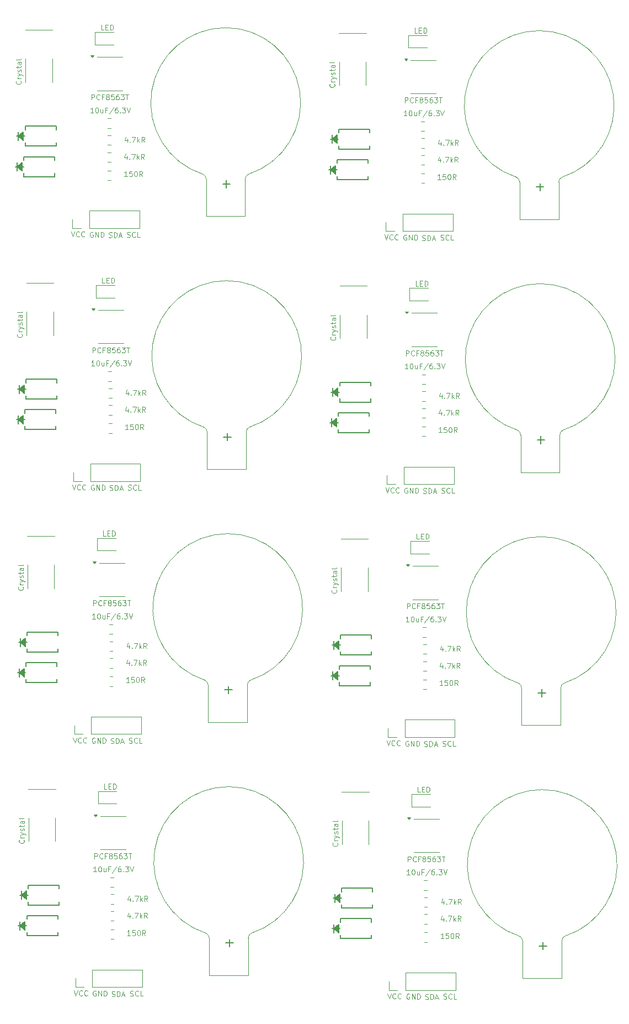
<source format=gbr>
%TF.GenerationSoftware,KiCad,Pcbnew,8.0.5*%
%TF.CreationDate,2024-12-11T00:22:58+01:00*%
%TF.ProjectId,rtc-module-kicad,7274632d-6d6f-4647-956c-652d6b696361,rev?*%
%TF.SameCoordinates,Original*%
%TF.FileFunction,Legend,Top*%
%TF.FilePolarity,Positive*%
%FSLAX46Y46*%
G04 Gerber Fmt 4.6, Leading zero omitted, Abs format (unit mm)*
G04 Created by KiCad (PCBNEW 8.0.5) date 2024-12-11 00:22:58*
%MOMM*%
%LPD*%
G01*
G04 APERTURE LIST*
%ADD10C,0.080000*%
%ADD11C,0.150000*%
%ADD12C,0.120000*%
%ADD13C,0.152400*%
G04 APERTURE END LIST*
D10*
X128549543Y-91831401D02*
X128549543Y-92364735D01*
X128359067Y-91526640D02*
X128168590Y-92098068D01*
X128168590Y-92098068D02*
X128663829Y-92098068D01*
X128968591Y-92288544D02*
X129006686Y-92326640D01*
X129006686Y-92326640D02*
X128968591Y-92364735D01*
X128968591Y-92364735D02*
X128930495Y-92326640D01*
X128930495Y-92326640D02*
X128968591Y-92288544D01*
X128968591Y-92288544D02*
X128968591Y-92364735D01*
X129273352Y-91564735D02*
X129806686Y-91564735D01*
X129806686Y-91564735D02*
X129463828Y-92364735D01*
X130111448Y-92364735D02*
X130111448Y-91564735D01*
X130187638Y-92059973D02*
X130416210Y-92364735D01*
X130416210Y-91831401D02*
X130111448Y-92136163D01*
X131216210Y-92364735D02*
X130949543Y-91983782D01*
X130759067Y-92364735D02*
X130759067Y-91564735D01*
X130759067Y-91564735D02*
X131063829Y-91564735D01*
X131063829Y-91564735D02*
X131140019Y-91602830D01*
X131140019Y-91602830D02*
X131178114Y-91640925D01*
X131178114Y-91640925D02*
X131216210Y-91717116D01*
X131216210Y-91717116D02*
X131216210Y-91831401D01*
X131216210Y-91831401D02*
X131178114Y-91907592D01*
X131178114Y-91907592D02*
X131140019Y-91945687D01*
X131140019Y-91945687D02*
X131063829Y-91983782D01*
X131063829Y-91983782D02*
X130759067Y-91983782D01*
X123342476Y-103540830D02*
X123266286Y-103502735D01*
X123266286Y-103502735D02*
X123152000Y-103502735D01*
X123152000Y-103502735D02*
X123037714Y-103540830D01*
X123037714Y-103540830D02*
X122961524Y-103617020D01*
X122961524Y-103617020D02*
X122923429Y-103693211D01*
X122923429Y-103693211D02*
X122885333Y-103845592D01*
X122885333Y-103845592D02*
X122885333Y-103959878D01*
X122885333Y-103959878D02*
X122923429Y-104112259D01*
X122923429Y-104112259D02*
X122961524Y-104188449D01*
X122961524Y-104188449D02*
X123037714Y-104264640D01*
X123037714Y-104264640D02*
X123152000Y-104302735D01*
X123152000Y-104302735D02*
X123228191Y-104302735D01*
X123228191Y-104302735D02*
X123342476Y-104264640D01*
X123342476Y-104264640D02*
X123380572Y-104226544D01*
X123380572Y-104226544D02*
X123380572Y-103959878D01*
X123380572Y-103959878D02*
X123228191Y-103959878D01*
X123723429Y-104302735D02*
X123723429Y-103502735D01*
X123723429Y-103502735D02*
X124180572Y-104302735D01*
X124180572Y-104302735D02*
X124180572Y-103502735D01*
X124561524Y-104302735D02*
X124561524Y-103502735D01*
X124561524Y-103502735D02*
X124752000Y-103502735D01*
X124752000Y-103502735D02*
X124866286Y-103540830D01*
X124866286Y-103540830D02*
X124942476Y-103617020D01*
X124942476Y-103617020D02*
X124980571Y-103693211D01*
X124980571Y-103693211D02*
X125018667Y-103845592D01*
X125018667Y-103845592D02*
X125018667Y-103959878D01*
X125018667Y-103959878D02*
X124980571Y-104112259D01*
X124980571Y-104112259D02*
X124942476Y-104188449D01*
X124942476Y-104188449D02*
X124866286Y-104264640D01*
X124866286Y-104264640D02*
X124752000Y-104302735D01*
X124752000Y-104302735D02*
X124561524Y-104302735D01*
X128600343Y-89240601D02*
X128600343Y-89773935D01*
X128409867Y-88935840D02*
X128219390Y-89507268D01*
X128219390Y-89507268D02*
X128714629Y-89507268D01*
X129019391Y-89697744D02*
X129057486Y-89735840D01*
X129057486Y-89735840D02*
X129019391Y-89773935D01*
X129019391Y-89773935D02*
X128981295Y-89735840D01*
X128981295Y-89735840D02*
X129019391Y-89697744D01*
X129019391Y-89697744D02*
X129019391Y-89773935D01*
X129324152Y-88973935D02*
X129857486Y-88973935D01*
X129857486Y-88973935D02*
X129514628Y-89773935D01*
X130162248Y-89773935D02*
X130162248Y-88973935D01*
X130238438Y-89469173D02*
X130467010Y-89773935D01*
X130467010Y-89240601D02*
X130162248Y-89545363D01*
X131267010Y-89773935D02*
X131000343Y-89392982D01*
X130809867Y-89773935D02*
X130809867Y-88973935D01*
X130809867Y-88973935D02*
X131114629Y-88973935D01*
X131114629Y-88973935D02*
X131190819Y-89012030D01*
X131190819Y-89012030D02*
X131228914Y-89050125D01*
X131228914Y-89050125D02*
X131267010Y-89126316D01*
X131267010Y-89126316D02*
X131267010Y-89240601D01*
X131267010Y-89240601D02*
X131228914Y-89316792D01*
X131228914Y-89316792D02*
X131190819Y-89354887D01*
X131190819Y-89354887D02*
X131114629Y-89392982D01*
X131114629Y-89392982D02*
X130809867Y-89392982D01*
X128587618Y-104264640D02*
X128701904Y-104302735D01*
X128701904Y-104302735D02*
X128892380Y-104302735D01*
X128892380Y-104302735D02*
X128968571Y-104264640D01*
X128968571Y-104264640D02*
X129006666Y-104226544D01*
X129006666Y-104226544D02*
X129044761Y-104150354D01*
X129044761Y-104150354D02*
X129044761Y-104074163D01*
X129044761Y-104074163D02*
X129006666Y-103997973D01*
X129006666Y-103997973D02*
X128968571Y-103959878D01*
X128968571Y-103959878D02*
X128892380Y-103921782D01*
X128892380Y-103921782D02*
X128739999Y-103883687D01*
X128739999Y-103883687D02*
X128663809Y-103845592D01*
X128663809Y-103845592D02*
X128625714Y-103807497D01*
X128625714Y-103807497D02*
X128587618Y-103731306D01*
X128587618Y-103731306D02*
X128587618Y-103655116D01*
X128587618Y-103655116D02*
X128625714Y-103578925D01*
X128625714Y-103578925D02*
X128663809Y-103540830D01*
X128663809Y-103540830D02*
X128739999Y-103502735D01*
X128739999Y-103502735D02*
X128930476Y-103502735D01*
X128930476Y-103502735D02*
X129044761Y-103540830D01*
X129844762Y-104226544D02*
X129806666Y-104264640D01*
X129806666Y-104264640D02*
X129692381Y-104302735D01*
X129692381Y-104302735D02*
X129616190Y-104302735D01*
X129616190Y-104302735D02*
X129501904Y-104264640D01*
X129501904Y-104264640D02*
X129425714Y-104188449D01*
X129425714Y-104188449D02*
X129387619Y-104112259D01*
X129387619Y-104112259D02*
X129349523Y-103959878D01*
X129349523Y-103959878D02*
X129349523Y-103845592D01*
X129349523Y-103845592D02*
X129387619Y-103693211D01*
X129387619Y-103693211D02*
X129425714Y-103617020D01*
X129425714Y-103617020D02*
X129501904Y-103540830D01*
X129501904Y-103540830D02*
X129616190Y-103502735D01*
X129616190Y-103502735D02*
X129692381Y-103502735D01*
X129692381Y-103502735D02*
X129806666Y-103540830D01*
X129806666Y-103540830D02*
X129844762Y-103578925D01*
X130568571Y-104302735D02*
X130187619Y-104302735D01*
X130187619Y-104302735D02*
X130187619Y-103502735D01*
X128397143Y-53071001D02*
X128397143Y-53604335D01*
X128206667Y-52766240D02*
X128016190Y-53337668D01*
X128016190Y-53337668D02*
X128511429Y-53337668D01*
X128816191Y-53528144D02*
X128854286Y-53566240D01*
X128854286Y-53566240D02*
X128816191Y-53604335D01*
X128816191Y-53604335D02*
X128778095Y-53566240D01*
X128778095Y-53566240D02*
X128816191Y-53528144D01*
X128816191Y-53528144D02*
X128816191Y-53604335D01*
X129120952Y-52804335D02*
X129654286Y-52804335D01*
X129654286Y-52804335D02*
X129311428Y-53604335D01*
X129959048Y-53604335D02*
X129959048Y-52804335D01*
X130035238Y-53299573D02*
X130263810Y-53604335D01*
X130263810Y-53071001D02*
X129959048Y-53375763D01*
X131063810Y-53604335D02*
X130797143Y-53223382D01*
X130606667Y-53604335D02*
X130606667Y-52804335D01*
X130606667Y-52804335D02*
X130911429Y-52804335D01*
X130911429Y-52804335D02*
X130987619Y-52842430D01*
X130987619Y-52842430D02*
X131025714Y-52880525D01*
X131025714Y-52880525D02*
X131063810Y-52956716D01*
X131063810Y-52956716D02*
X131063810Y-53071001D01*
X131063810Y-53071001D02*
X131025714Y-53147192D01*
X131025714Y-53147192D02*
X130987619Y-53185287D01*
X130987619Y-53185287D02*
X130911429Y-53223382D01*
X130911429Y-53223382D02*
X130606667Y-53223382D01*
X123190076Y-64780430D02*
X123113886Y-64742335D01*
X123113886Y-64742335D02*
X122999600Y-64742335D01*
X122999600Y-64742335D02*
X122885314Y-64780430D01*
X122885314Y-64780430D02*
X122809124Y-64856620D01*
X122809124Y-64856620D02*
X122771029Y-64932811D01*
X122771029Y-64932811D02*
X122732933Y-65085192D01*
X122732933Y-65085192D02*
X122732933Y-65199478D01*
X122732933Y-65199478D02*
X122771029Y-65351859D01*
X122771029Y-65351859D02*
X122809124Y-65428049D01*
X122809124Y-65428049D02*
X122885314Y-65504240D01*
X122885314Y-65504240D02*
X122999600Y-65542335D01*
X122999600Y-65542335D02*
X123075791Y-65542335D01*
X123075791Y-65542335D02*
X123190076Y-65504240D01*
X123190076Y-65504240D02*
X123228172Y-65466144D01*
X123228172Y-65466144D02*
X123228172Y-65199478D01*
X123228172Y-65199478D02*
X123075791Y-65199478D01*
X123571029Y-65542335D02*
X123571029Y-64742335D01*
X123571029Y-64742335D02*
X124028172Y-65542335D01*
X124028172Y-65542335D02*
X124028172Y-64742335D01*
X124409124Y-65542335D02*
X124409124Y-64742335D01*
X124409124Y-64742335D02*
X124599600Y-64742335D01*
X124599600Y-64742335D02*
X124713886Y-64780430D01*
X124713886Y-64780430D02*
X124790076Y-64856620D01*
X124790076Y-64856620D02*
X124828171Y-64932811D01*
X124828171Y-64932811D02*
X124866267Y-65085192D01*
X124866267Y-65085192D02*
X124866267Y-65199478D01*
X124866267Y-65199478D02*
X124828171Y-65351859D01*
X124828171Y-65351859D02*
X124790076Y-65428049D01*
X124790076Y-65428049D02*
X124713886Y-65504240D01*
X124713886Y-65504240D02*
X124599600Y-65542335D01*
X124599600Y-65542335D02*
X124409124Y-65542335D01*
X128435218Y-65504240D02*
X128549504Y-65542335D01*
X128549504Y-65542335D02*
X128739980Y-65542335D01*
X128739980Y-65542335D02*
X128816171Y-65504240D01*
X128816171Y-65504240D02*
X128854266Y-65466144D01*
X128854266Y-65466144D02*
X128892361Y-65389954D01*
X128892361Y-65389954D02*
X128892361Y-65313763D01*
X128892361Y-65313763D02*
X128854266Y-65237573D01*
X128854266Y-65237573D02*
X128816171Y-65199478D01*
X128816171Y-65199478D02*
X128739980Y-65161382D01*
X128739980Y-65161382D02*
X128587599Y-65123287D01*
X128587599Y-65123287D02*
X128511409Y-65085192D01*
X128511409Y-65085192D02*
X128473314Y-65047097D01*
X128473314Y-65047097D02*
X128435218Y-64970906D01*
X128435218Y-64970906D02*
X128435218Y-64894716D01*
X128435218Y-64894716D02*
X128473314Y-64818525D01*
X128473314Y-64818525D02*
X128511409Y-64780430D01*
X128511409Y-64780430D02*
X128587599Y-64742335D01*
X128587599Y-64742335D02*
X128778076Y-64742335D01*
X128778076Y-64742335D02*
X128892361Y-64780430D01*
X129692362Y-65466144D02*
X129654266Y-65504240D01*
X129654266Y-65504240D02*
X129539981Y-65542335D01*
X129539981Y-65542335D02*
X129463790Y-65542335D01*
X129463790Y-65542335D02*
X129349504Y-65504240D01*
X129349504Y-65504240D02*
X129273314Y-65428049D01*
X129273314Y-65428049D02*
X129235219Y-65351859D01*
X129235219Y-65351859D02*
X129197123Y-65199478D01*
X129197123Y-65199478D02*
X129197123Y-65085192D01*
X129197123Y-65085192D02*
X129235219Y-64932811D01*
X129235219Y-64932811D02*
X129273314Y-64856620D01*
X129273314Y-64856620D02*
X129349504Y-64780430D01*
X129349504Y-64780430D02*
X129463790Y-64742335D01*
X129463790Y-64742335D02*
X129539981Y-64742335D01*
X129539981Y-64742335D02*
X129654266Y-64780430D01*
X129654266Y-64780430D02*
X129692362Y-64818525D01*
X130416171Y-65542335D02*
X130035219Y-65542335D01*
X130035219Y-65542335D02*
X130035219Y-64742335D01*
X125622171Y-65555040D02*
X125736457Y-65593135D01*
X125736457Y-65593135D02*
X125926933Y-65593135D01*
X125926933Y-65593135D02*
X126003124Y-65555040D01*
X126003124Y-65555040D02*
X126041219Y-65516944D01*
X126041219Y-65516944D02*
X126079314Y-65440754D01*
X126079314Y-65440754D02*
X126079314Y-65364563D01*
X126079314Y-65364563D02*
X126041219Y-65288373D01*
X126041219Y-65288373D02*
X126003124Y-65250278D01*
X126003124Y-65250278D02*
X125926933Y-65212182D01*
X125926933Y-65212182D02*
X125774552Y-65174087D01*
X125774552Y-65174087D02*
X125698362Y-65135992D01*
X125698362Y-65135992D02*
X125660267Y-65097897D01*
X125660267Y-65097897D02*
X125622171Y-65021706D01*
X125622171Y-65021706D02*
X125622171Y-64945516D01*
X125622171Y-64945516D02*
X125660267Y-64869325D01*
X125660267Y-64869325D02*
X125698362Y-64831230D01*
X125698362Y-64831230D02*
X125774552Y-64793135D01*
X125774552Y-64793135D02*
X125965029Y-64793135D01*
X125965029Y-64793135D02*
X126079314Y-64831230D01*
X126422172Y-65593135D02*
X126422172Y-64793135D01*
X126422172Y-64793135D02*
X126612648Y-64793135D01*
X126612648Y-64793135D02*
X126726934Y-64831230D01*
X126726934Y-64831230D02*
X126803124Y-64907420D01*
X126803124Y-64907420D02*
X126841219Y-64983611D01*
X126841219Y-64983611D02*
X126879315Y-65135992D01*
X126879315Y-65135992D02*
X126879315Y-65250278D01*
X126879315Y-65250278D02*
X126841219Y-65402659D01*
X126841219Y-65402659D02*
X126803124Y-65478849D01*
X126803124Y-65478849D02*
X126726934Y-65555040D01*
X126726934Y-65555040D02*
X126612648Y-65593135D01*
X126612648Y-65593135D02*
X126422172Y-65593135D01*
X127184076Y-65364563D02*
X127565029Y-65364563D01*
X127107886Y-65593135D02*
X127374553Y-64793135D01*
X127374553Y-64793135D02*
X127641219Y-65593135D01*
X119989733Y-103451935D02*
X120256400Y-104251935D01*
X120256400Y-104251935D02*
X120523066Y-103451935D01*
X121246876Y-104175744D02*
X121208780Y-104213840D01*
X121208780Y-104213840D02*
X121094495Y-104251935D01*
X121094495Y-104251935D02*
X121018304Y-104251935D01*
X121018304Y-104251935D02*
X120904018Y-104213840D01*
X120904018Y-104213840D02*
X120827828Y-104137649D01*
X120827828Y-104137649D02*
X120789733Y-104061459D01*
X120789733Y-104061459D02*
X120751637Y-103909078D01*
X120751637Y-103909078D02*
X120751637Y-103794792D01*
X120751637Y-103794792D02*
X120789733Y-103642411D01*
X120789733Y-103642411D02*
X120827828Y-103566220D01*
X120827828Y-103566220D02*
X120904018Y-103490030D01*
X120904018Y-103490030D02*
X121018304Y-103451935D01*
X121018304Y-103451935D02*
X121094495Y-103451935D01*
X121094495Y-103451935D02*
X121208780Y-103490030D01*
X121208780Y-103490030D02*
X121246876Y-103528125D01*
X122046876Y-104175744D02*
X122008780Y-104213840D01*
X122008780Y-104213840D02*
X121894495Y-104251935D01*
X121894495Y-104251935D02*
X121818304Y-104251935D01*
X121818304Y-104251935D02*
X121704018Y-104213840D01*
X121704018Y-104213840D02*
X121627828Y-104137649D01*
X121627828Y-104137649D02*
X121589733Y-104061459D01*
X121589733Y-104061459D02*
X121551637Y-103909078D01*
X121551637Y-103909078D02*
X121551637Y-103794792D01*
X121551637Y-103794792D02*
X121589733Y-103642411D01*
X121589733Y-103642411D02*
X121627828Y-103566220D01*
X121627828Y-103566220D02*
X121704018Y-103490030D01*
X121704018Y-103490030D02*
X121818304Y-103451935D01*
X121818304Y-103451935D02*
X121894495Y-103451935D01*
X121894495Y-103451935D02*
X122008780Y-103490030D01*
X122008780Y-103490030D02*
X122046876Y-103528125D01*
X80340343Y-50023001D02*
X80340343Y-50556335D01*
X80149867Y-49718240D02*
X79959390Y-50289668D01*
X79959390Y-50289668D02*
X80454629Y-50289668D01*
X80759391Y-50480144D02*
X80797486Y-50518240D01*
X80797486Y-50518240D02*
X80759391Y-50556335D01*
X80759391Y-50556335D02*
X80721295Y-50518240D01*
X80721295Y-50518240D02*
X80759391Y-50480144D01*
X80759391Y-50480144D02*
X80759391Y-50556335D01*
X81064152Y-49756335D02*
X81597486Y-49756335D01*
X81597486Y-49756335D02*
X81254628Y-50556335D01*
X81902248Y-50556335D02*
X81902248Y-49756335D01*
X81978438Y-50251573D02*
X82207010Y-50556335D01*
X82207010Y-50023001D02*
X81902248Y-50327763D01*
X83007010Y-50556335D02*
X82740343Y-50175382D01*
X82549867Y-50556335D02*
X82549867Y-49756335D01*
X82549867Y-49756335D02*
X82854629Y-49756335D01*
X82854629Y-49756335D02*
X82930819Y-49794430D01*
X82930819Y-49794430D02*
X82968914Y-49832525D01*
X82968914Y-49832525D02*
X83007010Y-49908716D01*
X83007010Y-49908716D02*
X83007010Y-50023001D01*
X83007010Y-50023001D02*
X82968914Y-50099192D01*
X82968914Y-50099192D02*
X82930819Y-50137287D01*
X82930819Y-50137287D02*
X82854629Y-50175382D01*
X82854629Y-50175382D02*
X82549867Y-50175382D01*
X128447943Y-50480201D02*
X128447943Y-51013535D01*
X128257467Y-50175440D02*
X128066990Y-50746868D01*
X128066990Y-50746868D02*
X128562229Y-50746868D01*
X128866991Y-50937344D02*
X128905086Y-50975440D01*
X128905086Y-50975440D02*
X128866991Y-51013535D01*
X128866991Y-51013535D02*
X128828895Y-50975440D01*
X128828895Y-50975440D02*
X128866991Y-50937344D01*
X128866991Y-50937344D02*
X128866991Y-51013535D01*
X129171752Y-50213535D02*
X129705086Y-50213535D01*
X129705086Y-50213535D02*
X129362228Y-51013535D01*
X130009848Y-51013535D02*
X130009848Y-50213535D01*
X130086038Y-50708773D02*
X130314610Y-51013535D01*
X130314610Y-50480201D02*
X130009848Y-50784963D01*
X131114610Y-51013535D02*
X130847943Y-50632582D01*
X130657467Y-51013535D02*
X130657467Y-50213535D01*
X130657467Y-50213535D02*
X130962229Y-50213535D01*
X130962229Y-50213535D02*
X131038419Y-50251630D01*
X131038419Y-50251630D02*
X131076514Y-50289725D01*
X131076514Y-50289725D02*
X131114610Y-50365916D01*
X131114610Y-50365916D02*
X131114610Y-50480201D01*
X131114610Y-50480201D02*
X131076514Y-50556392D01*
X131076514Y-50556392D02*
X131038419Y-50594487D01*
X131038419Y-50594487D02*
X130962229Y-50632582D01*
X130962229Y-50632582D02*
X130657467Y-50632582D01*
X71729733Y-64234335D02*
X71996400Y-65034335D01*
X71996400Y-65034335D02*
X72263066Y-64234335D01*
X72986876Y-64958144D02*
X72948780Y-64996240D01*
X72948780Y-64996240D02*
X72834495Y-65034335D01*
X72834495Y-65034335D02*
X72758304Y-65034335D01*
X72758304Y-65034335D02*
X72644018Y-64996240D01*
X72644018Y-64996240D02*
X72567828Y-64920049D01*
X72567828Y-64920049D02*
X72529733Y-64843859D01*
X72529733Y-64843859D02*
X72491637Y-64691478D01*
X72491637Y-64691478D02*
X72491637Y-64577192D01*
X72491637Y-64577192D02*
X72529733Y-64424811D01*
X72529733Y-64424811D02*
X72567828Y-64348620D01*
X72567828Y-64348620D02*
X72644018Y-64272430D01*
X72644018Y-64272430D02*
X72758304Y-64234335D01*
X72758304Y-64234335D02*
X72834495Y-64234335D01*
X72834495Y-64234335D02*
X72948780Y-64272430D01*
X72948780Y-64272430D02*
X72986876Y-64310525D01*
X73786876Y-64958144D02*
X73748780Y-64996240D01*
X73748780Y-64996240D02*
X73634495Y-65034335D01*
X73634495Y-65034335D02*
X73558304Y-65034335D01*
X73558304Y-65034335D02*
X73444018Y-64996240D01*
X73444018Y-64996240D02*
X73367828Y-64920049D01*
X73367828Y-64920049D02*
X73329733Y-64843859D01*
X73329733Y-64843859D02*
X73291637Y-64691478D01*
X73291637Y-64691478D02*
X73291637Y-64577192D01*
X73291637Y-64577192D02*
X73329733Y-64424811D01*
X73329733Y-64424811D02*
X73367828Y-64348620D01*
X73367828Y-64348620D02*
X73444018Y-64272430D01*
X73444018Y-64272430D02*
X73558304Y-64234335D01*
X73558304Y-64234335D02*
X73634495Y-64234335D01*
X73634495Y-64234335D02*
X73748780Y-64272430D01*
X73748780Y-64272430D02*
X73786876Y-64310525D01*
X80327618Y-65047040D02*
X80441904Y-65085135D01*
X80441904Y-65085135D02*
X80632380Y-65085135D01*
X80632380Y-65085135D02*
X80708571Y-65047040D01*
X80708571Y-65047040D02*
X80746666Y-65008944D01*
X80746666Y-65008944D02*
X80784761Y-64932754D01*
X80784761Y-64932754D02*
X80784761Y-64856563D01*
X80784761Y-64856563D02*
X80746666Y-64780373D01*
X80746666Y-64780373D02*
X80708571Y-64742278D01*
X80708571Y-64742278D02*
X80632380Y-64704182D01*
X80632380Y-64704182D02*
X80479999Y-64666087D01*
X80479999Y-64666087D02*
X80403809Y-64627992D01*
X80403809Y-64627992D02*
X80365714Y-64589897D01*
X80365714Y-64589897D02*
X80327618Y-64513706D01*
X80327618Y-64513706D02*
X80327618Y-64437516D01*
X80327618Y-64437516D02*
X80365714Y-64361325D01*
X80365714Y-64361325D02*
X80403809Y-64323230D01*
X80403809Y-64323230D02*
X80479999Y-64285135D01*
X80479999Y-64285135D02*
X80670476Y-64285135D01*
X80670476Y-64285135D02*
X80784761Y-64323230D01*
X81584762Y-65008944D02*
X81546666Y-65047040D01*
X81546666Y-65047040D02*
X81432381Y-65085135D01*
X81432381Y-65085135D02*
X81356190Y-65085135D01*
X81356190Y-65085135D02*
X81241904Y-65047040D01*
X81241904Y-65047040D02*
X81165714Y-64970849D01*
X81165714Y-64970849D02*
X81127619Y-64894659D01*
X81127619Y-64894659D02*
X81089523Y-64742278D01*
X81089523Y-64742278D02*
X81089523Y-64627992D01*
X81089523Y-64627992D02*
X81127619Y-64475611D01*
X81127619Y-64475611D02*
X81165714Y-64399420D01*
X81165714Y-64399420D02*
X81241904Y-64323230D01*
X81241904Y-64323230D02*
X81356190Y-64285135D01*
X81356190Y-64285135D02*
X81432381Y-64285135D01*
X81432381Y-64285135D02*
X81546666Y-64323230D01*
X81546666Y-64323230D02*
X81584762Y-64361325D01*
X82308571Y-65085135D02*
X81927619Y-65085135D01*
X81927619Y-65085135D02*
X81927619Y-64285135D01*
X125774571Y-104315440D02*
X125888857Y-104353535D01*
X125888857Y-104353535D02*
X126079333Y-104353535D01*
X126079333Y-104353535D02*
X126155524Y-104315440D01*
X126155524Y-104315440D02*
X126193619Y-104277344D01*
X126193619Y-104277344D02*
X126231714Y-104201154D01*
X126231714Y-104201154D02*
X126231714Y-104124963D01*
X126231714Y-104124963D02*
X126193619Y-104048773D01*
X126193619Y-104048773D02*
X126155524Y-104010678D01*
X126155524Y-104010678D02*
X126079333Y-103972582D01*
X126079333Y-103972582D02*
X125926952Y-103934487D01*
X125926952Y-103934487D02*
X125850762Y-103896392D01*
X125850762Y-103896392D02*
X125812667Y-103858297D01*
X125812667Y-103858297D02*
X125774571Y-103782106D01*
X125774571Y-103782106D02*
X125774571Y-103705916D01*
X125774571Y-103705916D02*
X125812667Y-103629725D01*
X125812667Y-103629725D02*
X125850762Y-103591630D01*
X125850762Y-103591630D02*
X125926952Y-103553535D01*
X125926952Y-103553535D02*
X126117429Y-103553535D01*
X126117429Y-103553535D02*
X126231714Y-103591630D01*
X126574572Y-104353535D02*
X126574572Y-103553535D01*
X126574572Y-103553535D02*
X126765048Y-103553535D01*
X126765048Y-103553535D02*
X126879334Y-103591630D01*
X126879334Y-103591630D02*
X126955524Y-103667820D01*
X126955524Y-103667820D02*
X126993619Y-103744011D01*
X126993619Y-103744011D02*
X127031715Y-103896392D01*
X127031715Y-103896392D02*
X127031715Y-104010678D01*
X127031715Y-104010678D02*
X126993619Y-104163059D01*
X126993619Y-104163059D02*
X126955524Y-104239249D01*
X126955524Y-104239249D02*
X126879334Y-104315440D01*
X126879334Y-104315440D02*
X126765048Y-104353535D01*
X126765048Y-104353535D02*
X126574572Y-104353535D01*
X127336476Y-104124963D02*
X127717429Y-104124963D01*
X127260286Y-104353535D02*
X127526953Y-103553535D01*
X127526953Y-103553535D02*
X127793619Y-104353535D01*
X119837333Y-64691535D02*
X120104000Y-65491535D01*
X120104000Y-65491535D02*
X120370666Y-64691535D01*
X121094476Y-65415344D02*
X121056380Y-65453440D01*
X121056380Y-65453440D02*
X120942095Y-65491535D01*
X120942095Y-65491535D02*
X120865904Y-65491535D01*
X120865904Y-65491535D02*
X120751618Y-65453440D01*
X120751618Y-65453440D02*
X120675428Y-65377249D01*
X120675428Y-65377249D02*
X120637333Y-65301059D01*
X120637333Y-65301059D02*
X120599237Y-65148678D01*
X120599237Y-65148678D02*
X120599237Y-65034392D01*
X120599237Y-65034392D02*
X120637333Y-64882011D01*
X120637333Y-64882011D02*
X120675428Y-64805820D01*
X120675428Y-64805820D02*
X120751618Y-64729630D01*
X120751618Y-64729630D02*
X120865904Y-64691535D01*
X120865904Y-64691535D02*
X120942095Y-64691535D01*
X120942095Y-64691535D02*
X121056380Y-64729630D01*
X121056380Y-64729630D02*
X121094476Y-64767725D01*
X121894476Y-65415344D02*
X121856380Y-65453440D01*
X121856380Y-65453440D02*
X121742095Y-65491535D01*
X121742095Y-65491535D02*
X121665904Y-65491535D01*
X121665904Y-65491535D02*
X121551618Y-65453440D01*
X121551618Y-65453440D02*
X121475428Y-65377249D01*
X121475428Y-65377249D02*
X121437333Y-65301059D01*
X121437333Y-65301059D02*
X121399237Y-65148678D01*
X121399237Y-65148678D02*
X121399237Y-65034392D01*
X121399237Y-65034392D02*
X121437333Y-64882011D01*
X121437333Y-64882011D02*
X121475428Y-64805820D01*
X121475428Y-64805820D02*
X121551618Y-64729630D01*
X121551618Y-64729630D02*
X121665904Y-64691535D01*
X121665904Y-64691535D02*
X121742095Y-64691535D01*
X121742095Y-64691535D02*
X121856380Y-64729630D01*
X121856380Y-64729630D02*
X121894476Y-64767725D01*
X77514571Y-65097840D02*
X77628857Y-65135935D01*
X77628857Y-65135935D02*
X77819333Y-65135935D01*
X77819333Y-65135935D02*
X77895524Y-65097840D01*
X77895524Y-65097840D02*
X77933619Y-65059744D01*
X77933619Y-65059744D02*
X77971714Y-64983554D01*
X77971714Y-64983554D02*
X77971714Y-64907363D01*
X77971714Y-64907363D02*
X77933619Y-64831173D01*
X77933619Y-64831173D02*
X77895524Y-64793078D01*
X77895524Y-64793078D02*
X77819333Y-64754982D01*
X77819333Y-64754982D02*
X77666952Y-64716887D01*
X77666952Y-64716887D02*
X77590762Y-64678792D01*
X77590762Y-64678792D02*
X77552667Y-64640697D01*
X77552667Y-64640697D02*
X77514571Y-64564506D01*
X77514571Y-64564506D02*
X77514571Y-64488316D01*
X77514571Y-64488316D02*
X77552667Y-64412125D01*
X77552667Y-64412125D02*
X77590762Y-64374030D01*
X77590762Y-64374030D02*
X77666952Y-64335935D01*
X77666952Y-64335935D02*
X77857429Y-64335935D01*
X77857429Y-64335935D02*
X77971714Y-64374030D01*
X78314572Y-65135935D02*
X78314572Y-64335935D01*
X78314572Y-64335935D02*
X78505048Y-64335935D01*
X78505048Y-64335935D02*
X78619334Y-64374030D01*
X78619334Y-64374030D02*
X78695524Y-64450220D01*
X78695524Y-64450220D02*
X78733619Y-64526411D01*
X78733619Y-64526411D02*
X78771715Y-64678792D01*
X78771715Y-64678792D02*
X78771715Y-64793078D01*
X78771715Y-64793078D02*
X78733619Y-64945459D01*
X78733619Y-64945459D02*
X78695524Y-65021649D01*
X78695524Y-65021649D02*
X78619334Y-65097840D01*
X78619334Y-65097840D02*
X78505048Y-65135935D01*
X78505048Y-65135935D02*
X78314572Y-65135935D01*
X79076476Y-64907363D02*
X79457429Y-64907363D01*
X79000286Y-65135935D02*
X79266953Y-64335935D01*
X79266953Y-64335935D02*
X79533619Y-65135935D01*
X80289543Y-52613801D02*
X80289543Y-53147135D01*
X80099067Y-52309040D02*
X79908590Y-52880468D01*
X79908590Y-52880468D02*
X80403829Y-52880468D01*
X80708591Y-53070944D02*
X80746686Y-53109040D01*
X80746686Y-53109040D02*
X80708591Y-53147135D01*
X80708591Y-53147135D02*
X80670495Y-53109040D01*
X80670495Y-53109040D02*
X80708591Y-53070944D01*
X80708591Y-53070944D02*
X80708591Y-53147135D01*
X81013352Y-52347135D02*
X81546686Y-52347135D01*
X81546686Y-52347135D02*
X81203828Y-53147135D01*
X81851448Y-53147135D02*
X81851448Y-52347135D01*
X81927638Y-52842373D02*
X82156210Y-53147135D01*
X82156210Y-52613801D02*
X81851448Y-52918563D01*
X82956210Y-53147135D02*
X82689543Y-52766182D01*
X82499067Y-53147135D02*
X82499067Y-52347135D01*
X82499067Y-52347135D02*
X82803829Y-52347135D01*
X82803829Y-52347135D02*
X82880019Y-52385230D01*
X82880019Y-52385230D02*
X82918114Y-52423325D01*
X82918114Y-52423325D02*
X82956210Y-52499516D01*
X82956210Y-52499516D02*
X82956210Y-52613801D01*
X82956210Y-52613801D02*
X82918114Y-52689992D01*
X82918114Y-52689992D02*
X82880019Y-52728087D01*
X82880019Y-52728087D02*
X82803829Y-52766182D01*
X82803829Y-52766182D02*
X82499067Y-52766182D01*
X75082476Y-64323230D02*
X75006286Y-64285135D01*
X75006286Y-64285135D02*
X74892000Y-64285135D01*
X74892000Y-64285135D02*
X74777714Y-64323230D01*
X74777714Y-64323230D02*
X74701524Y-64399420D01*
X74701524Y-64399420D02*
X74663429Y-64475611D01*
X74663429Y-64475611D02*
X74625333Y-64627992D01*
X74625333Y-64627992D02*
X74625333Y-64742278D01*
X74625333Y-64742278D02*
X74663429Y-64894659D01*
X74663429Y-64894659D02*
X74701524Y-64970849D01*
X74701524Y-64970849D02*
X74777714Y-65047040D01*
X74777714Y-65047040D02*
X74892000Y-65085135D01*
X74892000Y-65085135D02*
X74968191Y-65085135D01*
X74968191Y-65085135D02*
X75082476Y-65047040D01*
X75082476Y-65047040D02*
X75120572Y-65008944D01*
X75120572Y-65008944D02*
X75120572Y-64742278D01*
X75120572Y-64742278D02*
X74968191Y-64742278D01*
X75463429Y-65085135D02*
X75463429Y-64285135D01*
X75463429Y-64285135D02*
X75920572Y-65085135D01*
X75920572Y-65085135D02*
X75920572Y-64285135D01*
X76301524Y-65085135D02*
X76301524Y-64285135D01*
X76301524Y-64285135D02*
X76492000Y-64285135D01*
X76492000Y-64285135D02*
X76606286Y-64323230D01*
X76606286Y-64323230D02*
X76682476Y-64399420D01*
X76682476Y-64399420D02*
X76720571Y-64475611D01*
X76720571Y-64475611D02*
X76758667Y-64627992D01*
X76758667Y-64627992D02*
X76758667Y-64742278D01*
X76758667Y-64742278D02*
X76720571Y-64894659D01*
X76720571Y-64894659D02*
X76682476Y-64970849D01*
X76682476Y-64970849D02*
X76606286Y-65047040D01*
X76606286Y-65047040D02*
X76492000Y-65085135D01*
X76492000Y-65085135D02*
X76301524Y-65085135D01*
X77666971Y-103858240D02*
X77781257Y-103896335D01*
X77781257Y-103896335D02*
X77971733Y-103896335D01*
X77971733Y-103896335D02*
X78047924Y-103858240D01*
X78047924Y-103858240D02*
X78086019Y-103820144D01*
X78086019Y-103820144D02*
X78124114Y-103743954D01*
X78124114Y-103743954D02*
X78124114Y-103667763D01*
X78124114Y-103667763D02*
X78086019Y-103591573D01*
X78086019Y-103591573D02*
X78047924Y-103553478D01*
X78047924Y-103553478D02*
X77971733Y-103515382D01*
X77971733Y-103515382D02*
X77819352Y-103477287D01*
X77819352Y-103477287D02*
X77743162Y-103439192D01*
X77743162Y-103439192D02*
X77705067Y-103401097D01*
X77705067Y-103401097D02*
X77666971Y-103324906D01*
X77666971Y-103324906D02*
X77666971Y-103248716D01*
X77666971Y-103248716D02*
X77705067Y-103172525D01*
X77705067Y-103172525D02*
X77743162Y-103134430D01*
X77743162Y-103134430D02*
X77819352Y-103096335D01*
X77819352Y-103096335D02*
X78009829Y-103096335D01*
X78009829Y-103096335D02*
X78124114Y-103134430D01*
X78466972Y-103896335D02*
X78466972Y-103096335D01*
X78466972Y-103096335D02*
X78657448Y-103096335D01*
X78657448Y-103096335D02*
X78771734Y-103134430D01*
X78771734Y-103134430D02*
X78847924Y-103210620D01*
X78847924Y-103210620D02*
X78886019Y-103286811D01*
X78886019Y-103286811D02*
X78924115Y-103439192D01*
X78924115Y-103439192D02*
X78924115Y-103553478D01*
X78924115Y-103553478D02*
X78886019Y-103705859D01*
X78886019Y-103705859D02*
X78847924Y-103782049D01*
X78847924Y-103782049D02*
X78771734Y-103858240D01*
X78771734Y-103858240D02*
X78657448Y-103896335D01*
X78657448Y-103896335D02*
X78466972Y-103896335D01*
X79228876Y-103667763D02*
X79609829Y-103667763D01*
X79152686Y-103896335D02*
X79419353Y-103096335D01*
X79419353Y-103096335D02*
X79686019Y-103896335D01*
X71882133Y-102994735D02*
X72148800Y-103794735D01*
X72148800Y-103794735D02*
X72415466Y-102994735D01*
X73139276Y-103718544D02*
X73101180Y-103756640D01*
X73101180Y-103756640D02*
X72986895Y-103794735D01*
X72986895Y-103794735D02*
X72910704Y-103794735D01*
X72910704Y-103794735D02*
X72796418Y-103756640D01*
X72796418Y-103756640D02*
X72720228Y-103680449D01*
X72720228Y-103680449D02*
X72682133Y-103604259D01*
X72682133Y-103604259D02*
X72644037Y-103451878D01*
X72644037Y-103451878D02*
X72644037Y-103337592D01*
X72644037Y-103337592D02*
X72682133Y-103185211D01*
X72682133Y-103185211D02*
X72720228Y-103109020D01*
X72720228Y-103109020D02*
X72796418Y-103032830D01*
X72796418Y-103032830D02*
X72910704Y-102994735D01*
X72910704Y-102994735D02*
X72986895Y-102994735D01*
X72986895Y-102994735D02*
X73101180Y-103032830D01*
X73101180Y-103032830D02*
X73139276Y-103070925D01*
X73939276Y-103718544D02*
X73901180Y-103756640D01*
X73901180Y-103756640D02*
X73786895Y-103794735D01*
X73786895Y-103794735D02*
X73710704Y-103794735D01*
X73710704Y-103794735D02*
X73596418Y-103756640D01*
X73596418Y-103756640D02*
X73520228Y-103680449D01*
X73520228Y-103680449D02*
X73482133Y-103604259D01*
X73482133Y-103604259D02*
X73444037Y-103451878D01*
X73444037Y-103451878D02*
X73444037Y-103337592D01*
X73444037Y-103337592D02*
X73482133Y-103185211D01*
X73482133Y-103185211D02*
X73520228Y-103109020D01*
X73520228Y-103109020D02*
X73596418Y-103032830D01*
X73596418Y-103032830D02*
X73710704Y-102994735D01*
X73710704Y-102994735D02*
X73786895Y-102994735D01*
X73786895Y-102994735D02*
X73901180Y-103032830D01*
X73901180Y-103032830D02*
X73939276Y-103070925D01*
X80480018Y-103807440D02*
X80594304Y-103845535D01*
X80594304Y-103845535D02*
X80784780Y-103845535D01*
X80784780Y-103845535D02*
X80860971Y-103807440D01*
X80860971Y-103807440D02*
X80899066Y-103769344D01*
X80899066Y-103769344D02*
X80937161Y-103693154D01*
X80937161Y-103693154D02*
X80937161Y-103616963D01*
X80937161Y-103616963D02*
X80899066Y-103540773D01*
X80899066Y-103540773D02*
X80860971Y-103502678D01*
X80860971Y-103502678D02*
X80784780Y-103464582D01*
X80784780Y-103464582D02*
X80632399Y-103426487D01*
X80632399Y-103426487D02*
X80556209Y-103388392D01*
X80556209Y-103388392D02*
X80518114Y-103350297D01*
X80518114Y-103350297D02*
X80480018Y-103274106D01*
X80480018Y-103274106D02*
X80480018Y-103197916D01*
X80480018Y-103197916D02*
X80518114Y-103121725D01*
X80518114Y-103121725D02*
X80556209Y-103083630D01*
X80556209Y-103083630D02*
X80632399Y-103045535D01*
X80632399Y-103045535D02*
X80822876Y-103045535D01*
X80822876Y-103045535D02*
X80937161Y-103083630D01*
X81737162Y-103769344D02*
X81699066Y-103807440D01*
X81699066Y-103807440D02*
X81584781Y-103845535D01*
X81584781Y-103845535D02*
X81508590Y-103845535D01*
X81508590Y-103845535D02*
X81394304Y-103807440D01*
X81394304Y-103807440D02*
X81318114Y-103731249D01*
X81318114Y-103731249D02*
X81280019Y-103655059D01*
X81280019Y-103655059D02*
X81241923Y-103502678D01*
X81241923Y-103502678D02*
X81241923Y-103388392D01*
X81241923Y-103388392D02*
X81280019Y-103236011D01*
X81280019Y-103236011D02*
X81318114Y-103159820D01*
X81318114Y-103159820D02*
X81394304Y-103083630D01*
X81394304Y-103083630D02*
X81508590Y-103045535D01*
X81508590Y-103045535D02*
X81584781Y-103045535D01*
X81584781Y-103045535D02*
X81699066Y-103083630D01*
X81699066Y-103083630D02*
X81737162Y-103121725D01*
X82460971Y-103845535D02*
X82080019Y-103845535D01*
X82080019Y-103845535D02*
X82080019Y-103045535D01*
X75234876Y-103083630D02*
X75158686Y-103045535D01*
X75158686Y-103045535D02*
X75044400Y-103045535D01*
X75044400Y-103045535D02*
X74930114Y-103083630D01*
X74930114Y-103083630D02*
X74853924Y-103159820D01*
X74853924Y-103159820D02*
X74815829Y-103236011D01*
X74815829Y-103236011D02*
X74777733Y-103388392D01*
X74777733Y-103388392D02*
X74777733Y-103502678D01*
X74777733Y-103502678D02*
X74815829Y-103655059D01*
X74815829Y-103655059D02*
X74853924Y-103731249D01*
X74853924Y-103731249D02*
X74930114Y-103807440D01*
X74930114Y-103807440D02*
X75044400Y-103845535D01*
X75044400Y-103845535D02*
X75120591Y-103845535D01*
X75120591Y-103845535D02*
X75234876Y-103807440D01*
X75234876Y-103807440D02*
X75272972Y-103769344D01*
X75272972Y-103769344D02*
X75272972Y-103502678D01*
X75272972Y-103502678D02*
X75120591Y-103502678D01*
X75615829Y-103845535D02*
X75615829Y-103045535D01*
X75615829Y-103045535D02*
X76072972Y-103845535D01*
X76072972Y-103845535D02*
X76072972Y-103045535D01*
X76453924Y-103845535D02*
X76453924Y-103045535D01*
X76453924Y-103045535D02*
X76644400Y-103045535D01*
X76644400Y-103045535D02*
X76758686Y-103083630D01*
X76758686Y-103083630D02*
X76834876Y-103159820D01*
X76834876Y-103159820D02*
X76872971Y-103236011D01*
X76872971Y-103236011D02*
X76911067Y-103388392D01*
X76911067Y-103388392D02*
X76911067Y-103502678D01*
X76911067Y-103502678D02*
X76872971Y-103655059D01*
X76872971Y-103655059D02*
X76834876Y-103731249D01*
X76834876Y-103731249D02*
X76758686Y-103807440D01*
X76758686Y-103807440D02*
X76644400Y-103845535D01*
X76644400Y-103845535D02*
X76453924Y-103845535D01*
X80441943Y-91374201D02*
X80441943Y-91907535D01*
X80251467Y-91069440D02*
X80060990Y-91640868D01*
X80060990Y-91640868D02*
X80556229Y-91640868D01*
X80860991Y-91831344D02*
X80899086Y-91869440D01*
X80899086Y-91869440D02*
X80860991Y-91907535D01*
X80860991Y-91907535D02*
X80822895Y-91869440D01*
X80822895Y-91869440D02*
X80860991Y-91831344D01*
X80860991Y-91831344D02*
X80860991Y-91907535D01*
X81165752Y-91107535D02*
X81699086Y-91107535D01*
X81699086Y-91107535D02*
X81356228Y-91907535D01*
X82003848Y-91907535D02*
X82003848Y-91107535D01*
X82080038Y-91602773D02*
X82308610Y-91907535D01*
X82308610Y-91374201D02*
X82003848Y-91678963D01*
X83108610Y-91907535D02*
X82841943Y-91526582D01*
X82651467Y-91907535D02*
X82651467Y-91107535D01*
X82651467Y-91107535D02*
X82956229Y-91107535D01*
X82956229Y-91107535D02*
X83032419Y-91145630D01*
X83032419Y-91145630D02*
X83070514Y-91183725D01*
X83070514Y-91183725D02*
X83108610Y-91259916D01*
X83108610Y-91259916D02*
X83108610Y-91374201D01*
X83108610Y-91374201D02*
X83070514Y-91450392D01*
X83070514Y-91450392D02*
X83032419Y-91488487D01*
X83032419Y-91488487D02*
X82956229Y-91526582D01*
X82956229Y-91526582D02*
X82651467Y-91526582D01*
X80492743Y-88783401D02*
X80492743Y-89316735D01*
X80302267Y-88478640D02*
X80111790Y-89050068D01*
X80111790Y-89050068D02*
X80607029Y-89050068D01*
X80911791Y-89240544D02*
X80949886Y-89278640D01*
X80949886Y-89278640D02*
X80911791Y-89316735D01*
X80911791Y-89316735D02*
X80873695Y-89278640D01*
X80873695Y-89278640D02*
X80911791Y-89240544D01*
X80911791Y-89240544D02*
X80911791Y-89316735D01*
X81216552Y-88516735D02*
X81749886Y-88516735D01*
X81749886Y-88516735D02*
X81407028Y-89316735D01*
X82054648Y-89316735D02*
X82054648Y-88516735D01*
X82130838Y-89011973D02*
X82359410Y-89316735D01*
X82359410Y-88783401D02*
X82054648Y-89088163D01*
X83159410Y-89316735D02*
X82892743Y-88935782D01*
X82702267Y-89316735D02*
X82702267Y-88516735D01*
X82702267Y-88516735D02*
X83007029Y-88516735D01*
X83007029Y-88516735D02*
X83083219Y-88554830D01*
X83083219Y-88554830D02*
X83121314Y-88592925D01*
X83121314Y-88592925D02*
X83159410Y-88669116D01*
X83159410Y-88669116D02*
X83159410Y-88783401D01*
X83159410Y-88783401D02*
X83121314Y-88859592D01*
X83121314Y-88859592D02*
X83083219Y-88897687D01*
X83083219Y-88897687D02*
X83007029Y-88935782D01*
X83007029Y-88935782D02*
X82702267Y-88935782D01*
X128701943Y-130591801D02*
X128701943Y-131125135D01*
X128511467Y-130287040D02*
X128320990Y-130858468D01*
X128320990Y-130858468D02*
X128816229Y-130858468D01*
X129120991Y-131048944D02*
X129159086Y-131087040D01*
X129159086Y-131087040D02*
X129120991Y-131125135D01*
X129120991Y-131125135D02*
X129082895Y-131087040D01*
X129082895Y-131087040D02*
X129120991Y-131048944D01*
X129120991Y-131048944D02*
X129120991Y-131125135D01*
X129425752Y-130325135D02*
X129959086Y-130325135D01*
X129959086Y-130325135D02*
X129616228Y-131125135D01*
X130263848Y-131125135D02*
X130263848Y-130325135D01*
X130340038Y-130820373D02*
X130568610Y-131125135D01*
X130568610Y-130591801D02*
X130263848Y-130896563D01*
X131368610Y-131125135D02*
X131101943Y-130744182D01*
X130911467Y-131125135D02*
X130911467Y-130325135D01*
X130911467Y-130325135D02*
X131216229Y-130325135D01*
X131216229Y-130325135D02*
X131292419Y-130363230D01*
X131292419Y-130363230D02*
X131330514Y-130401325D01*
X131330514Y-130401325D02*
X131368610Y-130477516D01*
X131368610Y-130477516D02*
X131368610Y-130591801D01*
X131368610Y-130591801D02*
X131330514Y-130667992D01*
X131330514Y-130667992D02*
X131292419Y-130706087D01*
X131292419Y-130706087D02*
X131216229Y-130744182D01*
X131216229Y-130744182D02*
X130911467Y-130744182D01*
X123494876Y-142301230D02*
X123418686Y-142263135D01*
X123418686Y-142263135D02*
X123304400Y-142263135D01*
X123304400Y-142263135D02*
X123190114Y-142301230D01*
X123190114Y-142301230D02*
X123113924Y-142377420D01*
X123113924Y-142377420D02*
X123075829Y-142453611D01*
X123075829Y-142453611D02*
X123037733Y-142605992D01*
X123037733Y-142605992D02*
X123037733Y-142720278D01*
X123037733Y-142720278D02*
X123075829Y-142872659D01*
X123075829Y-142872659D02*
X123113924Y-142948849D01*
X123113924Y-142948849D02*
X123190114Y-143025040D01*
X123190114Y-143025040D02*
X123304400Y-143063135D01*
X123304400Y-143063135D02*
X123380591Y-143063135D01*
X123380591Y-143063135D02*
X123494876Y-143025040D01*
X123494876Y-143025040D02*
X123532972Y-142986944D01*
X123532972Y-142986944D02*
X123532972Y-142720278D01*
X123532972Y-142720278D02*
X123380591Y-142720278D01*
X123875829Y-143063135D02*
X123875829Y-142263135D01*
X123875829Y-142263135D02*
X124332972Y-143063135D01*
X124332972Y-143063135D02*
X124332972Y-142263135D01*
X124713924Y-143063135D02*
X124713924Y-142263135D01*
X124713924Y-142263135D02*
X124904400Y-142263135D01*
X124904400Y-142263135D02*
X125018686Y-142301230D01*
X125018686Y-142301230D02*
X125094876Y-142377420D01*
X125094876Y-142377420D02*
X125132971Y-142453611D01*
X125132971Y-142453611D02*
X125171067Y-142605992D01*
X125171067Y-142605992D02*
X125171067Y-142720278D01*
X125171067Y-142720278D02*
X125132971Y-142872659D01*
X125132971Y-142872659D02*
X125094876Y-142948849D01*
X125094876Y-142948849D02*
X125018686Y-143025040D01*
X125018686Y-143025040D02*
X124904400Y-143063135D01*
X124904400Y-143063135D02*
X124713924Y-143063135D01*
X128752743Y-128001001D02*
X128752743Y-128534335D01*
X128562267Y-127696240D02*
X128371790Y-128267668D01*
X128371790Y-128267668D02*
X128867029Y-128267668D01*
X129171791Y-128458144D02*
X129209886Y-128496240D01*
X129209886Y-128496240D02*
X129171791Y-128534335D01*
X129171791Y-128534335D02*
X129133695Y-128496240D01*
X129133695Y-128496240D02*
X129171791Y-128458144D01*
X129171791Y-128458144D02*
X129171791Y-128534335D01*
X129476552Y-127734335D02*
X130009886Y-127734335D01*
X130009886Y-127734335D02*
X129667028Y-128534335D01*
X130314648Y-128534335D02*
X130314648Y-127734335D01*
X130390838Y-128229573D02*
X130619410Y-128534335D01*
X130619410Y-128001001D02*
X130314648Y-128305763D01*
X131419410Y-128534335D02*
X131152743Y-128153382D01*
X130962267Y-128534335D02*
X130962267Y-127734335D01*
X130962267Y-127734335D02*
X131267029Y-127734335D01*
X131267029Y-127734335D02*
X131343219Y-127772430D01*
X131343219Y-127772430D02*
X131381314Y-127810525D01*
X131381314Y-127810525D02*
X131419410Y-127886716D01*
X131419410Y-127886716D02*
X131419410Y-128001001D01*
X131419410Y-128001001D02*
X131381314Y-128077192D01*
X131381314Y-128077192D02*
X131343219Y-128115287D01*
X131343219Y-128115287D02*
X131267029Y-128153382D01*
X131267029Y-128153382D02*
X130962267Y-128153382D01*
X128740018Y-143025040D02*
X128854304Y-143063135D01*
X128854304Y-143063135D02*
X129044780Y-143063135D01*
X129044780Y-143063135D02*
X129120971Y-143025040D01*
X129120971Y-143025040D02*
X129159066Y-142986944D01*
X129159066Y-142986944D02*
X129197161Y-142910754D01*
X129197161Y-142910754D02*
X129197161Y-142834563D01*
X129197161Y-142834563D02*
X129159066Y-142758373D01*
X129159066Y-142758373D02*
X129120971Y-142720278D01*
X129120971Y-142720278D02*
X129044780Y-142682182D01*
X129044780Y-142682182D02*
X128892399Y-142644087D01*
X128892399Y-142644087D02*
X128816209Y-142605992D01*
X128816209Y-142605992D02*
X128778114Y-142567897D01*
X128778114Y-142567897D02*
X128740018Y-142491706D01*
X128740018Y-142491706D02*
X128740018Y-142415516D01*
X128740018Y-142415516D02*
X128778114Y-142339325D01*
X128778114Y-142339325D02*
X128816209Y-142301230D01*
X128816209Y-142301230D02*
X128892399Y-142263135D01*
X128892399Y-142263135D02*
X129082876Y-142263135D01*
X129082876Y-142263135D02*
X129197161Y-142301230D01*
X129997162Y-142986944D02*
X129959066Y-143025040D01*
X129959066Y-143025040D02*
X129844781Y-143063135D01*
X129844781Y-143063135D02*
X129768590Y-143063135D01*
X129768590Y-143063135D02*
X129654304Y-143025040D01*
X129654304Y-143025040D02*
X129578114Y-142948849D01*
X129578114Y-142948849D02*
X129540019Y-142872659D01*
X129540019Y-142872659D02*
X129501923Y-142720278D01*
X129501923Y-142720278D02*
X129501923Y-142605992D01*
X129501923Y-142605992D02*
X129540019Y-142453611D01*
X129540019Y-142453611D02*
X129578114Y-142377420D01*
X129578114Y-142377420D02*
X129654304Y-142301230D01*
X129654304Y-142301230D02*
X129768590Y-142263135D01*
X129768590Y-142263135D02*
X129844781Y-142263135D01*
X129844781Y-142263135D02*
X129959066Y-142301230D01*
X129959066Y-142301230D02*
X129997162Y-142339325D01*
X130720971Y-143063135D02*
X130340019Y-143063135D01*
X130340019Y-143063135D02*
X130340019Y-142263135D01*
X120142133Y-142212335D02*
X120408800Y-143012335D01*
X120408800Y-143012335D02*
X120675466Y-142212335D01*
X121399276Y-142936144D02*
X121361180Y-142974240D01*
X121361180Y-142974240D02*
X121246895Y-143012335D01*
X121246895Y-143012335D02*
X121170704Y-143012335D01*
X121170704Y-143012335D02*
X121056418Y-142974240D01*
X121056418Y-142974240D02*
X120980228Y-142898049D01*
X120980228Y-142898049D02*
X120942133Y-142821859D01*
X120942133Y-142821859D02*
X120904037Y-142669478D01*
X120904037Y-142669478D02*
X120904037Y-142555192D01*
X120904037Y-142555192D02*
X120942133Y-142402811D01*
X120942133Y-142402811D02*
X120980228Y-142326620D01*
X120980228Y-142326620D02*
X121056418Y-142250430D01*
X121056418Y-142250430D02*
X121170704Y-142212335D01*
X121170704Y-142212335D02*
X121246895Y-142212335D01*
X121246895Y-142212335D02*
X121361180Y-142250430D01*
X121361180Y-142250430D02*
X121399276Y-142288525D01*
X122199276Y-142936144D02*
X122161180Y-142974240D01*
X122161180Y-142974240D02*
X122046895Y-143012335D01*
X122046895Y-143012335D02*
X121970704Y-143012335D01*
X121970704Y-143012335D02*
X121856418Y-142974240D01*
X121856418Y-142974240D02*
X121780228Y-142898049D01*
X121780228Y-142898049D02*
X121742133Y-142821859D01*
X121742133Y-142821859D02*
X121704037Y-142669478D01*
X121704037Y-142669478D02*
X121704037Y-142555192D01*
X121704037Y-142555192D02*
X121742133Y-142402811D01*
X121742133Y-142402811D02*
X121780228Y-142326620D01*
X121780228Y-142326620D02*
X121856418Y-142250430D01*
X121856418Y-142250430D02*
X121970704Y-142212335D01*
X121970704Y-142212335D02*
X122046895Y-142212335D01*
X122046895Y-142212335D02*
X122161180Y-142250430D01*
X122161180Y-142250430D02*
X122199276Y-142288525D01*
X125926971Y-143075840D02*
X126041257Y-143113935D01*
X126041257Y-143113935D02*
X126231733Y-143113935D01*
X126231733Y-143113935D02*
X126307924Y-143075840D01*
X126307924Y-143075840D02*
X126346019Y-143037744D01*
X126346019Y-143037744D02*
X126384114Y-142961554D01*
X126384114Y-142961554D02*
X126384114Y-142885363D01*
X126384114Y-142885363D02*
X126346019Y-142809173D01*
X126346019Y-142809173D02*
X126307924Y-142771078D01*
X126307924Y-142771078D02*
X126231733Y-142732982D01*
X126231733Y-142732982D02*
X126079352Y-142694887D01*
X126079352Y-142694887D02*
X126003162Y-142656792D01*
X126003162Y-142656792D02*
X125965067Y-142618697D01*
X125965067Y-142618697D02*
X125926971Y-142542506D01*
X125926971Y-142542506D02*
X125926971Y-142466316D01*
X125926971Y-142466316D02*
X125965067Y-142390125D01*
X125965067Y-142390125D02*
X126003162Y-142352030D01*
X126003162Y-142352030D02*
X126079352Y-142313935D01*
X126079352Y-142313935D02*
X126269829Y-142313935D01*
X126269829Y-142313935D02*
X126384114Y-142352030D01*
X126726972Y-143113935D02*
X126726972Y-142313935D01*
X126726972Y-142313935D02*
X126917448Y-142313935D01*
X126917448Y-142313935D02*
X127031734Y-142352030D01*
X127031734Y-142352030D02*
X127107924Y-142428220D01*
X127107924Y-142428220D02*
X127146019Y-142504411D01*
X127146019Y-142504411D02*
X127184115Y-142656792D01*
X127184115Y-142656792D02*
X127184115Y-142771078D01*
X127184115Y-142771078D02*
X127146019Y-142923459D01*
X127146019Y-142923459D02*
X127107924Y-142999649D01*
X127107924Y-142999649D02*
X127031734Y-143075840D01*
X127031734Y-143075840D02*
X126917448Y-143113935D01*
X126917448Y-143113935D02*
X126726972Y-143113935D01*
X127488876Y-142885363D02*
X127869829Y-142885363D01*
X127412686Y-143113935D02*
X127679353Y-142313935D01*
X127679353Y-142313935D02*
X127946019Y-143113935D01*
X77819371Y-142618640D02*
X77933657Y-142656735D01*
X77933657Y-142656735D02*
X78124133Y-142656735D01*
X78124133Y-142656735D02*
X78200324Y-142618640D01*
X78200324Y-142618640D02*
X78238419Y-142580544D01*
X78238419Y-142580544D02*
X78276514Y-142504354D01*
X78276514Y-142504354D02*
X78276514Y-142428163D01*
X78276514Y-142428163D02*
X78238419Y-142351973D01*
X78238419Y-142351973D02*
X78200324Y-142313878D01*
X78200324Y-142313878D02*
X78124133Y-142275782D01*
X78124133Y-142275782D02*
X77971752Y-142237687D01*
X77971752Y-142237687D02*
X77895562Y-142199592D01*
X77895562Y-142199592D02*
X77857467Y-142161497D01*
X77857467Y-142161497D02*
X77819371Y-142085306D01*
X77819371Y-142085306D02*
X77819371Y-142009116D01*
X77819371Y-142009116D02*
X77857467Y-141932925D01*
X77857467Y-141932925D02*
X77895562Y-141894830D01*
X77895562Y-141894830D02*
X77971752Y-141856735D01*
X77971752Y-141856735D02*
X78162229Y-141856735D01*
X78162229Y-141856735D02*
X78276514Y-141894830D01*
X78619372Y-142656735D02*
X78619372Y-141856735D01*
X78619372Y-141856735D02*
X78809848Y-141856735D01*
X78809848Y-141856735D02*
X78924134Y-141894830D01*
X78924134Y-141894830D02*
X79000324Y-141971020D01*
X79000324Y-141971020D02*
X79038419Y-142047211D01*
X79038419Y-142047211D02*
X79076515Y-142199592D01*
X79076515Y-142199592D02*
X79076515Y-142313878D01*
X79076515Y-142313878D02*
X79038419Y-142466259D01*
X79038419Y-142466259D02*
X79000324Y-142542449D01*
X79000324Y-142542449D02*
X78924134Y-142618640D01*
X78924134Y-142618640D02*
X78809848Y-142656735D01*
X78809848Y-142656735D02*
X78619372Y-142656735D01*
X79381276Y-142428163D02*
X79762229Y-142428163D01*
X79305086Y-142656735D02*
X79571753Y-141856735D01*
X79571753Y-141856735D02*
X79838419Y-142656735D01*
X72034533Y-141755135D02*
X72301200Y-142555135D01*
X72301200Y-142555135D02*
X72567866Y-141755135D01*
X73291676Y-142478944D02*
X73253580Y-142517040D01*
X73253580Y-142517040D02*
X73139295Y-142555135D01*
X73139295Y-142555135D02*
X73063104Y-142555135D01*
X73063104Y-142555135D02*
X72948818Y-142517040D01*
X72948818Y-142517040D02*
X72872628Y-142440849D01*
X72872628Y-142440849D02*
X72834533Y-142364659D01*
X72834533Y-142364659D02*
X72796437Y-142212278D01*
X72796437Y-142212278D02*
X72796437Y-142097992D01*
X72796437Y-142097992D02*
X72834533Y-141945611D01*
X72834533Y-141945611D02*
X72872628Y-141869420D01*
X72872628Y-141869420D02*
X72948818Y-141793230D01*
X72948818Y-141793230D02*
X73063104Y-141755135D01*
X73063104Y-141755135D02*
X73139295Y-141755135D01*
X73139295Y-141755135D02*
X73253580Y-141793230D01*
X73253580Y-141793230D02*
X73291676Y-141831325D01*
X74091676Y-142478944D02*
X74053580Y-142517040D01*
X74053580Y-142517040D02*
X73939295Y-142555135D01*
X73939295Y-142555135D02*
X73863104Y-142555135D01*
X73863104Y-142555135D02*
X73748818Y-142517040D01*
X73748818Y-142517040D02*
X73672628Y-142440849D01*
X73672628Y-142440849D02*
X73634533Y-142364659D01*
X73634533Y-142364659D02*
X73596437Y-142212278D01*
X73596437Y-142212278D02*
X73596437Y-142097992D01*
X73596437Y-142097992D02*
X73634533Y-141945611D01*
X73634533Y-141945611D02*
X73672628Y-141869420D01*
X73672628Y-141869420D02*
X73748818Y-141793230D01*
X73748818Y-141793230D02*
X73863104Y-141755135D01*
X73863104Y-141755135D02*
X73939295Y-141755135D01*
X73939295Y-141755135D02*
X74053580Y-141793230D01*
X74053580Y-141793230D02*
X74091676Y-141831325D01*
X80632418Y-142567840D02*
X80746704Y-142605935D01*
X80746704Y-142605935D02*
X80937180Y-142605935D01*
X80937180Y-142605935D02*
X81013371Y-142567840D01*
X81013371Y-142567840D02*
X81051466Y-142529744D01*
X81051466Y-142529744D02*
X81089561Y-142453554D01*
X81089561Y-142453554D02*
X81089561Y-142377363D01*
X81089561Y-142377363D02*
X81051466Y-142301173D01*
X81051466Y-142301173D02*
X81013371Y-142263078D01*
X81013371Y-142263078D02*
X80937180Y-142224982D01*
X80937180Y-142224982D02*
X80784799Y-142186887D01*
X80784799Y-142186887D02*
X80708609Y-142148792D01*
X80708609Y-142148792D02*
X80670514Y-142110697D01*
X80670514Y-142110697D02*
X80632418Y-142034506D01*
X80632418Y-142034506D02*
X80632418Y-141958316D01*
X80632418Y-141958316D02*
X80670514Y-141882125D01*
X80670514Y-141882125D02*
X80708609Y-141844030D01*
X80708609Y-141844030D02*
X80784799Y-141805935D01*
X80784799Y-141805935D02*
X80975276Y-141805935D01*
X80975276Y-141805935D02*
X81089561Y-141844030D01*
X81889562Y-142529744D02*
X81851466Y-142567840D01*
X81851466Y-142567840D02*
X81737181Y-142605935D01*
X81737181Y-142605935D02*
X81660990Y-142605935D01*
X81660990Y-142605935D02*
X81546704Y-142567840D01*
X81546704Y-142567840D02*
X81470514Y-142491649D01*
X81470514Y-142491649D02*
X81432419Y-142415459D01*
X81432419Y-142415459D02*
X81394323Y-142263078D01*
X81394323Y-142263078D02*
X81394323Y-142148792D01*
X81394323Y-142148792D02*
X81432419Y-141996411D01*
X81432419Y-141996411D02*
X81470514Y-141920220D01*
X81470514Y-141920220D02*
X81546704Y-141844030D01*
X81546704Y-141844030D02*
X81660990Y-141805935D01*
X81660990Y-141805935D02*
X81737181Y-141805935D01*
X81737181Y-141805935D02*
X81851466Y-141844030D01*
X81851466Y-141844030D02*
X81889562Y-141882125D01*
X82613371Y-142605935D02*
X82232419Y-142605935D01*
X82232419Y-142605935D02*
X82232419Y-141805935D01*
X75387276Y-141844030D02*
X75311086Y-141805935D01*
X75311086Y-141805935D02*
X75196800Y-141805935D01*
X75196800Y-141805935D02*
X75082514Y-141844030D01*
X75082514Y-141844030D02*
X75006324Y-141920220D01*
X75006324Y-141920220D02*
X74968229Y-141996411D01*
X74968229Y-141996411D02*
X74930133Y-142148792D01*
X74930133Y-142148792D02*
X74930133Y-142263078D01*
X74930133Y-142263078D02*
X74968229Y-142415459D01*
X74968229Y-142415459D02*
X75006324Y-142491649D01*
X75006324Y-142491649D02*
X75082514Y-142567840D01*
X75082514Y-142567840D02*
X75196800Y-142605935D01*
X75196800Y-142605935D02*
X75272991Y-142605935D01*
X75272991Y-142605935D02*
X75387276Y-142567840D01*
X75387276Y-142567840D02*
X75425372Y-142529744D01*
X75425372Y-142529744D02*
X75425372Y-142263078D01*
X75425372Y-142263078D02*
X75272991Y-142263078D01*
X75768229Y-142605935D02*
X75768229Y-141805935D01*
X75768229Y-141805935D02*
X76225372Y-142605935D01*
X76225372Y-142605935D02*
X76225372Y-141805935D01*
X76606324Y-142605935D02*
X76606324Y-141805935D01*
X76606324Y-141805935D02*
X76796800Y-141805935D01*
X76796800Y-141805935D02*
X76911086Y-141844030D01*
X76911086Y-141844030D02*
X76987276Y-141920220D01*
X76987276Y-141920220D02*
X77025371Y-141996411D01*
X77025371Y-141996411D02*
X77063467Y-142148792D01*
X77063467Y-142148792D02*
X77063467Y-142263078D01*
X77063467Y-142263078D02*
X77025371Y-142415459D01*
X77025371Y-142415459D02*
X76987276Y-142491649D01*
X76987276Y-142491649D02*
X76911086Y-142567840D01*
X76911086Y-142567840D02*
X76796800Y-142605935D01*
X76796800Y-142605935D02*
X76606324Y-142605935D01*
X80594343Y-130134601D02*
X80594343Y-130667935D01*
X80403867Y-129829840D02*
X80213390Y-130401268D01*
X80213390Y-130401268D02*
X80708629Y-130401268D01*
X81013391Y-130591744D02*
X81051486Y-130629840D01*
X81051486Y-130629840D02*
X81013391Y-130667935D01*
X81013391Y-130667935D02*
X80975295Y-130629840D01*
X80975295Y-130629840D02*
X81013391Y-130591744D01*
X81013391Y-130591744D02*
X81013391Y-130667935D01*
X81318152Y-129867935D02*
X81851486Y-129867935D01*
X81851486Y-129867935D02*
X81508628Y-130667935D01*
X82156248Y-130667935D02*
X82156248Y-129867935D01*
X82232438Y-130363173D02*
X82461010Y-130667935D01*
X82461010Y-130134601D02*
X82156248Y-130439363D01*
X83261010Y-130667935D02*
X82994343Y-130286982D01*
X82803867Y-130667935D02*
X82803867Y-129867935D01*
X82803867Y-129867935D02*
X83108629Y-129867935D01*
X83108629Y-129867935D02*
X83184819Y-129906030D01*
X83184819Y-129906030D02*
X83222914Y-129944125D01*
X83222914Y-129944125D02*
X83261010Y-130020316D01*
X83261010Y-130020316D02*
X83261010Y-130134601D01*
X83261010Y-130134601D02*
X83222914Y-130210792D01*
X83222914Y-130210792D02*
X83184819Y-130248887D01*
X83184819Y-130248887D02*
X83108629Y-130286982D01*
X83108629Y-130286982D02*
X82803867Y-130286982D01*
X80645143Y-127543801D02*
X80645143Y-128077135D01*
X80454667Y-127239040D02*
X80264190Y-127810468D01*
X80264190Y-127810468D02*
X80759429Y-127810468D01*
X81064191Y-128000944D02*
X81102286Y-128039040D01*
X81102286Y-128039040D02*
X81064191Y-128077135D01*
X81064191Y-128077135D02*
X81026095Y-128039040D01*
X81026095Y-128039040D02*
X81064191Y-128000944D01*
X81064191Y-128000944D02*
X81064191Y-128077135D01*
X81368952Y-127277135D02*
X81902286Y-127277135D01*
X81902286Y-127277135D02*
X81559428Y-128077135D01*
X82207048Y-128077135D02*
X82207048Y-127277135D01*
X82283238Y-127772373D02*
X82511810Y-128077135D01*
X82511810Y-127543801D02*
X82207048Y-127848563D01*
X83311810Y-128077135D02*
X83045143Y-127696182D01*
X82854667Y-128077135D02*
X82854667Y-127277135D01*
X82854667Y-127277135D02*
X83159429Y-127277135D01*
X83159429Y-127277135D02*
X83235619Y-127315230D01*
X83235619Y-127315230D02*
X83273714Y-127353325D01*
X83273714Y-127353325D02*
X83311810Y-127429516D01*
X83311810Y-127429516D02*
X83311810Y-127543801D01*
X83311810Y-127543801D02*
X83273714Y-127619992D01*
X83273714Y-127619992D02*
X83235619Y-127658087D01*
X83235619Y-127658087D02*
X83159429Y-127696182D01*
X83159429Y-127696182D02*
X82854667Y-127696182D01*
X126079371Y-181836240D02*
X126193657Y-181874335D01*
X126193657Y-181874335D02*
X126384133Y-181874335D01*
X126384133Y-181874335D02*
X126460324Y-181836240D01*
X126460324Y-181836240D02*
X126498419Y-181798144D01*
X126498419Y-181798144D02*
X126536514Y-181721954D01*
X126536514Y-181721954D02*
X126536514Y-181645763D01*
X126536514Y-181645763D02*
X126498419Y-181569573D01*
X126498419Y-181569573D02*
X126460324Y-181531478D01*
X126460324Y-181531478D02*
X126384133Y-181493382D01*
X126384133Y-181493382D02*
X126231752Y-181455287D01*
X126231752Y-181455287D02*
X126155562Y-181417192D01*
X126155562Y-181417192D02*
X126117467Y-181379097D01*
X126117467Y-181379097D02*
X126079371Y-181302906D01*
X126079371Y-181302906D02*
X126079371Y-181226716D01*
X126079371Y-181226716D02*
X126117467Y-181150525D01*
X126117467Y-181150525D02*
X126155562Y-181112430D01*
X126155562Y-181112430D02*
X126231752Y-181074335D01*
X126231752Y-181074335D02*
X126422229Y-181074335D01*
X126422229Y-181074335D02*
X126536514Y-181112430D01*
X126879372Y-181874335D02*
X126879372Y-181074335D01*
X126879372Y-181074335D02*
X127069848Y-181074335D01*
X127069848Y-181074335D02*
X127184134Y-181112430D01*
X127184134Y-181112430D02*
X127260324Y-181188620D01*
X127260324Y-181188620D02*
X127298419Y-181264811D01*
X127298419Y-181264811D02*
X127336515Y-181417192D01*
X127336515Y-181417192D02*
X127336515Y-181531478D01*
X127336515Y-181531478D02*
X127298419Y-181683859D01*
X127298419Y-181683859D02*
X127260324Y-181760049D01*
X127260324Y-181760049D02*
X127184134Y-181836240D01*
X127184134Y-181836240D02*
X127069848Y-181874335D01*
X127069848Y-181874335D02*
X126879372Y-181874335D01*
X127641276Y-181645763D02*
X128022229Y-181645763D01*
X127565086Y-181874335D02*
X127831753Y-181074335D01*
X127831753Y-181074335D02*
X128098419Y-181874335D01*
X120294533Y-180972735D02*
X120561200Y-181772735D01*
X120561200Y-181772735D02*
X120827866Y-180972735D01*
X121551676Y-181696544D02*
X121513580Y-181734640D01*
X121513580Y-181734640D02*
X121399295Y-181772735D01*
X121399295Y-181772735D02*
X121323104Y-181772735D01*
X121323104Y-181772735D02*
X121208818Y-181734640D01*
X121208818Y-181734640D02*
X121132628Y-181658449D01*
X121132628Y-181658449D02*
X121094533Y-181582259D01*
X121094533Y-181582259D02*
X121056437Y-181429878D01*
X121056437Y-181429878D02*
X121056437Y-181315592D01*
X121056437Y-181315592D02*
X121094533Y-181163211D01*
X121094533Y-181163211D02*
X121132628Y-181087020D01*
X121132628Y-181087020D02*
X121208818Y-181010830D01*
X121208818Y-181010830D02*
X121323104Y-180972735D01*
X121323104Y-180972735D02*
X121399295Y-180972735D01*
X121399295Y-180972735D02*
X121513580Y-181010830D01*
X121513580Y-181010830D02*
X121551676Y-181048925D01*
X122351676Y-181696544D02*
X122313580Y-181734640D01*
X122313580Y-181734640D02*
X122199295Y-181772735D01*
X122199295Y-181772735D02*
X122123104Y-181772735D01*
X122123104Y-181772735D02*
X122008818Y-181734640D01*
X122008818Y-181734640D02*
X121932628Y-181658449D01*
X121932628Y-181658449D02*
X121894533Y-181582259D01*
X121894533Y-181582259D02*
X121856437Y-181429878D01*
X121856437Y-181429878D02*
X121856437Y-181315592D01*
X121856437Y-181315592D02*
X121894533Y-181163211D01*
X121894533Y-181163211D02*
X121932628Y-181087020D01*
X121932628Y-181087020D02*
X122008818Y-181010830D01*
X122008818Y-181010830D02*
X122123104Y-180972735D01*
X122123104Y-180972735D02*
X122199295Y-180972735D01*
X122199295Y-180972735D02*
X122313580Y-181010830D01*
X122313580Y-181010830D02*
X122351676Y-181048925D01*
X128892418Y-181785440D02*
X129006704Y-181823535D01*
X129006704Y-181823535D02*
X129197180Y-181823535D01*
X129197180Y-181823535D02*
X129273371Y-181785440D01*
X129273371Y-181785440D02*
X129311466Y-181747344D01*
X129311466Y-181747344D02*
X129349561Y-181671154D01*
X129349561Y-181671154D02*
X129349561Y-181594963D01*
X129349561Y-181594963D02*
X129311466Y-181518773D01*
X129311466Y-181518773D02*
X129273371Y-181480678D01*
X129273371Y-181480678D02*
X129197180Y-181442582D01*
X129197180Y-181442582D02*
X129044799Y-181404487D01*
X129044799Y-181404487D02*
X128968609Y-181366392D01*
X128968609Y-181366392D02*
X128930514Y-181328297D01*
X128930514Y-181328297D02*
X128892418Y-181252106D01*
X128892418Y-181252106D02*
X128892418Y-181175916D01*
X128892418Y-181175916D02*
X128930514Y-181099725D01*
X128930514Y-181099725D02*
X128968609Y-181061630D01*
X128968609Y-181061630D02*
X129044799Y-181023535D01*
X129044799Y-181023535D02*
X129235276Y-181023535D01*
X129235276Y-181023535D02*
X129349561Y-181061630D01*
X130149562Y-181747344D02*
X130111466Y-181785440D01*
X130111466Y-181785440D02*
X129997181Y-181823535D01*
X129997181Y-181823535D02*
X129920990Y-181823535D01*
X129920990Y-181823535D02*
X129806704Y-181785440D01*
X129806704Y-181785440D02*
X129730514Y-181709249D01*
X129730514Y-181709249D02*
X129692419Y-181633059D01*
X129692419Y-181633059D02*
X129654323Y-181480678D01*
X129654323Y-181480678D02*
X129654323Y-181366392D01*
X129654323Y-181366392D02*
X129692419Y-181214011D01*
X129692419Y-181214011D02*
X129730514Y-181137820D01*
X129730514Y-181137820D02*
X129806704Y-181061630D01*
X129806704Y-181061630D02*
X129920990Y-181023535D01*
X129920990Y-181023535D02*
X129997181Y-181023535D01*
X129997181Y-181023535D02*
X130111466Y-181061630D01*
X130111466Y-181061630D02*
X130149562Y-181099725D01*
X130873371Y-181823535D02*
X130492419Y-181823535D01*
X130492419Y-181823535D02*
X130492419Y-181023535D01*
X123647276Y-181061630D02*
X123571086Y-181023535D01*
X123571086Y-181023535D02*
X123456800Y-181023535D01*
X123456800Y-181023535D02*
X123342514Y-181061630D01*
X123342514Y-181061630D02*
X123266324Y-181137820D01*
X123266324Y-181137820D02*
X123228229Y-181214011D01*
X123228229Y-181214011D02*
X123190133Y-181366392D01*
X123190133Y-181366392D02*
X123190133Y-181480678D01*
X123190133Y-181480678D02*
X123228229Y-181633059D01*
X123228229Y-181633059D02*
X123266324Y-181709249D01*
X123266324Y-181709249D02*
X123342514Y-181785440D01*
X123342514Y-181785440D02*
X123456800Y-181823535D01*
X123456800Y-181823535D02*
X123532991Y-181823535D01*
X123532991Y-181823535D02*
X123647276Y-181785440D01*
X123647276Y-181785440D02*
X123685372Y-181747344D01*
X123685372Y-181747344D02*
X123685372Y-181480678D01*
X123685372Y-181480678D02*
X123532991Y-181480678D01*
X124028229Y-181823535D02*
X124028229Y-181023535D01*
X124028229Y-181023535D02*
X124485372Y-181823535D01*
X124485372Y-181823535D02*
X124485372Y-181023535D01*
X124866324Y-181823535D02*
X124866324Y-181023535D01*
X124866324Y-181023535D02*
X125056800Y-181023535D01*
X125056800Y-181023535D02*
X125171086Y-181061630D01*
X125171086Y-181061630D02*
X125247276Y-181137820D01*
X125247276Y-181137820D02*
X125285371Y-181214011D01*
X125285371Y-181214011D02*
X125323467Y-181366392D01*
X125323467Y-181366392D02*
X125323467Y-181480678D01*
X125323467Y-181480678D02*
X125285371Y-181633059D01*
X125285371Y-181633059D02*
X125247276Y-181709249D01*
X125247276Y-181709249D02*
X125171086Y-181785440D01*
X125171086Y-181785440D02*
X125056800Y-181823535D01*
X125056800Y-181823535D02*
X124866324Y-181823535D01*
X128854343Y-169352201D02*
X128854343Y-169885535D01*
X128663867Y-169047440D02*
X128473390Y-169618868D01*
X128473390Y-169618868D02*
X128968629Y-169618868D01*
X129273391Y-169809344D02*
X129311486Y-169847440D01*
X129311486Y-169847440D02*
X129273391Y-169885535D01*
X129273391Y-169885535D02*
X129235295Y-169847440D01*
X129235295Y-169847440D02*
X129273391Y-169809344D01*
X129273391Y-169809344D02*
X129273391Y-169885535D01*
X129578152Y-169085535D02*
X130111486Y-169085535D01*
X130111486Y-169085535D02*
X129768628Y-169885535D01*
X130416248Y-169885535D02*
X130416248Y-169085535D01*
X130492438Y-169580773D02*
X130721010Y-169885535D01*
X130721010Y-169352201D02*
X130416248Y-169656963D01*
X131521010Y-169885535D02*
X131254343Y-169504582D01*
X131063867Y-169885535D02*
X131063867Y-169085535D01*
X131063867Y-169085535D02*
X131368629Y-169085535D01*
X131368629Y-169085535D02*
X131444819Y-169123630D01*
X131444819Y-169123630D02*
X131482914Y-169161725D01*
X131482914Y-169161725D02*
X131521010Y-169237916D01*
X131521010Y-169237916D02*
X131521010Y-169352201D01*
X131521010Y-169352201D02*
X131482914Y-169428392D01*
X131482914Y-169428392D02*
X131444819Y-169466487D01*
X131444819Y-169466487D02*
X131368629Y-169504582D01*
X131368629Y-169504582D02*
X131063867Y-169504582D01*
X128905143Y-166761401D02*
X128905143Y-167294735D01*
X128714667Y-166456640D02*
X128524190Y-167028068D01*
X128524190Y-167028068D02*
X129019429Y-167028068D01*
X129324191Y-167218544D02*
X129362286Y-167256640D01*
X129362286Y-167256640D02*
X129324191Y-167294735D01*
X129324191Y-167294735D02*
X129286095Y-167256640D01*
X129286095Y-167256640D02*
X129324191Y-167218544D01*
X129324191Y-167218544D02*
X129324191Y-167294735D01*
X129628952Y-166494735D02*
X130162286Y-166494735D01*
X130162286Y-166494735D02*
X129819428Y-167294735D01*
X130467048Y-167294735D02*
X130467048Y-166494735D01*
X130543238Y-166989973D02*
X130771810Y-167294735D01*
X130771810Y-166761401D02*
X130467048Y-167066163D01*
X131571810Y-167294735D02*
X131305143Y-166913782D01*
X131114667Y-167294735D02*
X131114667Y-166494735D01*
X131114667Y-166494735D02*
X131419429Y-166494735D01*
X131419429Y-166494735D02*
X131495619Y-166532830D01*
X131495619Y-166532830D02*
X131533714Y-166570925D01*
X131533714Y-166570925D02*
X131571810Y-166647116D01*
X131571810Y-166647116D02*
X131571810Y-166761401D01*
X131571810Y-166761401D02*
X131533714Y-166837592D01*
X131533714Y-166837592D02*
X131495619Y-166875687D01*
X131495619Y-166875687D02*
X131419429Y-166913782D01*
X131419429Y-166913782D02*
X131114667Y-166913782D01*
X80797543Y-166304201D02*
X80797543Y-166837535D01*
X80607067Y-165999440D02*
X80416590Y-166570868D01*
X80416590Y-166570868D02*
X80911829Y-166570868D01*
X81216591Y-166761344D02*
X81254686Y-166799440D01*
X81254686Y-166799440D02*
X81216591Y-166837535D01*
X81216591Y-166837535D02*
X81178495Y-166799440D01*
X81178495Y-166799440D02*
X81216591Y-166761344D01*
X81216591Y-166761344D02*
X81216591Y-166837535D01*
X81521352Y-166037535D02*
X82054686Y-166037535D01*
X82054686Y-166037535D02*
X81711828Y-166837535D01*
X82359448Y-166837535D02*
X82359448Y-166037535D01*
X82435638Y-166532773D02*
X82664210Y-166837535D01*
X82664210Y-166304201D02*
X82359448Y-166608963D01*
X83464210Y-166837535D02*
X83197543Y-166456582D01*
X83007067Y-166837535D02*
X83007067Y-166037535D01*
X83007067Y-166037535D02*
X83311829Y-166037535D01*
X83311829Y-166037535D02*
X83388019Y-166075630D01*
X83388019Y-166075630D02*
X83426114Y-166113725D01*
X83426114Y-166113725D02*
X83464210Y-166189916D01*
X83464210Y-166189916D02*
X83464210Y-166304201D01*
X83464210Y-166304201D02*
X83426114Y-166380392D01*
X83426114Y-166380392D02*
X83388019Y-166418487D01*
X83388019Y-166418487D02*
X83311829Y-166456582D01*
X83311829Y-166456582D02*
X83007067Y-166456582D01*
X72186933Y-180515535D02*
X72453600Y-181315535D01*
X72453600Y-181315535D02*
X72720266Y-180515535D01*
X73444076Y-181239344D02*
X73405980Y-181277440D01*
X73405980Y-181277440D02*
X73291695Y-181315535D01*
X73291695Y-181315535D02*
X73215504Y-181315535D01*
X73215504Y-181315535D02*
X73101218Y-181277440D01*
X73101218Y-181277440D02*
X73025028Y-181201249D01*
X73025028Y-181201249D02*
X72986933Y-181125059D01*
X72986933Y-181125059D02*
X72948837Y-180972678D01*
X72948837Y-180972678D02*
X72948837Y-180858392D01*
X72948837Y-180858392D02*
X72986933Y-180706011D01*
X72986933Y-180706011D02*
X73025028Y-180629820D01*
X73025028Y-180629820D02*
X73101218Y-180553630D01*
X73101218Y-180553630D02*
X73215504Y-180515535D01*
X73215504Y-180515535D02*
X73291695Y-180515535D01*
X73291695Y-180515535D02*
X73405980Y-180553630D01*
X73405980Y-180553630D02*
X73444076Y-180591725D01*
X74244076Y-181239344D02*
X74205980Y-181277440D01*
X74205980Y-181277440D02*
X74091695Y-181315535D01*
X74091695Y-181315535D02*
X74015504Y-181315535D01*
X74015504Y-181315535D02*
X73901218Y-181277440D01*
X73901218Y-181277440D02*
X73825028Y-181201249D01*
X73825028Y-181201249D02*
X73786933Y-181125059D01*
X73786933Y-181125059D02*
X73748837Y-180972678D01*
X73748837Y-180972678D02*
X73748837Y-180858392D01*
X73748837Y-180858392D02*
X73786933Y-180706011D01*
X73786933Y-180706011D02*
X73825028Y-180629820D01*
X73825028Y-180629820D02*
X73901218Y-180553630D01*
X73901218Y-180553630D02*
X74015504Y-180515535D01*
X74015504Y-180515535D02*
X74091695Y-180515535D01*
X74091695Y-180515535D02*
X74205980Y-180553630D01*
X74205980Y-180553630D02*
X74244076Y-180591725D01*
X77971771Y-181379040D02*
X78086057Y-181417135D01*
X78086057Y-181417135D02*
X78276533Y-181417135D01*
X78276533Y-181417135D02*
X78352724Y-181379040D01*
X78352724Y-181379040D02*
X78390819Y-181340944D01*
X78390819Y-181340944D02*
X78428914Y-181264754D01*
X78428914Y-181264754D02*
X78428914Y-181188563D01*
X78428914Y-181188563D02*
X78390819Y-181112373D01*
X78390819Y-181112373D02*
X78352724Y-181074278D01*
X78352724Y-181074278D02*
X78276533Y-181036182D01*
X78276533Y-181036182D02*
X78124152Y-180998087D01*
X78124152Y-180998087D02*
X78047962Y-180959992D01*
X78047962Y-180959992D02*
X78009867Y-180921897D01*
X78009867Y-180921897D02*
X77971771Y-180845706D01*
X77971771Y-180845706D02*
X77971771Y-180769516D01*
X77971771Y-180769516D02*
X78009867Y-180693325D01*
X78009867Y-180693325D02*
X78047962Y-180655230D01*
X78047962Y-180655230D02*
X78124152Y-180617135D01*
X78124152Y-180617135D02*
X78314629Y-180617135D01*
X78314629Y-180617135D02*
X78428914Y-180655230D01*
X78771772Y-181417135D02*
X78771772Y-180617135D01*
X78771772Y-180617135D02*
X78962248Y-180617135D01*
X78962248Y-180617135D02*
X79076534Y-180655230D01*
X79076534Y-180655230D02*
X79152724Y-180731420D01*
X79152724Y-180731420D02*
X79190819Y-180807611D01*
X79190819Y-180807611D02*
X79228915Y-180959992D01*
X79228915Y-180959992D02*
X79228915Y-181074278D01*
X79228915Y-181074278D02*
X79190819Y-181226659D01*
X79190819Y-181226659D02*
X79152724Y-181302849D01*
X79152724Y-181302849D02*
X79076534Y-181379040D01*
X79076534Y-181379040D02*
X78962248Y-181417135D01*
X78962248Y-181417135D02*
X78771772Y-181417135D01*
X79533676Y-181188563D02*
X79914629Y-181188563D01*
X79457486Y-181417135D02*
X79724153Y-180617135D01*
X79724153Y-180617135D02*
X79990819Y-181417135D01*
X80784818Y-181328240D02*
X80899104Y-181366335D01*
X80899104Y-181366335D02*
X81089580Y-181366335D01*
X81089580Y-181366335D02*
X81165771Y-181328240D01*
X81165771Y-181328240D02*
X81203866Y-181290144D01*
X81203866Y-181290144D02*
X81241961Y-181213954D01*
X81241961Y-181213954D02*
X81241961Y-181137763D01*
X81241961Y-181137763D02*
X81203866Y-181061573D01*
X81203866Y-181061573D02*
X81165771Y-181023478D01*
X81165771Y-181023478D02*
X81089580Y-180985382D01*
X81089580Y-180985382D02*
X80937199Y-180947287D01*
X80937199Y-180947287D02*
X80861009Y-180909192D01*
X80861009Y-180909192D02*
X80822914Y-180871097D01*
X80822914Y-180871097D02*
X80784818Y-180794906D01*
X80784818Y-180794906D02*
X80784818Y-180718716D01*
X80784818Y-180718716D02*
X80822914Y-180642525D01*
X80822914Y-180642525D02*
X80861009Y-180604430D01*
X80861009Y-180604430D02*
X80937199Y-180566335D01*
X80937199Y-180566335D02*
X81127676Y-180566335D01*
X81127676Y-180566335D02*
X81241961Y-180604430D01*
X82041962Y-181290144D02*
X82003866Y-181328240D01*
X82003866Y-181328240D02*
X81889581Y-181366335D01*
X81889581Y-181366335D02*
X81813390Y-181366335D01*
X81813390Y-181366335D02*
X81699104Y-181328240D01*
X81699104Y-181328240D02*
X81622914Y-181252049D01*
X81622914Y-181252049D02*
X81584819Y-181175859D01*
X81584819Y-181175859D02*
X81546723Y-181023478D01*
X81546723Y-181023478D02*
X81546723Y-180909192D01*
X81546723Y-180909192D02*
X81584819Y-180756811D01*
X81584819Y-180756811D02*
X81622914Y-180680620D01*
X81622914Y-180680620D02*
X81699104Y-180604430D01*
X81699104Y-180604430D02*
X81813390Y-180566335D01*
X81813390Y-180566335D02*
X81889581Y-180566335D01*
X81889581Y-180566335D02*
X82003866Y-180604430D01*
X82003866Y-180604430D02*
X82041962Y-180642525D01*
X82765771Y-181366335D02*
X82384819Y-181366335D01*
X82384819Y-181366335D02*
X82384819Y-180566335D01*
X80746743Y-168895001D02*
X80746743Y-169428335D01*
X80556267Y-168590240D02*
X80365790Y-169161668D01*
X80365790Y-169161668D02*
X80861029Y-169161668D01*
X81165791Y-169352144D02*
X81203886Y-169390240D01*
X81203886Y-169390240D02*
X81165791Y-169428335D01*
X81165791Y-169428335D02*
X81127695Y-169390240D01*
X81127695Y-169390240D02*
X81165791Y-169352144D01*
X81165791Y-169352144D02*
X81165791Y-169428335D01*
X81470552Y-168628335D02*
X82003886Y-168628335D01*
X82003886Y-168628335D02*
X81661028Y-169428335D01*
X82308648Y-169428335D02*
X82308648Y-168628335D01*
X82384838Y-169123573D02*
X82613410Y-169428335D01*
X82613410Y-168895001D02*
X82308648Y-169199763D01*
X83413410Y-169428335D02*
X83146743Y-169047382D01*
X82956267Y-169428335D02*
X82956267Y-168628335D01*
X82956267Y-168628335D02*
X83261029Y-168628335D01*
X83261029Y-168628335D02*
X83337219Y-168666430D01*
X83337219Y-168666430D02*
X83375314Y-168704525D01*
X83375314Y-168704525D02*
X83413410Y-168780716D01*
X83413410Y-168780716D02*
X83413410Y-168895001D01*
X83413410Y-168895001D02*
X83375314Y-168971192D01*
X83375314Y-168971192D02*
X83337219Y-169009287D01*
X83337219Y-169009287D02*
X83261029Y-169047382D01*
X83261029Y-169047382D02*
X82956267Y-169047382D01*
X75539676Y-180604430D02*
X75463486Y-180566335D01*
X75463486Y-180566335D02*
X75349200Y-180566335D01*
X75349200Y-180566335D02*
X75234914Y-180604430D01*
X75234914Y-180604430D02*
X75158724Y-180680620D01*
X75158724Y-180680620D02*
X75120629Y-180756811D01*
X75120629Y-180756811D02*
X75082533Y-180909192D01*
X75082533Y-180909192D02*
X75082533Y-181023478D01*
X75082533Y-181023478D02*
X75120629Y-181175859D01*
X75120629Y-181175859D02*
X75158724Y-181252049D01*
X75158724Y-181252049D02*
X75234914Y-181328240D01*
X75234914Y-181328240D02*
X75349200Y-181366335D01*
X75349200Y-181366335D02*
X75425391Y-181366335D01*
X75425391Y-181366335D02*
X75539676Y-181328240D01*
X75539676Y-181328240D02*
X75577772Y-181290144D01*
X75577772Y-181290144D02*
X75577772Y-181023478D01*
X75577772Y-181023478D02*
X75425391Y-181023478D01*
X75920629Y-181366335D02*
X75920629Y-180566335D01*
X75920629Y-180566335D02*
X76377772Y-181366335D01*
X76377772Y-181366335D02*
X76377772Y-180566335D01*
X76758724Y-181366335D02*
X76758724Y-180566335D01*
X76758724Y-180566335D02*
X76949200Y-180566335D01*
X76949200Y-180566335D02*
X77063486Y-180604430D01*
X77063486Y-180604430D02*
X77139676Y-180680620D01*
X77139676Y-180680620D02*
X77177771Y-180756811D01*
X77177771Y-180756811D02*
X77215867Y-180909192D01*
X77215867Y-180909192D02*
X77215867Y-181023478D01*
X77215867Y-181023478D02*
X77177771Y-181175859D01*
X77177771Y-181175859D02*
X77139676Y-181252049D01*
X77139676Y-181252049D02*
X77063486Y-181328240D01*
X77063486Y-181328240D02*
X76949200Y-181366335D01*
X76949200Y-181366335D02*
X76758724Y-181366335D01*
X80499066Y-94549135D02*
X80041923Y-94549135D01*
X80270495Y-94549135D02*
X80270495Y-93749135D01*
X80270495Y-93749135D02*
X80194304Y-93863420D01*
X80194304Y-93863420D02*
X80118114Y-93939611D01*
X80118114Y-93939611D02*
X80041923Y-93977706D01*
X81222876Y-93749135D02*
X80841924Y-93749135D01*
X80841924Y-93749135D02*
X80803828Y-94130087D01*
X80803828Y-94130087D02*
X80841924Y-94091992D01*
X80841924Y-94091992D02*
X80918114Y-94053897D01*
X80918114Y-94053897D02*
X81108590Y-94053897D01*
X81108590Y-94053897D02*
X81184781Y-94091992D01*
X81184781Y-94091992D02*
X81222876Y-94130087D01*
X81222876Y-94130087D02*
X81260971Y-94206278D01*
X81260971Y-94206278D02*
X81260971Y-94396754D01*
X81260971Y-94396754D02*
X81222876Y-94472944D01*
X81222876Y-94472944D02*
X81184781Y-94511040D01*
X81184781Y-94511040D02*
X81108590Y-94549135D01*
X81108590Y-94549135D02*
X80918114Y-94549135D01*
X80918114Y-94549135D02*
X80841924Y-94511040D01*
X80841924Y-94511040D02*
X80803828Y-94472944D01*
X81756210Y-93749135D02*
X81832400Y-93749135D01*
X81832400Y-93749135D02*
X81908591Y-93787230D01*
X81908591Y-93787230D02*
X81946686Y-93825325D01*
X81946686Y-93825325D02*
X81984781Y-93901516D01*
X81984781Y-93901516D02*
X82022876Y-94053897D01*
X82022876Y-94053897D02*
X82022876Y-94244373D01*
X82022876Y-94244373D02*
X81984781Y-94396754D01*
X81984781Y-94396754D02*
X81946686Y-94472944D01*
X81946686Y-94472944D02*
X81908591Y-94511040D01*
X81908591Y-94511040D02*
X81832400Y-94549135D01*
X81832400Y-94549135D02*
X81756210Y-94549135D01*
X81756210Y-94549135D02*
X81680019Y-94511040D01*
X81680019Y-94511040D02*
X81641924Y-94472944D01*
X81641924Y-94472944D02*
X81603829Y-94396754D01*
X81603829Y-94396754D02*
X81565733Y-94244373D01*
X81565733Y-94244373D02*
X81565733Y-94053897D01*
X81565733Y-94053897D02*
X81603829Y-93901516D01*
X81603829Y-93901516D02*
X81641924Y-93825325D01*
X81641924Y-93825325D02*
X81680019Y-93787230D01*
X81680019Y-93787230D02*
X81756210Y-93749135D01*
X82822877Y-94549135D02*
X82556210Y-94168182D01*
X82365734Y-94549135D02*
X82365734Y-93749135D01*
X82365734Y-93749135D02*
X82670496Y-93749135D01*
X82670496Y-93749135D02*
X82746686Y-93787230D01*
X82746686Y-93787230D02*
X82784781Y-93825325D01*
X82784781Y-93825325D02*
X82822877Y-93901516D01*
X82822877Y-93901516D02*
X82822877Y-94015801D01*
X82822877Y-94015801D02*
X82784781Y-94091992D01*
X82784781Y-94091992D02*
X82746686Y-94130087D01*
X82746686Y-94130087D02*
X82670496Y-94168182D01*
X82670496Y-94168182D02*
X82365734Y-94168182D01*
X75008047Y-82788935D02*
X75008047Y-81988935D01*
X75008047Y-81988935D02*
X75312809Y-81988935D01*
X75312809Y-81988935D02*
X75388999Y-82027030D01*
X75388999Y-82027030D02*
X75427094Y-82065125D01*
X75427094Y-82065125D02*
X75465190Y-82141316D01*
X75465190Y-82141316D02*
X75465190Y-82255601D01*
X75465190Y-82255601D02*
X75427094Y-82331792D01*
X75427094Y-82331792D02*
X75388999Y-82369887D01*
X75388999Y-82369887D02*
X75312809Y-82407982D01*
X75312809Y-82407982D02*
X75008047Y-82407982D01*
X76265190Y-82712744D02*
X76227094Y-82750840D01*
X76227094Y-82750840D02*
X76112809Y-82788935D01*
X76112809Y-82788935D02*
X76036618Y-82788935D01*
X76036618Y-82788935D02*
X75922332Y-82750840D01*
X75922332Y-82750840D02*
X75846142Y-82674649D01*
X75846142Y-82674649D02*
X75808047Y-82598459D01*
X75808047Y-82598459D02*
X75769951Y-82446078D01*
X75769951Y-82446078D02*
X75769951Y-82331792D01*
X75769951Y-82331792D02*
X75808047Y-82179411D01*
X75808047Y-82179411D02*
X75846142Y-82103220D01*
X75846142Y-82103220D02*
X75922332Y-82027030D01*
X75922332Y-82027030D02*
X76036618Y-81988935D01*
X76036618Y-81988935D02*
X76112809Y-81988935D01*
X76112809Y-81988935D02*
X76227094Y-82027030D01*
X76227094Y-82027030D02*
X76265190Y-82065125D01*
X76874713Y-82369887D02*
X76608047Y-82369887D01*
X76608047Y-82788935D02*
X76608047Y-81988935D01*
X76608047Y-81988935D02*
X76988999Y-81988935D01*
X77408046Y-82331792D02*
X77331856Y-82293697D01*
X77331856Y-82293697D02*
X77293761Y-82255601D01*
X77293761Y-82255601D02*
X77255665Y-82179411D01*
X77255665Y-82179411D02*
X77255665Y-82141316D01*
X77255665Y-82141316D02*
X77293761Y-82065125D01*
X77293761Y-82065125D02*
X77331856Y-82027030D01*
X77331856Y-82027030D02*
X77408046Y-81988935D01*
X77408046Y-81988935D02*
X77560427Y-81988935D01*
X77560427Y-81988935D02*
X77636618Y-82027030D01*
X77636618Y-82027030D02*
X77674713Y-82065125D01*
X77674713Y-82065125D02*
X77712808Y-82141316D01*
X77712808Y-82141316D02*
X77712808Y-82179411D01*
X77712808Y-82179411D02*
X77674713Y-82255601D01*
X77674713Y-82255601D02*
X77636618Y-82293697D01*
X77636618Y-82293697D02*
X77560427Y-82331792D01*
X77560427Y-82331792D02*
X77408046Y-82331792D01*
X77408046Y-82331792D02*
X77331856Y-82369887D01*
X77331856Y-82369887D02*
X77293761Y-82407982D01*
X77293761Y-82407982D02*
X77255665Y-82484173D01*
X77255665Y-82484173D02*
X77255665Y-82636554D01*
X77255665Y-82636554D02*
X77293761Y-82712744D01*
X77293761Y-82712744D02*
X77331856Y-82750840D01*
X77331856Y-82750840D02*
X77408046Y-82788935D01*
X77408046Y-82788935D02*
X77560427Y-82788935D01*
X77560427Y-82788935D02*
X77636618Y-82750840D01*
X77636618Y-82750840D02*
X77674713Y-82712744D01*
X77674713Y-82712744D02*
X77712808Y-82636554D01*
X77712808Y-82636554D02*
X77712808Y-82484173D01*
X77712808Y-82484173D02*
X77674713Y-82407982D01*
X77674713Y-82407982D02*
X77636618Y-82369887D01*
X77636618Y-82369887D02*
X77560427Y-82331792D01*
X78436618Y-81988935D02*
X78055666Y-81988935D01*
X78055666Y-81988935D02*
X78017570Y-82369887D01*
X78017570Y-82369887D02*
X78055666Y-82331792D01*
X78055666Y-82331792D02*
X78131856Y-82293697D01*
X78131856Y-82293697D02*
X78322332Y-82293697D01*
X78322332Y-82293697D02*
X78398523Y-82331792D01*
X78398523Y-82331792D02*
X78436618Y-82369887D01*
X78436618Y-82369887D02*
X78474713Y-82446078D01*
X78474713Y-82446078D02*
X78474713Y-82636554D01*
X78474713Y-82636554D02*
X78436618Y-82712744D01*
X78436618Y-82712744D02*
X78398523Y-82750840D01*
X78398523Y-82750840D02*
X78322332Y-82788935D01*
X78322332Y-82788935D02*
X78131856Y-82788935D01*
X78131856Y-82788935D02*
X78055666Y-82750840D01*
X78055666Y-82750840D02*
X78017570Y-82712744D01*
X79160428Y-81988935D02*
X79008047Y-81988935D01*
X79008047Y-81988935D02*
X78931856Y-82027030D01*
X78931856Y-82027030D02*
X78893761Y-82065125D01*
X78893761Y-82065125D02*
X78817571Y-82179411D01*
X78817571Y-82179411D02*
X78779475Y-82331792D01*
X78779475Y-82331792D02*
X78779475Y-82636554D01*
X78779475Y-82636554D02*
X78817571Y-82712744D01*
X78817571Y-82712744D02*
X78855666Y-82750840D01*
X78855666Y-82750840D02*
X78931856Y-82788935D01*
X78931856Y-82788935D02*
X79084237Y-82788935D01*
X79084237Y-82788935D02*
X79160428Y-82750840D01*
X79160428Y-82750840D02*
X79198523Y-82712744D01*
X79198523Y-82712744D02*
X79236618Y-82636554D01*
X79236618Y-82636554D02*
X79236618Y-82446078D01*
X79236618Y-82446078D02*
X79198523Y-82369887D01*
X79198523Y-82369887D02*
X79160428Y-82331792D01*
X79160428Y-82331792D02*
X79084237Y-82293697D01*
X79084237Y-82293697D02*
X78931856Y-82293697D01*
X78931856Y-82293697D02*
X78855666Y-82331792D01*
X78855666Y-82331792D02*
X78817571Y-82369887D01*
X78817571Y-82369887D02*
X78779475Y-82446078D01*
X79503285Y-81988935D02*
X79998523Y-81988935D01*
X79998523Y-81988935D02*
X79731857Y-82293697D01*
X79731857Y-82293697D02*
X79846142Y-82293697D01*
X79846142Y-82293697D02*
X79922333Y-82331792D01*
X79922333Y-82331792D02*
X79960428Y-82369887D01*
X79960428Y-82369887D02*
X79998523Y-82446078D01*
X79998523Y-82446078D02*
X79998523Y-82636554D01*
X79998523Y-82636554D02*
X79960428Y-82712744D01*
X79960428Y-82712744D02*
X79922333Y-82750840D01*
X79922333Y-82750840D02*
X79846142Y-82788935D01*
X79846142Y-82788935D02*
X79617571Y-82788935D01*
X79617571Y-82788935D02*
X79541380Y-82750840D01*
X79541380Y-82750840D02*
X79503285Y-82712744D01*
X80227095Y-81988935D02*
X80684238Y-81988935D01*
X80455666Y-82788935D02*
X80455666Y-81988935D01*
X75304971Y-84795535D02*
X74847828Y-84795535D01*
X75076400Y-84795535D02*
X75076400Y-83995535D01*
X75076400Y-83995535D02*
X75000209Y-84109820D01*
X75000209Y-84109820D02*
X74924019Y-84186011D01*
X74924019Y-84186011D02*
X74847828Y-84224106D01*
X75800210Y-83995535D02*
X75876400Y-83995535D01*
X75876400Y-83995535D02*
X75952591Y-84033630D01*
X75952591Y-84033630D02*
X75990686Y-84071725D01*
X75990686Y-84071725D02*
X76028781Y-84147916D01*
X76028781Y-84147916D02*
X76066876Y-84300297D01*
X76066876Y-84300297D02*
X76066876Y-84490773D01*
X76066876Y-84490773D02*
X76028781Y-84643154D01*
X76028781Y-84643154D02*
X75990686Y-84719344D01*
X75990686Y-84719344D02*
X75952591Y-84757440D01*
X75952591Y-84757440D02*
X75876400Y-84795535D01*
X75876400Y-84795535D02*
X75800210Y-84795535D01*
X75800210Y-84795535D02*
X75724019Y-84757440D01*
X75724019Y-84757440D02*
X75685924Y-84719344D01*
X75685924Y-84719344D02*
X75647829Y-84643154D01*
X75647829Y-84643154D02*
X75609733Y-84490773D01*
X75609733Y-84490773D02*
X75609733Y-84300297D01*
X75609733Y-84300297D02*
X75647829Y-84147916D01*
X75647829Y-84147916D02*
X75685924Y-84071725D01*
X75685924Y-84071725D02*
X75724019Y-84033630D01*
X75724019Y-84033630D02*
X75800210Y-83995535D01*
X76752591Y-84262201D02*
X76752591Y-84795535D01*
X76409734Y-84262201D02*
X76409734Y-84681249D01*
X76409734Y-84681249D02*
X76447829Y-84757440D01*
X76447829Y-84757440D02*
X76524019Y-84795535D01*
X76524019Y-84795535D02*
X76638305Y-84795535D01*
X76638305Y-84795535D02*
X76714496Y-84757440D01*
X76714496Y-84757440D02*
X76752591Y-84719344D01*
X77400210Y-84376487D02*
X77133544Y-84376487D01*
X77133544Y-84795535D02*
X77133544Y-83995535D01*
X77133544Y-83995535D02*
X77514496Y-83995535D01*
X78390686Y-83957440D02*
X77704972Y-84986011D01*
X79000210Y-83995535D02*
X78847829Y-83995535D01*
X78847829Y-83995535D02*
X78771638Y-84033630D01*
X78771638Y-84033630D02*
X78733543Y-84071725D01*
X78733543Y-84071725D02*
X78657353Y-84186011D01*
X78657353Y-84186011D02*
X78619257Y-84338392D01*
X78619257Y-84338392D02*
X78619257Y-84643154D01*
X78619257Y-84643154D02*
X78657353Y-84719344D01*
X78657353Y-84719344D02*
X78695448Y-84757440D01*
X78695448Y-84757440D02*
X78771638Y-84795535D01*
X78771638Y-84795535D02*
X78924019Y-84795535D01*
X78924019Y-84795535D02*
X79000210Y-84757440D01*
X79000210Y-84757440D02*
X79038305Y-84719344D01*
X79038305Y-84719344D02*
X79076400Y-84643154D01*
X79076400Y-84643154D02*
X79076400Y-84452678D01*
X79076400Y-84452678D02*
X79038305Y-84376487D01*
X79038305Y-84376487D02*
X79000210Y-84338392D01*
X79000210Y-84338392D02*
X78924019Y-84300297D01*
X78924019Y-84300297D02*
X78771638Y-84300297D01*
X78771638Y-84300297D02*
X78695448Y-84338392D01*
X78695448Y-84338392D02*
X78657353Y-84376487D01*
X78657353Y-84376487D02*
X78619257Y-84452678D01*
X79419258Y-84719344D02*
X79457353Y-84757440D01*
X79457353Y-84757440D02*
X79419258Y-84795535D01*
X79419258Y-84795535D02*
X79381162Y-84757440D01*
X79381162Y-84757440D02*
X79419258Y-84719344D01*
X79419258Y-84719344D02*
X79419258Y-84795535D01*
X79724019Y-83995535D02*
X80219257Y-83995535D01*
X80219257Y-83995535D02*
X79952591Y-84300297D01*
X79952591Y-84300297D02*
X80066876Y-84300297D01*
X80066876Y-84300297D02*
X80143067Y-84338392D01*
X80143067Y-84338392D02*
X80181162Y-84376487D01*
X80181162Y-84376487D02*
X80219257Y-84452678D01*
X80219257Y-84452678D02*
X80219257Y-84643154D01*
X80219257Y-84643154D02*
X80181162Y-84719344D01*
X80181162Y-84719344D02*
X80143067Y-84757440D01*
X80143067Y-84757440D02*
X80066876Y-84795535D01*
X80066876Y-84795535D02*
X79838305Y-84795535D01*
X79838305Y-84795535D02*
X79762114Y-84757440D01*
X79762114Y-84757440D02*
X79724019Y-84719344D01*
X80447829Y-83995535D02*
X80714496Y-84795535D01*
X80714496Y-84795535D02*
X80981162Y-83995535D01*
D11*
X95720299Y-96279029D02*
X95720299Y-95136172D01*
X96291727Y-95707600D02*
X95148870Y-95707600D01*
D10*
X76895914Y-72121935D02*
X76514962Y-72121935D01*
X76514962Y-72121935D02*
X76514962Y-71321935D01*
X77162581Y-71702887D02*
X77429247Y-71702887D01*
X77543533Y-72121935D02*
X77162581Y-72121935D01*
X77162581Y-72121935D02*
X77162581Y-71321935D01*
X77162581Y-71321935D02*
X77543533Y-71321935D01*
X77886391Y-72121935D02*
X77886391Y-71321935D01*
X77886391Y-71321935D02*
X78076867Y-71321935D01*
X78076867Y-71321935D02*
X78191153Y-71360030D01*
X78191153Y-71360030D02*
X78267343Y-71436220D01*
X78267343Y-71436220D02*
X78305438Y-71512411D01*
X78305438Y-71512411D02*
X78343534Y-71664792D01*
X78343534Y-71664792D02*
X78343534Y-71779078D01*
X78343534Y-71779078D02*
X78305438Y-71931459D01*
X78305438Y-71931459D02*
X78267343Y-72007649D01*
X78267343Y-72007649D02*
X78191153Y-72083840D01*
X78191153Y-72083840D02*
X78076867Y-72121935D01*
X78076867Y-72121935D02*
X77886391Y-72121935D01*
X64145344Y-79914571D02*
X64183440Y-79952667D01*
X64183440Y-79952667D02*
X64221535Y-80066952D01*
X64221535Y-80066952D02*
X64221535Y-80143143D01*
X64221535Y-80143143D02*
X64183440Y-80257429D01*
X64183440Y-80257429D02*
X64107249Y-80333619D01*
X64107249Y-80333619D02*
X64031059Y-80371714D01*
X64031059Y-80371714D02*
X63878678Y-80409810D01*
X63878678Y-80409810D02*
X63764392Y-80409810D01*
X63764392Y-80409810D02*
X63612011Y-80371714D01*
X63612011Y-80371714D02*
X63535820Y-80333619D01*
X63535820Y-80333619D02*
X63459630Y-80257429D01*
X63459630Y-80257429D02*
X63421535Y-80143143D01*
X63421535Y-80143143D02*
X63421535Y-80066952D01*
X63421535Y-80066952D02*
X63459630Y-79952667D01*
X63459630Y-79952667D02*
X63497725Y-79914571D01*
X64221535Y-79571714D02*
X63688201Y-79571714D01*
X63840582Y-79571714D02*
X63764392Y-79533619D01*
X63764392Y-79533619D02*
X63726297Y-79495524D01*
X63726297Y-79495524D02*
X63688201Y-79419333D01*
X63688201Y-79419333D02*
X63688201Y-79343143D01*
X63688201Y-79152667D02*
X64221535Y-78962191D01*
X63688201Y-78771714D02*
X64221535Y-78962191D01*
X64221535Y-78962191D02*
X64412011Y-79038381D01*
X64412011Y-79038381D02*
X64450106Y-79076476D01*
X64450106Y-79076476D02*
X64488201Y-79152667D01*
X64183440Y-78505048D02*
X64221535Y-78428857D01*
X64221535Y-78428857D02*
X64221535Y-78276476D01*
X64221535Y-78276476D02*
X64183440Y-78200286D01*
X64183440Y-78200286D02*
X64107249Y-78162190D01*
X64107249Y-78162190D02*
X64069154Y-78162190D01*
X64069154Y-78162190D02*
X63992963Y-78200286D01*
X63992963Y-78200286D02*
X63954868Y-78276476D01*
X63954868Y-78276476D02*
X63954868Y-78390762D01*
X63954868Y-78390762D02*
X63916773Y-78466952D01*
X63916773Y-78466952D02*
X63840582Y-78505048D01*
X63840582Y-78505048D02*
X63802487Y-78505048D01*
X63802487Y-78505048D02*
X63726297Y-78466952D01*
X63726297Y-78466952D02*
X63688201Y-78390762D01*
X63688201Y-78390762D02*
X63688201Y-78276476D01*
X63688201Y-78276476D02*
X63726297Y-78200286D01*
X63688201Y-77933619D02*
X63688201Y-77628857D01*
X63421535Y-77819333D02*
X64107249Y-77819333D01*
X64107249Y-77819333D02*
X64183440Y-77781238D01*
X64183440Y-77781238D02*
X64221535Y-77705048D01*
X64221535Y-77705048D02*
X64221535Y-77628857D01*
X64221535Y-77019333D02*
X63802487Y-77019333D01*
X63802487Y-77019333D02*
X63726297Y-77057428D01*
X63726297Y-77057428D02*
X63688201Y-77133619D01*
X63688201Y-77133619D02*
X63688201Y-77286000D01*
X63688201Y-77286000D02*
X63726297Y-77362190D01*
X64183440Y-77019333D02*
X64221535Y-77095524D01*
X64221535Y-77095524D02*
X64221535Y-77286000D01*
X64221535Y-77286000D02*
X64183440Y-77362190D01*
X64183440Y-77362190D02*
X64107249Y-77400286D01*
X64107249Y-77400286D02*
X64031059Y-77400286D01*
X64031059Y-77400286D02*
X63954868Y-77362190D01*
X63954868Y-77362190D02*
X63916773Y-77286000D01*
X63916773Y-77286000D02*
X63916773Y-77095524D01*
X63916773Y-77095524D02*
X63878678Y-77019333D01*
X64221535Y-76524095D02*
X64183440Y-76600285D01*
X64183440Y-76600285D02*
X64107249Y-76638380D01*
X64107249Y-76638380D02*
X63421535Y-76638380D01*
X80346666Y-55788735D02*
X79889523Y-55788735D01*
X80118095Y-55788735D02*
X80118095Y-54988735D01*
X80118095Y-54988735D02*
X80041904Y-55103020D01*
X80041904Y-55103020D02*
X79965714Y-55179211D01*
X79965714Y-55179211D02*
X79889523Y-55217306D01*
X81070476Y-54988735D02*
X80689524Y-54988735D01*
X80689524Y-54988735D02*
X80651428Y-55369687D01*
X80651428Y-55369687D02*
X80689524Y-55331592D01*
X80689524Y-55331592D02*
X80765714Y-55293497D01*
X80765714Y-55293497D02*
X80956190Y-55293497D01*
X80956190Y-55293497D02*
X81032381Y-55331592D01*
X81032381Y-55331592D02*
X81070476Y-55369687D01*
X81070476Y-55369687D02*
X81108571Y-55445878D01*
X81108571Y-55445878D02*
X81108571Y-55636354D01*
X81108571Y-55636354D02*
X81070476Y-55712544D01*
X81070476Y-55712544D02*
X81032381Y-55750640D01*
X81032381Y-55750640D02*
X80956190Y-55788735D01*
X80956190Y-55788735D02*
X80765714Y-55788735D01*
X80765714Y-55788735D02*
X80689524Y-55750640D01*
X80689524Y-55750640D02*
X80651428Y-55712544D01*
X81603810Y-54988735D02*
X81680000Y-54988735D01*
X81680000Y-54988735D02*
X81756191Y-55026830D01*
X81756191Y-55026830D02*
X81794286Y-55064925D01*
X81794286Y-55064925D02*
X81832381Y-55141116D01*
X81832381Y-55141116D02*
X81870476Y-55293497D01*
X81870476Y-55293497D02*
X81870476Y-55483973D01*
X81870476Y-55483973D02*
X81832381Y-55636354D01*
X81832381Y-55636354D02*
X81794286Y-55712544D01*
X81794286Y-55712544D02*
X81756191Y-55750640D01*
X81756191Y-55750640D02*
X81680000Y-55788735D01*
X81680000Y-55788735D02*
X81603810Y-55788735D01*
X81603810Y-55788735D02*
X81527619Y-55750640D01*
X81527619Y-55750640D02*
X81489524Y-55712544D01*
X81489524Y-55712544D02*
X81451429Y-55636354D01*
X81451429Y-55636354D02*
X81413333Y-55483973D01*
X81413333Y-55483973D02*
X81413333Y-55293497D01*
X81413333Y-55293497D02*
X81451429Y-55141116D01*
X81451429Y-55141116D02*
X81489524Y-55064925D01*
X81489524Y-55064925D02*
X81527619Y-55026830D01*
X81527619Y-55026830D02*
X81603810Y-54988735D01*
X82670477Y-55788735D02*
X82403810Y-55407782D01*
X82213334Y-55788735D02*
X82213334Y-54988735D01*
X82213334Y-54988735D02*
X82518096Y-54988735D01*
X82518096Y-54988735D02*
X82594286Y-55026830D01*
X82594286Y-55026830D02*
X82632381Y-55064925D01*
X82632381Y-55064925D02*
X82670477Y-55141116D01*
X82670477Y-55141116D02*
X82670477Y-55255401D01*
X82670477Y-55255401D02*
X82632381Y-55331592D01*
X82632381Y-55331592D02*
X82594286Y-55369687D01*
X82594286Y-55369687D02*
X82518096Y-55407782D01*
X82518096Y-55407782D02*
X82213334Y-55407782D01*
X74855647Y-44028535D02*
X74855647Y-43228535D01*
X74855647Y-43228535D02*
X75160409Y-43228535D01*
X75160409Y-43228535D02*
X75236599Y-43266630D01*
X75236599Y-43266630D02*
X75274694Y-43304725D01*
X75274694Y-43304725D02*
X75312790Y-43380916D01*
X75312790Y-43380916D02*
X75312790Y-43495201D01*
X75312790Y-43495201D02*
X75274694Y-43571392D01*
X75274694Y-43571392D02*
X75236599Y-43609487D01*
X75236599Y-43609487D02*
X75160409Y-43647582D01*
X75160409Y-43647582D02*
X74855647Y-43647582D01*
X76112790Y-43952344D02*
X76074694Y-43990440D01*
X76074694Y-43990440D02*
X75960409Y-44028535D01*
X75960409Y-44028535D02*
X75884218Y-44028535D01*
X75884218Y-44028535D02*
X75769932Y-43990440D01*
X75769932Y-43990440D02*
X75693742Y-43914249D01*
X75693742Y-43914249D02*
X75655647Y-43838059D01*
X75655647Y-43838059D02*
X75617551Y-43685678D01*
X75617551Y-43685678D02*
X75617551Y-43571392D01*
X75617551Y-43571392D02*
X75655647Y-43419011D01*
X75655647Y-43419011D02*
X75693742Y-43342820D01*
X75693742Y-43342820D02*
X75769932Y-43266630D01*
X75769932Y-43266630D02*
X75884218Y-43228535D01*
X75884218Y-43228535D02*
X75960409Y-43228535D01*
X75960409Y-43228535D02*
X76074694Y-43266630D01*
X76074694Y-43266630D02*
X76112790Y-43304725D01*
X76722313Y-43609487D02*
X76455647Y-43609487D01*
X76455647Y-44028535D02*
X76455647Y-43228535D01*
X76455647Y-43228535D02*
X76836599Y-43228535D01*
X77255646Y-43571392D02*
X77179456Y-43533297D01*
X77179456Y-43533297D02*
X77141361Y-43495201D01*
X77141361Y-43495201D02*
X77103265Y-43419011D01*
X77103265Y-43419011D02*
X77103265Y-43380916D01*
X77103265Y-43380916D02*
X77141361Y-43304725D01*
X77141361Y-43304725D02*
X77179456Y-43266630D01*
X77179456Y-43266630D02*
X77255646Y-43228535D01*
X77255646Y-43228535D02*
X77408027Y-43228535D01*
X77408027Y-43228535D02*
X77484218Y-43266630D01*
X77484218Y-43266630D02*
X77522313Y-43304725D01*
X77522313Y-43304725D02*
X77560408Y-43380916D01*
X77560408Y-43380916D02*
X77560408Y-43419011D01*
X77560408Y-43419011D02*
X77522313Y-43495201D01*
X77522313Y-43495201D02*
X77484218Y-43533297D01*
X77484218Y-43533297D02*
X77408027Y-43571392D01*
X77408027Y-43571392D02*
X77255646Y-43571392D01*
X77255646Y-43571392D02*
X77179456Y-43609487D01*
X77179456Y-43609487D02*
X77141361Y-43647582D01*
X77141361Y-43647582D02*
X77103265Y-43723773D01*
X77103265Y-43723773D02*
X77103265Y-43876154D01*
X77103265Y-43876154D02*
X77141361Y-43952344D01*
X77141361Y-43952344D02*
X77179456Y-43990440D01*
X77179456Y-43990440D02*
X77255646Y-44028535D01*
X77255646Y-44028535D02*
X77408027Y-44028535D01*
X77408027Y-44028535D02*
X77484218Y-43990440D01*
X77484218Y-43990440D02*
X77522313Y-43952344D01*
X77522313Y-43952344D02*
X77560408Y-43876154D01*
X77560408Y-43876154D02*
X77560408Y-43723773D01*
X77560408Y-43723773D02*
X77522313Y-43647582D01*
X77522313Y-43647582D02*
X77484218Y-43609487D01*
X77484218Y-43609487D02*
X77408027Y-43571392D01*
X78284218Y-43228535D02*
X77903266Y-43228535D01*
X77903266Y-43228535D02*
X77865170Y-43609487D01*
X77865170Y-43609487D02*
X77903266Y-43571392D01*
X77903266Y-43571392D02*
X77979456Y-43533297D01*
X77979456Y-43533297D02*
X78169932Y-43533297D01*
X78169932Y-43533297D02*
X78246123Y-43571392D01*
X78246123Y-43571392D02*
X78284218Y-43609487D01*
X78284218Y-43609487D02*
X78322313Y-43685678D01*
X78322313Y-43685678D02*
X78322313Y-43876154D01*
X78322313Y-43876154D02*
X78284218Y-43952344D01*
X78284218Y-43952344D02*
X78246123Y-43990440D01*
X78246123Y-43990440D02*
X78169932Y-44028535D01*
X78169932Y-44028535D02*
X77979456Y-44028535D01*
X77979456Y-44028535D02*
X77903266Y-43990440D01*
X77903266Y-43990440D02*
X77865170Y-43952344D01*
X79008028Y-43228535D02*
X78855647Y-43228535D01*
X78855647Y-43228535D02*
X78779456Y-43266630D01*
X78779456Y-43266630D02*
X78741361Y-43304725D01*
X78741361Y-43304725D02*
X78665171Y-43419011D01*
X78665171Y-43419011D02*
X78627075Y-43571392D01*
X78627075Y-43571392D02*
X78627075Y-43876154D01*
X78627075Y-43876154D02*
X78665171Y-43952344D01*
X78665171Y-43952344D02*
X78703266Y-43990440D01*
X78703266Y-43990440D02*
X78779456Y-44028535D01*
X78779456Y-44028535D02*
X78931837Y-44028535D01*
X78931837Y-44028535D02*
X79008028Y-43990440D01*
X79008028Y-43990440D02*
X79046123Y-43952344D01*
X79046123Y-43952344D02*
X79084218Y-43876154D01*
X79084218Y-43876154D02*
X79084218Y-43685678D01*
X79084218Y-43685678D02*
X79046123Y-43609487D01*
X79046123Y-43609487D02*
X79008028Y-43571392D01*
X79008028Y-43571392D02*
X78931837Y-43533297D01*
X78931837Y-43533297D02*
X78779456Y-43533297D01*
X78779456Y-43533297D02*
X78703266Y-43571392D01*
X78703266Y-43571392D02*
X78665171Y-43609487D01*
X78665171Y-43609487D02*
X78627075Y-43685678D01*
X79350885Y-43228535D02*
X79846123Y-43228535D01*
X79846123Y-43228535D02*
X79579457Y-43533297D01*
X79579457Y-43533297D02*
X79693742Y-43533297D01*
X79693742Y-43533297D02*
X79769933Y-43571392D01*
X79769933Y-43571392D02*
X79808028Y-43609487D01*
X79808028Y-43609487D02*
X79846123Y-43685678D01*
X79846123Y-43685678D02*
X79846123Y-43876154D01*
X79846123Y-43876154D02*
X79808028Y-43952344D01*
X79808028Y-43952344D02*
X79769933Y-43990440D01*
X79769933Y-43990440D02*
X79693742Y-44028535D01*
X79693742Y-44028535D02*
X79465171Y-44028535D01*
X79465171Y-44028535D02*
X79388980Y-43990440D01*
X79388980Y-43990440D02*
X79350885Y-43952344D01*
X80074695Y-43228535D02*
X80531838Y-43228535D01*
X80303266Y-44028535D02*
X80303266Y-43228535D01*
X76743514Y-33361535D02*
X76362562Y-33361535D01*
X76362562Y-33361535D02*
X76362562Y-32561535D01*
X77010181Y-32942487D02*
X77276847Y-32942487D01*
X77391133Y-33361535D02*
X77010181Y-33361535D01*
X77010181Y-33361535D02*
X77010181Y-32561535D01*
X77010181Y-32561535D02*
X77391133Y-32561535D01*
X77733991Y-33361535D02*
X77733991Y-32561535D01*
X77733991Y-32561535D02*
X77924467Y-32561535D01*
X77924467Y-32561535D02*
X78038753Y-32599630D01*
X78038753Y-32599630D02*
X78114943Y-32675820D01*
X78114943Y-32675820D02*
X78153038Y-32752011D01*
X78153038Y-32752011D02*
X78191134Y-32904392D01*
X78191134Y-32904392D02*
X78191134Y-33018678D01*
X78191134Y-33018678D02*
X78153038Y-33171059D01*
X78153038Y-33171059D02*
X78114943Y-33247249D01*
X78114943Y-33247249D02*
X78038753Y-33323440D01*
X78038753Y-33323440D02*
X77924467Y-33361535D01*
X77924467Y-33361535D02*
X77733991Y-33361535D01*
X63992944Y-41154171D02*
X64031040Y-41192267D01*
X64031040Y-41192267D02*
X64069135Y-41306552D01*
X64069135Y-41306552D02*
X64069135Y-41382743D01*
X64069135Y-41382743D02*
X64031040Y-41497029D01*
X64031040Y-41497029D02*
X63954849Y-41573219D01*
X63954849Y-41573219D02*
X63878659Y-41611314D01*
X63878659Y-41611314D02*
X63726278Y-41649410D01*
X63726278Y-41649410D02*
X63611992Y-41649410D01*
X63611992Y-41649410D02*
X63459611Y-41611314D01*
X63459611Y-41611314D02*
X63383420Y-41573219D01*
X63383420Y-41573219D02*
X63307230Y-41497029D01*
X63307230Y-41497029D02*
X63269135Y-41382743D01*
X63269135Y-41382743D02*
X63269135Y-41306552D01*
X63269135Y-41306552D02*
X63307230Y-41192267D01*
X63307230Y-41192267D02*
X63345325Y-41154171D01*
X64069135Y-40811314D02*
X63535801Y-40811314D01*
X63688182Y-40811314D02*
X63611992Y-40773219D01*
X63611992Y-40773219D02*
X63573897Y-40735124D01*
X63573897Y-40735124D02*
X63535801Y-40658933D01*
X63535801Y-40658933D02*
X63535801Y-40582743D01*
X63535801Y-40392267D02*
X64069135Y-40201791D01*
X63535801Y-40011314D02*
X64069135Y-40201791D01*
X64069135Y-40201791D02*
X64259611Y-40277981D01*
X64259611Y-40277981D02*
X64297706Y-40316076D01*
X64297706Y-40316076D02*
X64335801Y-40392267D01*
X64031040Y-39744648D02*
X64069135Y-39668457D01*
X64069135Y-39668457D02*
X64069135Y-39516076D01*
X64069135Y-39516076D02*
X64031040Y-39439886D01*
X64031040Y-39439886D02*
X63954849Y-39401790D01*
X63954849Y-39401790D02*
X63916754Y-39401790D01*
X63916754Y-39401790D02*
X63840563Y-39439886D01*
X63840563Y-39439886D02*
X63802468Y-39516076D01*
X63802468Y-39516076D02*
X63802468Y-39630362D01*
X63802468Y-39630362D02*
X63764373Y-39706552D01*
X63764373Y-39706552D02*
X63688182Y-39744648D01*
X63688182Y-39744648D02*
X63650087Y-39744648D01*
X63650087Y-39744648D02*
X63573897Y-39706552D01*
X63573897Y-39706552D02*
X63535801Y-39630362D01*
X63535801Y-39630362D02*
X63535801Y-39516076D01*
X63535801Y-39516076D02*
X63573897Y-39439886D01*
X63535801Y-39173219D02*
X63535801Y-38868457D01*
X63269135Y-39058933D02*
X63954849Y-39058933D01*
X63954849Y-39058933D02*
X64031040Y-39020838D01*
X64031040Y-39020838D02*
X64069135Y-38944648D01*
X64069135Y-38944648D02*
X64069135Y-38868457D01*
X64069135Y-38258933D02*
X63650087Y-38258933D01*
X63650087Y-38258933D02*
X63573897Y-38297028D01*
X63573897Y-38297028D02*
X63535801Y-38373219D01*
X63535801Y-38373219D02*
X63535801Y-38525600D01*
X63535801Y-38525600D02*
X63573897Y-38601790D01*
X64031040Y-38258933D02*
X64069135Y-38335124D01*
X64069135Y-38335124D02*
X64069135Y-38525600D01*
X64069135Y-38525600D02*
X64031040Y-38601790D01*
X64031040Y-38601790D02*
X63954849Y-38639886D01*
X63954849Y-38639886D02*
X63878659Y-38639886D01*
X63878659Y-38639886D02*
X63802468Y-38601790D01*
X63802468Y-38601790D02*
X63764373Y-38525600D01*
X63764373Y-38525600D02*
X63764373Y-38335124D01*
X63764373Y-38335124D02*
X63726278Y-38258933D01*
X64069135Y-37763695D02*
X64031040Y-37839885D01*
X64031040Y-37839885D02*
X63954849Y-37877980D01*
X63954849Y-37877980D02*
X63269135Y-37877980D01*
X75152571Y-46035135D02*
X74695428Y-46035135D01*
X74924000Y-46035135D02*
X74924000Y-45235135D01*
X74924000Y-45235135D02*
X74847809Y-45349420D01*
X74847809Y-45349420D02*
X74771619Y-45425611D01*
X74771619Y-45425611D02*
X74695428Y-45463706D01*
X75647810Y-45235135D02*
X75724000Y-45235135D01*
X75724000Y-45235135D02*
X75800191Y-45273230D01*
X75800191Y-45273230D02*
X75838286Y-45311325D01*
X75838286Y-45311325D02*
X75876381Y-45387516D01*
X75876381Y-45387516D02*
X75914476Y-45539897D01*
X75914476Y-45539897D02*
X75914476Y-45730373D01*
X75914476Y-45730373D02*
X75876381Y-45882754D01*
X75876381Y-45882754D02*
X75838286Y-45958944D01*
X75838286Y-45958944D02*
X75800191Y-45997040D01*
X75800191Y-45997040D02*
X75724000Y-46035135D01*
X75724000Y-46035135D02*
X75647810Y-46035135D01*
X75647810Y-46035135D02*
X75571619Y-45997040D01*
X75571619Y-45997040D02*
X75533524Y-45958944D01*
X75533524Y-45958944D02*
X75495429Y-45882754D01*
X75495429Y-45882754D02*
X75457333Y-45730373D01*
X75457333Y-45730373D02*
X75457333Y-45539897D01*
X75457333Y-45539897D02*
X75495429Y-45387516D01*
X75495429Y-45387516D02*
X75533524Y-45311325D01*
X75533524Y-45311325D02*
X75571619Y-45273230D01*
X75571619Y-45273230D02*
X75647810Y-45235135D01*
X76600191Y-45501801D02*
X76600191Y-46035135D01*
X76257334Y-45501801D02*
X76257334Y-45920849D01*
X76257334Y-45920849D02*
X76295429Y-45997040D01*
X76295429Y-45997040D02*
X76371619Y-46035135D01*
X76371619Y-46035135D02*
X76485905Y-46035135D01*
X76485905Y-46035135D02*
X76562096Y-45997040D01*
X76562096Y-45997040D02*
X76600191Y-45958944D01*
X77247810Y-45616087D02*
X76981144Y-45616087D01*
X76981144Y-46035135D02*
X76981144Y-45235135D01*
X76981144Y-45235135D02*
X77362096Y-45235135D01*
X78238286Y-45197040D02*
X77552572Y-46225611D01*
X78847810Y-45235135D02*
X78695429Y-45235135D01*
X78695429Y-45235135D02*
X78619238Y-45273230D01*
X78619238Y-45273230D02*
X78581143Y-45311325D01*
X78581143Y-45311325D02*
X78504953Y-45425611D01*
X78504953Y-45425611D02*
X78466857Y-45577992D01*
X78466857Y-45577992D02*
X78466857Y-45882754D01*
X78466857Y-45882754D02*
X78504953Y-45958944D01*
X78504953Y-45958944D02*
X78543048Y-45997040D01*
X78543048Y-45997040D02*
X78619238Y-46035135D01*
X78619238Y-46035135D02*
X78771619Y-46035135D01*
X78771619Y-46035135D02*
X78847810Y-45997040D01*
X78847810Y-45997040D02*
X78885905Y-45958944D01*
X78885905Y-45958944D02*
X78924000Y-45882754D01*
X78924000Y-45882754D02*
X78924000Y-45692278D01*
X78924000Y-45692278D02*
X78885905Y-45616087D01*
X78885905Y-45616087D02*
X78847810Y-45577992D01*
X78847810Y-45577992D02*
X78771619Y-45539897D01*
X78771619Y-45539897D02*
X78619238Y-45539897D01*
X78619238Y-45539897D02*
X78543048Y-45577992D01*
X78543048Y-45577992D02*
X78504953Y-45616087D01*
X78504953Y-45616087D02*
X78466857Y-45692278D01*
X79266858Y-45958944D02*
X79304953Y-45997040D01*
X79304953Y-45997040D02*
X79266858Y-46035135D01*
X79266858Y-46035135D02*
X79228762Y-45997040D01*
X79228762Y-45997040D02*
X79266858Y-45958944D01*
X79266858Y-45958944D02*
X79266858Y-46035135D01*
X79571619Y-45235135D02*
X80066857Y-45235135D01*
X80066857Y-45235135D02*
X79800191Y-45539897D01*
X79800191Y-45539897D02*
X79914476Y-45539897D01*
X79914476Y-45539897D02*
X79990667Y-45577992D01*
X79990667Y-45577992D02*
X80028762Y-45616087D01*
X80028762Y-45616087D02*
X80066857Y-45692278D01*
X80066857Y-45692278D02*
X80066857Y-45882754D01*
X80066857Y-45882754D02*
X80028762Y-45958944D01*
X80028762Y-45958944D02*
X79990667Y-45997040D01*
X79990667Y-45997040D02*
X79914476Y-46035135D01*
X79914476Y-46035135D02*
X79685905Y-46035135D01*
X79685905Y-46035135D02*
X79609714Y-45997040D01*
X79609714Y-45997040D02*
X79571619Y-45958944D01*
X80295429Y-45235135D02*
X80562096Y-46035135D01*
X80562096Y-46035135D02*
X80828762Y-45235135D01*
X128454266Y-56245935D02*
X127997123Y-56245935D01*
X128225695Y-56245935D02*
X128225695Y-55445935D01*
X128225695Y-55445935D02*
X128149504Y-55560220D01*
X128149504Y-55560220D02*
X128073314Y-55636411D01*
X128073314Y-55636411D02*
X127997123Y-55674506D01*
X129178076Y-55445935D02*
X128797124Y-55445935D01*
X128797124Y-55445935D02*
X128759028Y-55826887D01*
X128759028Y-55826887D02*
X128797124Y-55788792D01*
X128797124Y-55788792D02*
X128873314Y-55750697D01*
X128873314Y-55750697D02*
X129063790Y-55750697D01*
X129063790Y-55750697D02*
X129139981Y-55788792D01*
X129139981Y-55788792D02*
X129178076Y-55826887D01*
X129178076Y-55826887D02*
X129216171Y-55903078D01*
X129216171Y-55903078D02*
X129216171Y-56093554D01*
X129216171Y-56093554D02*
X129178076Y-56169744D01*
X129178076Y-56169744D02*
X129139981Y-56207840D01*
X129139981Y-56207840D02*
X129063790Y-56245935D01*
X129063790Y-56245935D02*
X128873314Y-56245935D01*
X128873314Y-56245935D02*
X128797124Y-56207840D01*
X128797124Y-56207840D02*
X128759028Y-56169744D01*
X129711410Y-55445935D02*
X129787600Y-55445935D01*
X129787600Y-55445935D02*
X129863791Y-55484030D01*
X129863791Y-55484030D02*
X129901886Y-55522125D01*
X129901886Y-55522125D02*
X129939981Y-55598316D01*
X129939981Y-55598316D02*
X129978076Y-55750697D01*
X129978076Y-55750697D02*
X129978076Y-55941173D01*
X129978076Y-55941173D02*
X129939981Y-56093554D01*
X129939981Y-56093554D02*
X129901886Y-56169744D01*
X129901886Y-56169744D02*
X129863791Y-56207840D01*
X129863791Y-56207840D02*
X129787600Y-56245935D01*
X129787600Y-56245935D02*
X129711410Y-56245935D01*
X129711410Y-56245935D02*
X129635219Y-56207840D01*
X129635219Y-56207840D02*
X129597124Y-56169744D01*
X129597124Y-56169744D02*
X129559029Y-56093554D01*
X129559029Y-56093554D02*
X129520933Y-55941173D01*
X129520933Y-55941173D02*
X129520933Y-55750697D01*
X129520933Y-55750697D02*
X129559029Y-55598316D01*
X129559029Y-55598316D02*
X129597124Y-55522125D01*
X129597124Y-55522125D02*
X129635219Y-55484030D01*
X129635219Y-55484030D02*
X129711410Y-55445935D01*
X130778077Y-56245935D02*
X130511410Y-55864982D01*
X130320934Y-56245935D02*
X130320934Y-55445935D01*
X130320934Y-55445935D02*
X130625696Y-55445935D01*
X130625696Y-55445935D02*
X130701886Y-55484030D01*
X130701886Y-55484030D02*
X130739981Y-55522125D01*
X130739981Y-55522125D02*
X130778077Y-55598316D01*
X130778077Y-55598316D02*
X130778077Y-55712601D01*
X130778077Y-55712601D02*
X130739981Y-55788792D01*
X130739981Y-55788792D02*
X130701886Y-55826887D01*
X130701886Y-55826887D02*
X130625696Y-55864982D01*
X130625696Y-55864982D02*
X130320934Y-55864982D01*
D11*
X95567899Y-57518629D02*
X95567899Y-56375772D01*
X96139327Y-56947200D02*
X94996470Y-56947200D01*
D10*
X112100544Y-41611371D02*
X112138640Y-41649467D01*
X112138640Y-41649467D02*
X112176735Y-41763752D01*
X112176735Y-41763752D02*
X112176735Y-41839943D01*
X112176735Y-41839943D02*
X112138640Y-41954229D01*
X112138640Y-41954229D02*
X112062449Y-42030419D01*
X112062449Y-42030419D02*
X111986259Y-42068514D01*
X111986259Y-42068514D02*
X111833878Y-42106610D01*
X111833878Y-42106610D02*
X111719592Y-42106610D01*
X111719592Y-42106610D02*
X111567211Y-42068514D01*
X111567211Y-42068514D02*
X111491020Y-42030419D01*
X111491020Y-42030419D02*
X111414830Y-41954229D01*
X111414830Y-41954229D02*
X111376735Y-41839943D01*
X111376735Y-41839943D02*
X111376735Y-41763752D01*
X111376735Y-41763752D02*
X111414830Y-41649467D01*
X111414830Y-41649467D02*
X111452925Y-41611371D01*
X112176735Y-41268514D02*
X111643401Y-41268514D01*
X111795782Y-41268514D02*
X111719592Y-41230419D01*
X111719592Y-41230419D02*
X111681497Y-41192324D01*
X111681497Y-41192324D02*
X111643401Y-41116133D01*
X111643401Y-41116133D02*
X111643401Y-41039943D01*
X111643401Y-40849467D02*
X112176735Y-40658991D01*
X111643401Y-40468514D02*
X112176735Y-40658991D01*
X112176735Y-40658991D02*
X112367211Y-40735181D01*
X112367211Y-40735181D02*
X112405306Y-40773276D01*
X112405306Y-40773276D02*
X112443401Y-40849467D01*
X112138640Y-40201848D02*
X112176735Y-40125657D01*
X112176735Y-40125657D02*
X112176735Y-39973276D01*
X112176735Y-39973276D02*
X112138640Y-39897086D01*
X112138640Y-39897086D02*
X112062449Y-39858990D01*
X112062449Y-39858990D02*
X112024354Y-39858990D01*
X112024354Y-39858990D02*
X111948163Y-39897086D01*
X111948163Y-39897086D02*
X111910068Y-39973276D01*
X111910068Y-39973276D02*
X111910068Y-40087562D01*
X111910068Y-40087562D02*
X111871973Y-40163752D01*
X111871973Y-40163752D02*
X111795782Y-40201848D01*
X111795782Y-40201848D02*
X111757687Y-40201848D01*
X111757687Y-40201848D02*
X111681497Y-40163752D01*
X111681497Y-40163752D02*
X111643401Y-40087562D01*
X111643401Y-40087562D02*
X111643401Y-39973276D01*
X111643401Y-39973276D02*
X111681497Y-39897086D01*
X111643401Y-39630419D02*
X111643401Y-39325657D01*
X111376735Y-39516133D02*
X112062449Y-39516133D01*
X112062449Y-39516133D02*
X112138640Y-39478038D01*
X112138640Y-39478038D02*
X112176735Y-39401848D01*
X112176735Y-39401848D02*
X112176735Y-39325657D01*
X112176735Y-38716133D02*
X111757687Y-38716133D01*
X111757687Y-38716133D02*
X111681497Y-38754228D01*
X111681497Y-38754228D02*
X111643401Y-38830419D01*
X111643401Y-38830419D02*
X111643401Y-38982800D01*
X111643401Y-38982800D02*
X111681497Y-39058990D01*
X112138640Y-38716133D02*
X112176735Y-38792324D01*
X112176735Y-38792324D02*
X112176735Y-38982800D01*
X112176735Y-38982800D02*
X112138640Y-39058990D01*
X112138640Y-39058990D02*
X112062449Y-39097086D01*
X112062449Y-39097086D02*
X111986259Y-39097086D01*
X111986259Y-39097086D02*
X111910068Y-39058990D01*
X111910068Y-39058990D02*
X111871973Y-38982800D01*
X111871973Y-38982800D02*
X111871973Y-38792324D01*
X111871973Y-38792324D02*
X111833878Y-38716133D01*
X112176735Y-38220895D02*
X112138640Y-38297085D01*
X112138640Y-38297085D02*
X112062449Y-38335180D01*
X112062449Y-38335180D02*
X111376735Y-38335180D01*
X124851114Y-33818735D02*
X124470162Y-33818735D01*
X124470162Y-33818735D02*
X124470162Y-33018735D01*
X125117781Y-33399687D02*
X125384447Y-33399687D01*
X125498733Y-33818735D02*
X125117781Y-33818735D01*
X125117781Y-33818735D02*
X125117781Y-33018735D01*
X125117781Y-33018735D02*
X125498733Y-33018735D01*
X125841591Y-33818735D02*
X125841591Y-33018735D01*
X125841591Y-33018735D02*
X126032067Y-33018735D01*
X126032067Y-33018735D02*
X126146353Y-33056830D01*
X126146353Y-33056830D02*
X126222543Y-33133020D01*
X126222543Y-33133020D02*
X126260638Y-33209211D01*
X126260638Y-33209211D02*
X126298734Y-33361592D01*
X126298734Y-33361592D02*
X126298734Y-33475878D01*
X126298734Y-33475878D02*
X126260638Y-33628259D01*
X126260638Y-33628259D02*
X126222543Y-33704449D01*
X126222543Y-33704449D02*
X126146353Y-33780640D01*
X126146353Y-33780640D02*
X126032067Y-33818735D01*
X126032067Y-33818735D02*
X125841591Y-33818735D01*
X123260171Y-46492335D02*
X122803028Y-46492335D01*
X123031600Y-46492335D02*
X123031600Y-45692335D01*
X123031600Y-45692335D02*
X122955409Y-45806620D01*
X122955409Y-45806620D02*
X122879219Y-45882811D01*
X122879219Y-45882811D02*
X122803028Y-45920906D01*
X123755410Y-45692335D02*
X123831600Y-45692335D01*
X123831600Y-45692335D02*
X123907791Y-45730430D01*
X123907791Y-45730430D02*
X123945886Y-45768525D01*
X123945886Y-45768525D02*
X123983981Y-45844716D01*
X123983981Y-45844716D02*
X124022076Y-45997097D01*
X124022076Y-45997097D02*
X124022076Y-46187573D01*
X124022076Y-46187573D02*
X123983981Y-46339954D01*
X123983981Y-46339954D02*
X123945886Y-46416144D01*
X123945886Y-46416144D02*
X123907791Y-46454240D01*
X123907791Y-46454240D02*
X123831600Y-46492335D01*
X123831600Y-46492335D02*
X123755410Y-46492335D01*
X123755410Y-46492335D02*
X123679219Y-46454240D01*
X123679219Y-46454240D02*
X123641124Y-46416144D01*
X123641124Y-46416144D02*
X123603029Y-46339954D01*
X123603029Y-46339954D02*
X123564933Y-46187573D01*
X123564933Y-46187573D02*
X123564933Y-45997097D01*
X123564933Y-45997097D02*
X123603029Y-45844716D01*
X123603029Y-45844716D02*
X123641124Y-45768525D01*
X123641124Y-45768525D02*
X123679219Y-45730430D01*
X123679219Y-45730430D02*
X123755410Y-45692335D01*
X124707791Y-45959001D02*
X124707791Y-46492335D01*
X124364934Y-45959001D02*
X124364934Y-46378049D01*
X124364934Y-46378049D02*
X124403029Y-46454240D01*
X124403029Y-46454240D02*
X124479219Y-46492335D01*
X124479219Y-46492335D02*
X124593505Y-46492335D01*
X124593505Y-46492335D02*
X124669696Y-46454240D01*
X124669696Y-46454240D02*
X124707791Y-46416144D01*
X125355410Y-46073287D02*
X125088744Y-46073287D01*
X125088744Y-46492335D02*
X125088744Y-45692335D01*
X125088744Y-45692335D02*
X125469696Y-45692335D01*
X126345886Y-45654240D02*
X125660172Y-46682811D01*
X126955410Y-45692335D02*
X126803029Y-45692335D01*
X126803029Y-45692335D02*
X126726838Y-45730430D01*
X126726838Y-45730430D02*
X126688743Y-45768525D01*
X126688743Y-45768525D02*
X126612553Y-45882811D01*
X126612553Y-45882811D02*
X126574457Y-46035192D01*
X126574457Y-46035192D02*
X126574457Y-46339954D01*
X126574457Y-46339954D02*
X126612553Y-46416144D01*
X126612553Y-46416144D02*
X126650648Y-46454240D01*
X126650648Y-46454240D02*
X126726838Y-46492335D01*
X126726838Y-46492335D02*
X126879219Y-46492335D01*
X126879219Y-46492335D02*
X126955410Y-46454240D01*
X126955410Y-46454240D02*
X126993505Y-46416144D01*
X126993505Y-46416144D02*
X127031600Y-46339954D01*
X127031600Y-46339954D02*
X127031600Y-46149478D01*
X127031600Y-46149478D02*
X126993505Y-46073287D01*
X126993505Y-46073287D02*
X126955410Y-46035192D01*
X126955410Y-46035192D02*
X126879219Y-45997097D01*
X126879219Y-45997097D02*
X126726838Y-45997097D01*
X126726838Y-45997097D02*
X126650648Y-46035192D01*
X126650648Y-46035192D02*
X126612553Y-46073287D01*
X126612553Y-46073287D02*
X126574457Y-46149478D01*
X127374458Y-46416144D02*
X127412553Y-46454240D01*
X127412553Y-46454240D02*
X127374458Y-46492335D01*
X127374458Y-46492335D02*
X127336362Y-46454240D01*
X127336362Y-46454240D02*
X127374458Y-46416144D01*
X127374458Y-46416144D02*
X127374458Y-46492335D01*
X127679219Y-45692335D02*
X128174457Y-45692335D01*
X128174457Y-45692335D02*
X127907791Y-45997097D01*
X127907791Y-45997097D02*
X128022076Y-45997097D01*
X128022076Y-45997097D02*
X128098267Y-46035192D01*
X128098267Y-46035192D02*
X128136362Y-46073287D01*
X128136362Y-46073287D02*
X128174457Y-46149478D01*
X128174457Y-46149478D02*
X128174457Y-46339954D01*
X128174457Y-46339954D02*
X128136362Y-46416144D01*
X128136362Y-46416144D02*
X128098267Y-46454240D01*
X128098267Y-46454240D02*
X128022076Y-46492335D01*
X128022076Y-46492335D02*
X127793505Y-46492335D01*
X127793505Y-46492335D02*
X127717314Y-46454240D01*
X127717314Y-46454240D02*
X127679219Y-46416144D01*
X128403029Y-45692335D02*
X128669696Y-46492335D01*
X128669696Y-46492335D02*
X128936362Y-45692335D01*
X122963247Y-44485735D02*
X122963247Y-43685735D01*
X122963247Y-43685735D02*
X123268009Y-43685735D01*
X123268009Y-43685735D02*
X123344199Y-43723830D01*
X123344199Y-43723830D02*
X123382294Y-43761925D01*
X123382294Y-43761925D02*
X123420390Y-43838116D01*
X123420390Y-43838116D02*
X123420390Y-43952401D01*
X123420390Y-43952401D02*
X123382294Y-44028592D01*
X123382294Y-44028592D02*
X123344199Y-44066687D01*
X123344199Y-44066687D02*
X123268009Y-44104782D01*
X123268009Y-44104782D02*
X122963247Y-44104782D01*
X124220390Y-44409544D02*
X124182294Y-44447640D01*
X124182294Y-44447640D02*
X124068009Y-44485735D01*
X124068009Y-44485735D02*
X123991818Y-44485735D01*
X123991818Y-44485735D02*
X123877532Y-44447640D01*
X123877532Y-44447640D02*
X123801342Y-44371449D01*
X123801342Y-44371449D02*
X123763247Y-44295259D01*
X123763247Y-44295259D02*
X123725151Y-44142878D01*
X123725151Y-44142878D02*
X123725151Y-44028592D01*
X123725151Y-44028592D02*
X123763247Y-43876211D01*
X123763247Y-43876211D02*
X123801342Y-43800020D01*
X123801342Y-43800020D02*
X123877532Y-43723830D01*
X123877532Y-43723830D02*
X123991818Y-43685735D01*
X123991818Y-43685735D02*
X124068009Y-43685735D01*
X124068009Y-43685735D02*
X124182294Y-43723830D01*
X124182294Y-43723830D02*
X124220390Y-43761925D01*
X124829913Y-44066687D02*
X124563247Y-44066687D01*
X124563247Y-44485735D02*
X124563247Y-43685735D01*
X124563247Y-43685735D02*
X124944199Y-43685735D01*
X125363246Y-44028592D02*
X125287056Y-43990497D01*
X125287056Y-43990497D02*
X125248961Y-43952401D01*
X125248961Y-43952401D02*
X125210865Y-43876211D01*
X125210865Y-43876211D02*
X125210865Y-43838116D01*
X125210865Y-43838116D02*
X125248961Y-43761925D01*
X125248961Y-43761925D02*
X125287056Y-43723830D01*
X125287056Y-43723830D02*
X125363246Y-43685735D01*
X125363246Y-43685735D02*
X125515627Y-43685735D01*
X125515627Y-43685735D02*
X125591818Y-43723830D01*
X125591818Y-43723830D02*
X125629913Y-43761925D01*
X125629913Y-43761925D02*
X125668008Y-43838116D01*
X125668008Y-43838116D02*
X125668008Y-43876211D01*
X125668008Y-43876211D02*
X125629913Y-43952401D01*
X125629913Y-43952401D02*
X125591818Y-43990497D01*
X125591818Y-43990497D02*
X125515627Y-44028592D01*
X125515627Y-44028592D02*
X125363246Y-44028592D01*
X125363246Y-44028592D02*
X125287056Y-44066687D01*
X125287056Y-44066687D02*
X125248961Y-44104782D01*
X125248961Y-44104782D02*
X125210865Y-44180973D01*
X125210865Y-44180973D02*
X125210865Y-44333354D01*
X125210865Y-44333354D02*
X125248961Y-44409544D01*
X125248961Y-44409544D02*
X125287056Y-44447640D01*
X125287056Y-44447640D02*
X125363246Y-44485735D01*
X125363246Y-44485735D02*
X125515627Y-44485735D01*
X125515627Y-44485735D02*
X125591818Y-44447640D01*
X125591818Y-44447640D02*
X125629913Y-44409544D01*
X125629913Y-44409544D02*
X125668008Y-44333354D01*
X125668008Y-44333354D02*
X125668008Y-44180973D01*
X125668008Y-44180973D02*
X125629913Y-44104782D01*
X125629913Y-44104782D02*
X125591818Y-44066687D01*
X125591818Y-44066687D02*
X125515627Y-44028592D01*
X126391818Y-43685735D02*
X126010866Y-43685735D01*
X126010866Y-43685735D02*
X125972770Y-44066687D01*
X125972770Y-44066687D02*
X126010866Y-44028592D01*
X126010866Y-44028592D02*
X126087056Y-43990497D01*
X126087056Y-43990497D02*
X126277532Y-43990497D01*
X126277532Y-43990497D02*
X126353723Y-44028592D01*
X126353723Y-44028592D02*
X126391818Y-44066687D01*
X126391818Y-44066687D02*
X126429913Y-44142878D01*
X126429913Y-44142878D02*
X126429913Y-44333354D01*
X126429913Y-44333354D02*
X126391818Y-44409544D01*
X126391818Y-44409544D02*
X126353723Y-44447640D01*
X126353723Y-44447640D02*
X126277532Y-44485735D01*
X126277532Y-44485735D02*
X126087056Y-44485735D01*
X126087056Y-44485735D02*
X126010866Y-44447640D01*
X126010866Y-44447640D02*
X125972770Y-44409544D01*
X127115628Y-43685735D02*
X126963247Y-43685735D01*
X126963247Y-43685735D02*
X126887056Y-43723830D01*
X126887056Y-43723830D02*
X126848961Y-43761925D01*
X126848961Y-43761925D02*
X126772771Y-43876211D01*
X126772771Y-43876211D02*
X126734675Y-44028592D01*
X126734675Y-44028592D02*
X126734675Y-44333354D01*
X126734675Y-44333354D02*
X126772771Y-44409544D01*
X126772771Y-44409544D02*
X126810866Y-44447640D01*
X126810866Y-44447640D02*
X126887056Y-44485735D01*
X126887056Y-44485735D02*
X127039437Y-44485735D01*
X127039437Y-44485735D02*
X127115628Y-44447640D01*
X127115628Y-44447640D02*
X127153723Y-44409544D01*
X127153723Y-44409544D02*
X127191818Y-44333354D01*
X127191818Y-44333354D02*
X127191818Y-44142878D01*
X127191818Y-44142878D02*
X127153723Y-44066687D01*
X127153723Y-44066687D02*
X127115628Y-44028592D01*
X127115628Y-44028592D02*
X127039437Y-43990497D01*
X127039437Y-43990497D02*
X126887056Y-43990497D01*
X126887056Y-43990497D02*
X126810866Y-44028592D01*
X126810866Y-44028592D02*
X126772771Y-44066687D01*
X126772771Y-44066687D02*
X126734675Y-44142878D01*
X127458485Y-43685735D02*
X127953723Y-43685735D01*
X127953723Y-43685735D02*
X127687057Y-43990497D01*
X127687057Y-43990497D02*
X127801342Y-43990497D01*
X127801342Y-43990497D02*
X127877533Y-44028592D01*
X127877533Y-44028592D02*
X127915628Y-44066687D01*
X127915628Y-44066687D02*
X127953723Y-44142878D01*
X127953723Y-44142878D02*
X127953723Y-44333354D01*
X127953723Y-44333354D02*
X127915628Y-44409544D01*
X127915628Y-44409544D02*
X127877533Y-44447640D01*
X127877533Y-44447640D02*
X127801342Y-44485735D01*
X127801342Y-44485735D02*
X127572771Y-44485735D01*
X127572771Y-44485735D02*
X127496580Y-44447640D01*
X127496580Y-44447640D02*
X127458485Y-44409544D01*
X128182295Y-43685735D02*
X128639438Y-43685735D01*
X128410866Y-44485735D02*
X128410866Y-43685735D01*
D11*
X143675499Y-57975829D02*
X143675499Y-56832972D01*
X144246927Y-57404400D02*
X143104070Y-57404400D01*
D10*
X112252944Y-80371771D02*
X112291040Y-80409867D01*
X112291040Y-80409867D02*
X112329135Y-80524152D01*
X112329135Y-80524152D02*
X112329135Y-80600343D01*
X112329135Y-80600343D02*
X112291040Y-80714629D01*
X112291040Y-80714629D02*
X112214849Y-80790819D01*
X112214849Y-80790819D02*
X112138659Y-80828914D01*
X112138659Y-80828914D02*
X111986278Y-80867010D01*
X111986278Y-80867010D02*
X111871992Y-80867010D01*
X111871992Y-80867010D02*
X111719611Y-80828914D01*
X111719611Y-80828914D02*
X111643420Y-80790819D01*
X111643420Y-80790819D02*
X111567230Y-80714629D01*
X111567230Y-80714629D02*
X111529135Y-80600343D01*
X111529135Y-80600343D02*
X111529135Y-80524152D01*
X111529135Y-80524152D02*
X111567230Y-80409867D01*
X111567230Y-80409867D02*
X111605325Y-80371771D01*
X112329135Y-80028914D02*
X111795801Y-80028914D01*
X111948182Y-80028914D02*
X111871992Y-79990819D01*
X111871992Y-79990819D02*
X111833897Y-79952724D01*
X111833897Y-79952724D02*
X111795801Y-79876533D01*
X111795801Y-79876533D02*
X111795801Y-79800343D01*
X111795801Y-79609867D02*
X112329135Y-79419391D01*
X111795801Y-79228914D02*
X112329135Y-79419391D01*
X112329135Y-79419391D02*
X112519611Y-79495581D01*
X112519611Y-79495581D02*
X112557706Y-79533676D01*
X112557706Y-79533676D02*
X112595801Y-79609867D01*
X112291040Y-78962248D02*
X112329135Y-78886057D01*
X112329135Y-78886057D02*
X112329135Y-78733676D01*
X112329135Y-78733676D02*
X112291040Y-78657486D01*
X112291040Y-78657486D02*
X112214849Y-78619390D01*
X112214849Y-78619390D02*
X112176754Y-78619390D01*
X112176754Y-78619390D02*
X112100563Y-78657486D01*
X112100563Y-78657486D02*
X112062468Y-78733676D01*
X112062468Y-78733676D02*
X112062468Y-78847962D01*
X112062468Y-78847962D02*
X112024373Y-78924152D01*
X112024373Y-78924152D02*
X111948182Y-78962248D01*
X111948182Y-78962248D02*
X111910087Y-78962248D01*
X111910087Y-78962248D02*
X111833897Y-78924152D01*
X111833897Y-78924152D02*
X111795801Y-78847962D01*
X111795801Y-78847962D02*
X111795801Y-78733676D01*
X111795801Y-78733676D02*
X111833897Y-78657486D01*
X111795801Y-78390819D02*
X111795801Y-78086057D01*
X111529135Y-78276533D02*
X112214849Y-78276533D01*
X112214849Y-78276533D02*
X112291040Y-78238438D01*
X112291040Y-78238438D02*
X112329135Y-78162248D01*
X112329135Y-78162248D02*
X112329135Y-78086057D01*
X112329135Y-77476533D02*
X111910087Y-77476533D01*
X111910087Y-77476533D02*
X111833897Y-77514628D01*
X111833897Y-77514628D02*
X111795801Y-77590819D01*
X111795801Y-77590819D02*
X111795801Y-77743200D01*
X111795801Y-77743200D02*
X111833897Y-77819390D01*
X112291040Y-77476533D02*
X112329135Y-77552724D01*
X112329135Y-77552724D02*
X112329135Y-77743200D01*
X112329135Y-77743200D02*
X112291040Y-77819390D01*
X112291040Y-77819390D02*
X112214849Y-77857486D01*
X112214849Y-77857486D02*
X112138659Y-77857486D01*
X112138659Y-77857486D02*
X112062468Y-77819390D01*
X112062468Y-77819390D02*
X112024373Y-77743200D01*
X112024373Y-77743200D02*
X112024373Y-77552724D01*
X112024373Y-77552724D02*
X111986278Y-77476533D01*
X112329135Y-76981295D02*
X112291040Y-77057485D01*
X112291040Y-77057485D02*
X112214849Y-77095580D01*
X112214849Y-77095580D02*
X111529135Y-77095580D01*
X128606666Y-95006335D02*
X128149523Y-95006335D01*
X128378095Y-95006335D02*
X128378095Y-94206335D01*
X128378095Y-94206335D02*
X128301904Y-94320620D01*
X128301904Y-94320620D02*
X128225714Y-94396811D01*
X128225714Y-94396811D02*
X128149523Y-94434906D01*
X129330476Y-94206335D02*
X128949524Y-94206335D01*
X128949524Y-94206335D02*
X128911428Y-94587287D01*
X128911428Y-94587287D02*
X128949524Y-94549192D01*
X128949524Y-94549192D02*
X129025714Y-94511097D01*
X129025714Y-94511097D02*
X129216190Y-94511097D01*
X129216190Y-94511097D02*
X129292381Y-94549192D01*
X129292381Y-94549192D02*
X129330476Y-94587287D01*
X129330476Y-94587287D02*
X129368571Y-94663478D01*
X129368571Y-94663478D02*
X129368571Y-94853954D01*
X129368571Y-94853954D02*
X129330476Y-94930144D01*
X129330476Y-94930144D02*
X129292381Y-94968240D01*
X129292381Y-94968240D02*
X129216190Y-95006335D01*
X129216190Y-95006335D02*
X129025714Y-95006335D01*
X129025714Y-95006335D02*
X128949524Y-94968240D01*
X128949524Y-94968240D02*
X128911428Y-94930144D01*
X129863810Y-94206335D02*
X129940000Y-94206335D01*
X129940000Y-94206335D02*
X130016191Y-94244430D01*
X130016191Y-94244430D02*
X130054286Y-94282525D01*
X130054286Y-94282525D02*
X130092381Y-94358716D01*
X130092381Y-94358716D02*
X130130476Y-94511097D01*
X130130476Y-94511097D02*
X130130476Y-94701573D01*
X130130476Y-94701573D02*
X130092381Y-94853954D01*
X130092381Y-94853954D02*
X130054286Y-94930144D01*
X130054286Y-94930144D02*
X130016191Y-94968240D01*
X130016191Y-94968240D02*
X129940000Y-95006335D01*
X129940000Y-95006335D02*
X129863810Y-95006335D01*
X129863810Y-95006335D02*
X129787619Y-94968240D01*
X129787619Y-94968240D02*
X129749524Y-94930144D01*
X129749524Y-94930144D02*
X129711429Y-94853954D01*
X129711429Y-94853954D02*
X129673333Y-94701573D01*
X129673333Y-94701573D02*
X129673333Y-94511097D01*
X129673333Y-94511097D02*
X129711429Y-94358716D01*
X129711429Y-94358716D02*
X129749524Y-94282525D01*
X129749524Y-94282525D02*
X129787619Y-94244430D01*
X129787619Y-94244430D02*
X129863810Y-94206335D01*
X130930477Y-95006335D02*
X130663810Y-94625382D01*
X130473334Y-95006335D02*
X130473334Y-94206335D01*
X130473334Y-94206335D02*
X130778096Y-94206335D01*
X130778096Y-94206335D02*
X130854286Y-94244430D01*
X130854286Y-94244430D02*
X130892381Y-94282525D01*
X130892381Y-94282525D02*
X130930477Y-94358716D01*
X130930477Y-94358716D02*
X130930477Y-94473001D01*
X130930477Y-94473001D02*
X130892381Y-94549192D01*
X130892381Y-94549192D02*
X130854286Y-94587287D01*
X130854286Y-94587287D02*
X130778096Y-94625382D01*
X130778096Y-94625382D02*
X130473334Y-94625382D01*
X125003514Y-72579135D02*
X124622562Y-72579135D01*
X124622562Y-72579135D02*
X124622562Y-71779135D01*
X125270181Y-72160087D02*
X125536847Y-72160087D01*
X125651133Y-72579135D02*
X125270181Y-72579135D01*
X125270181Y-72579135D02*
X125270181Y-71779135D01*
X125270181Y-71779135D02*
X125651133Y-71779135D01*
X125993991Y-72579135D02*
X125993991Y-71779135D01*
X125993991Y-71779135D02*
X126184467Y-71779135D01*
X126184467Y-71779135D02*
X126298753Y-71817230D01*
X126298753Y-71817230D02*
X126374943Y-71893420D01*
X126374943Y-71893420D02*
X126413038Y-71969611D01*
X126413038Y-71969611D02*
X126451134Y-72121992D01*
X126451134Y-72121992D02*
X126451134Y-72236278D01*
X126451134Y-72236278D02*
X126413038Y-72388659D01*
X126413038Y-72388659D02*
X126374943Y-72464849D01*
X126374943Y-72464849D02*
X126298753Y-72541040D01*
X126298753Y-72541040D02*
X126184467Y-72579135D01*
X126184467Y-72579135D02*
X125993991Y-72579135D01*
X123115647Y-83246135D02*
X123115647Y-82446135D01*
X123115647Y-82446135D02*
X123420409Y-82446135D01*
X123420409Y-82446135D02*
X123496599Y-82484230D01*
X123496599Y-82484230D02*
X123534694Y-82522325D01*
X123534694Y-82522325D02*
X123572790Y-82598516D01*
X123572790Y-82598516D02*
X123572790Y-82712801D01*
X123572790Y-82712801D02*
X123534694Y-82788992D01*
X123534694Y-82788992D02*
X123496599Y-82827087D01*
X123496599Y-82827087D02*
X123420409Y-82865182D01*
X123420409Y-82865182D02*
X123115647Y-82865182D01*
X124372790Y-83169944D02*
X124334694Y-83208040D01*
X124334694Y-83208040D02*
X124220409Y-83246135D01*
X124220409Y-83246135D02*
X124144218Y-83246135D01*
X124144218Y-83246135D02*
X124029932Y-83208040D01*
X124029932Y-83208040D02*
X123953742Y-83131849D01*
X123953742Y-83131849D02*
X123915647Y-83055659D01*
X123915647Y-83055659D02*
X123877551Y-82903278D01*
X123877551Y-82903278D02*
X123877551Y-82788992D01*
X123877551Y-82788992D02*
X123915647Y-82636611D01*
X123915647Y-82636611D02*
X123953742Y-82560420D01*
X123953742Y-82560420D02*
X124029932Y-82484230D01*
X124029932Y-82484230D02*
X124144218Y-82446135D01*
X124144218Y-82446135D02*
X124220409Y-82446135D01*
X124220409Y-82446135D02*
X124334694Y-82484230D01*
X124334694Y-82484230D02*
X124372790Y-82522325D01*
X124982313Y-82827087D02*
X124715647Y-82827087D01*
X124715647Y-83246135D02*
X124715647Y-82446135D01*
X124715647Y-82446135D02*
X125096599Y-82446135D01*
X125515646Y-82788992D02*
X125439456Y-82750897D01*
X125439456Y-82750897D02*
X125401361Y-82712801D01*
X125401361Y-82712801D02*
X125363265Y-82636611D01*
X125363265Y-82636611D02*
X125363265Y-82598516D01*
X125363265Y-82598516D02*
X125401361Y-82522325D01*
X125401361Y-82522325D02*
X125439456Y-82484230D01*
X125439456Y-82484230D02*
X125515646Y-82446135D01*
X125515646Y-82446135D02*
X125668027Y-82446135D01*
X125668027Y-82446135D02*
X125744218Y-82484230D01*
X125744218Y-82484230D02*
X125782313Y-82522325D01*
X125782313Y-82522325D02*
X125820408Y-82598516D01*
X125820408Y-82598516D02*
X125820408Y-82636611D01*
X125820408Y-82636611D02*
X125782313Y-82712801D01*
X125782313Y-82712801D02*
X125744218Y-82750897D01*
X125744218Y-82750897D02*
X125668027Y-82788992D01*
X125668027Y-82788992D02*
X125515646Y-82788992D01*
X125515646Y-82788992D02*
X125439456Y-82827087D01*
X125439456Y-82827087D02*
X125401361Y-82865182D01*
X125401361Y-82865182D02*
X125363265Y-82941373D01*
X125363265Y-82941373D02*
X125363265Y-83093754D01*
X125363265Y-83093754D02*
X125401361Y-83169944D01*
X125401361Y-83169944D02*
X125439456Y-83208040D01*
X125439456Y-83208040D02*
X125515646Y-83246135D01*
X125515646Y-83246135D02*
X125668027Y-83246135D01*
X125668027Y-83246135D02*
X125744218Y-83208040D01*
X125744218Y-83208040D02*
X125782313Y-83169944D01*
X125782313Y-83169944D02*
X125820408Y-83093754D01*
X125820408Y-83093754D02*
X125820408Y-82941373D01*
X125820408Y-82941373D02*
X125782313Y-82865182D01*
X125782313Y-82865182D02*
X125744218Y-82827087D01*
X125744218Y-82827087D02*
X125668027Y-82788992D01*
X126544218Y-82446135D02*
X126163266Y-82446135D01*
X126163266Y-82446135D02*
X126125170Y-82827087D01*
X126125170Y-82827087D02*
X126163266Y-82788992D01*
X126163266Y-82788992D02*
X126239456Y-82750897D01*
X126239456Y-82750897D02*
X126429932Y-82750897D01*
X126429932Y-82750897D02*
X126506123Y-82788992D01*
X126506123Y-82788992D02*
X126544218Y-82827087D01*
X126544218Y-82827087D02*
X126582313Y-82903278D01*
X126582313Y-82903278D02*
X126582313Y-83093754D01*
X126582313Y-83093754D02*
X126544218Y-83169944D01*
X126544218Y-83169944D02*
X126506123Y-83208040D01*
X126506123Y-83208040D02*
X126429932Y-83246135D01*
X126429932Y-83246135D02*
X126239456Y-83246135D01*
X126239456Y-83246135D02*
X126163266Y-83208040D01*
X126163266Y-83208040D02*
X126125170Y-83169944D01*
X127268028Y-82446135D02*
X127115647Y-82446135D01*
X127115647Y-82446135D02*
X127039456Y-82484230D01*
X127039456Y-82484230D02*
X127001361Y-82522325D01*
X127001361Y-82522325D02*
X126925171Y-82636611D01*
X126925171Y-82636611D02*
X126887075Y-82788992D01*
X126887075Y-82788992D02*
X126887075Y-83093754D01*
X126887075Y-83093754D02*
X126925171Y-83169944D01*
X126925171Y-83169944D02*
X126963266Y-83208040D01*
X126963266Y-83208040D02*
X127039456Y-83246135D01*
X127039456Y-83246135D02*
X127191837Y-83246135D01*
X127191837Y-83246135D02*
X127268028Y-83208040D01*
X127268028Y-83208040D02*
X127306123Y-83169944D01*
X127306123Y-83169944D02*
X127344218Y-83093754D01*
X127344218Y-83093754D02*
X127344218Y-82903278D01*
X127344218Y-82903278D02*
X127306123Y-82827087D01*
X127306123Y-82827087D02*
X127268028Y-82788992D01*
X127268028Y-82788992D02*
X127191837Y-82750897D01*
X127191837Y-82750897D02*
X127039456Y-82750897D01*
X127039456Y-82750897D02*
X126963266Y-82788992D01*
X126963266Y-82788992D02*
X126925171Y-82827087D01*
X126925171Y-82827087D02*
X126887075Y-82903278D01*
X127610885Y-82446135D02*
X128106123Y-82446135D01*
X128106123Y-82446135D02*
X127839457Y-82750897D01*
X127839457Y-82750897D02*
X127953742Y-82750897D01*
X127953742Y-82750897D02*
X128029933Y-82788992D01*
X128029933Y-82788992D02*
X128068028Y-82827087D01*
X128068028Y-82827087D02*
X128106123Y-82903278D01*
X128106123Y-82903278D02*
X128106123Y-83093754D01*
X128106123Y-83093754D02*
X128068028Y-83169944D01*
X128068028Y-83169944D02*
X128029933Y-83208040D01*
X128029933Y-83208040D02*
X127953742Y-83246135D01*
X127953742Y-83246135D02*
X127725171Y-83246135D01*
X127725171Y-83246135D02*
X127648980Y-83208040D01*
X127648980Y-83208040D02*
X127610885Y-83169944D01*
X128334695Y-82446135D02*
X128791838Y-82446135D01*
X128563266Y-83246135D02*
X128563266Y-82446135D01*
X123412571Y-85252735D02*
X122955428Y-85252735D01*
X123184000Y-85252735D02*
X123184000Y-84452735D01*
X123184000Y-84452735D02*
X123107809Y-84567020D01*
X123107809Y-84567020D02*
X123031619Y-84643211D01*
X123031619Y-84643211D02*
X122955428Y-84681306D01*
X123907810Y-84452735D02*
X123984000Y-84452735D01*
X123984000Y-84452735D02*
X124060191Y-84490830D01*
X124060191Y-84490830D02*
X124098286Y-84528925D01*
X124098286Y-84528925D02*
X124136381Y-84605116D01*
X124136381Y-84605116D02*
X124174476Y-84757497D01*
X124174476Y-84757497D02*
X124174476Y-84947973D01*
X124174476Y-84947973D02*
X124136381Y-85100354D01*
X124136381Y-85100354D02*
X124098286Y-85176544D01*
X124098286Y-85176544D02*
X124060191Y-85214640D01*
X124060191Y-85214640D02*
X123984000Y-85252735D01*
X123984000Y-85252735D02*
X123907810Y-85252735D01*
X123907810Y-85252735D02*
X123831619Y-85214640D01*
X123831619Y-85214640D02*
X123793524Y-85176544D01*
X123793524Y-85176544D02*
X123755429Y-85100354D01*
X123755429Y-85100354D02*
X123717333Y-84947973D01*
X123717333Y-84947973D02*
X123717333Y-84757497D01*
X123717333Y-84757497D02*
X123755429Y-84605116D01*
X123755429Y-84605116D02*
X123793524Y-84528925D01*
X123793524Y-84528925D02*
X123831619Y-84490830D01*
X123831619Y-84490830D02*
X123907810Y-84452735D01*
X124860191Y-84719401D02*
X124860191Y-85252735D01*
X124517334Y-84719401D02*
X124517334Y-85138449D01*
X124517334Y-85138449D02*
X124555429Y-85214640D01*
X124555429Y-85214640D02*
X124631619Y-85252735D01*
X124631619Y-85252735D02*
X124745905Y-85252735D01*
X124745905Y-85252735D02*
X124822096Y-85214640D01*
X124822096Y-85214640D02*
X124860191Y-85176544D01*
X125507810Y-84833687D02*
X125241144Y-84833687D01*
X125241144Y-85252735D02*
X125241144Y-84452735D01*
X125241144Y-84452735D02*
X125622096Y-84452735D01*
X126498286Y-84414640D02*
X125812572Y-85443211D01*
X127107810Y-84452735D02*
X126955429Y-84452735D01*
X126955429Y-84452735D02*
X126879238Y-84490830D01*
X126879238Y-84490830D02*
X126841143Y-84528925D01*
X126841143Y-84528925D02*
X126764953Y-84643211D01*
X126764953Y-84643211D02*
X126726857Y-84795592D01*
X126726857Y-84795592D02*
X126726857Y-85100354D01*
X126726857Y-85100354D02*
X126764953Y-85176544D01*
X126764953Y-85176544D02*
X126803048Y-85214640D01*
X126803048Y-85214640D02*
X126879238Y-85252735D01*
X126879238Y-85252735D02*
X127031619Y-85252735D01*
X127031619Y-85252735D02*
X127107810Y-85214640D01*
X127107810Y-85214640D02*
X127145905Y-85176544D01*
X127145905Y-85176544D02*
X127184000Y-85100354D01*
X127184000Y-85100354D02*
X127184000Y-84909878D01*
X127184000Y-84909878D02*
X127145905Y-84833687D01*
X127145905Y-84833687D02*
X127107810Y-84795592D01*
X127107810Y-84795592D02*
X127031619Y-84757497D01*
X127031619Y-84757497D02*
X126879238Y-84757497D01*
X126879238Y-84757497D02*
X126803048Y-84795592D01*
X126803048Y-84795592D02*
X126764953Y-84833687D01*
X126764953Y-84833687D02*
X126726857Y-84909878D01*
X127526858Y-85176544D02*
X127564953Y-85214640D01*
X127564953Y-85214640D02*
X127526858Y-85252735D01*
X127526858Y-85252735D02*
X127488762Y-85214640D01*
X127488762Y-85214640D02*
X127526858Y-85176544D01*
X127526858Y-85176544D02*
X127526858Y-85252735D01*
X127831619Y-84452735D02*
X128326857Y-84452735D01*
X128326857Y-84452735D02*
X128060191Y-84757497D01*
X128060191Y-84757497D02*
X128174476Y-84757497D01*
X128174476Y-84757497D02*
X128250667Y-84795592D01*
X128250667Y-84795592D02*
X128288762Y-84833687D01*
X128288762Y-84833687D02*
X128326857Y-84909878D01*
X128326857Y-84909878D02*
X128326857Y-85100354D01*
X128326857Y-85100354D02*
X128288762Y-85176544D01*
X128288762Y-85176544D02*
X128250667Y-85214640D01*
X128250667Y-85214640D02*
X128174476Y-85252735D01*
X128174476Y-85252735D02*
X127945905Y-85252735D01*
X127945905Y-85252735D02*
X127869714Y-85214640D01*
X127869714Y-85214640D02*
X127831619Y-85176544D01*
X128555429Y-84452735D02*
X128822096Y-85252735D01*
X128822096Y-85252735D02*
X129088762Y-84452735D01*
D11*
X143827899Y-96736229D02*
X143827899Y-95593372D01*
X144399327Y-96164800D02*
X143256470Y-96164800D01*
D10*
X80651466Y-133309535D02*
X80194323Y-133309535D01*
X80422895Y-133309535D02*
X80422895Y-132509535D01*
X80422895Y-132509535D02*
X80346704Y-132623820D01*
X80346704Y-132623820D02*
X80270514Y-132700011D01*
X80270514Y-132700011D02*
X80194323Y-132738106D01*
X81375276Y-132509535D02*
X80994324Y-132509535D01*
X80994324Y-132509535D02*
X80956228Y-132890487D01*
X80956228Y-132890487D02*
X80994324Y-132852392D01*
X80994324Y-132852392D02*
X81070514Y-132814297D01*
X81070514Y-132814297D02*
X81260990Y-132814297D01*
X81260990Y-132814297D02*
X81337181Y-132852392D01*
X81337181Y-132852392D02*
X81375276Y-132890487D01*
X81375276Y-132890487D02*
X81413371Y-132966678D01*
X81413371Y-132966678D02*
X81413371Y-133157154D01*
X81413371Y-133157154D02*
X81375276Y-133233344D01*
X81375276Y-133233344D02*
X81337181Y-133271440D01*
X81337181Y-133271440D02*
X81260990Y-133309535D01*
X81260990Y-133309535D02*
X81070514Y-133309535D01*
X81070514Y-133309535D02*
X80994324Y-133271440D01*
X80994324Y-133271440D02*
X80956228Y-133233344D01*
X81908610Y-132509535D02*
X81984800Y-132509535D01*
X81984800Y-132509535D02*
X82060991Y-132547630D01*
X82060991Y-132547630D02*
X82099086Y-132585725D01*
X82099086Y-132585725D02*
X82137181Y-132661916D01*
X82137181Y-132661916D02*
X82175276Y-132814297D01*
X82175276Y-132814297D02*
X82175276Y-133004773D01*
X82175276Y-133004773D02*
X82137181Y-133157154D01*
X82137181Y-133157154D02*
X82099086Y-133233344D01*
X82099086Y-133233344D02*
X82060991Y-133271440D01*
X82060991Y-133271440D02*
X81984800Y-133309535D01*
X81984800Y-133309535D02*
X81908610Y-133309535D01*
X81908610Y-133309535D02*
X81832419Y-133271440D01*
X81832419Y-133271440D02*
X81794324Y-133233344D01*
X81794324Y-133233344D02*
X81756229Y-133157154D01*
X81756229Y-133157154D02*
X81718133Y-133004773D01*
X81718133Y-133004773D02*
X81718133Y-132814297D01*
X81718133Y-132814297D02*
X81756229Y-132661916D01*
X81756229Y-132661916D02*
X81794324Y-132585725D01*
X81794324Y-132585725D02*
X81832419Y-132547630D01*
X81832419Y-132547630D02*
X81908610Y-132509535D01*
X82975277Y-133309535D02*
X82708610Y-132928582D01*
X82518134Y-133309535D02*
X82518134Y-132509535D01*
X82518134Y-132509535D02*
X82822896Y-132509535D01*
X82822896Y-132509535D02*
X82899086Y-132547630D01*
X82899086Y-132547630D02*
X82937181Y-132585725D01*
X82937181Y-132585725D02*
X82975277Y-132661916D01*
X82975277Y-132661916D02*
X82975277Y-132776201D01*
X82975277Y-132776201D02*
X82937181Y-132852392D01*
X82937181Y-132852392D02*
X82899086Y-132890487D01*
X82899086Y-132890487D02*
X82822896Y-132928582D01*
X82822896Y-132928582D02*
X82518134Y-132928582D01*
X75160447Y-121549335D02*
X75160447Y-120749335D01*
X75160447Y-120749335D02*
X75465209Y-120749335D01*
X75465209Y-120749335D02*
X75541399Y-120787430D01*
X75541399Y-120787430D02*
X75579494Y-120825525D01*
X75579494Y-120825525D02*
X75617590Y-120901716D01*
X75617590Y-120901716D02*
X75617590Y-121016001D01*
X75617590Y-121016001D02*
X75579494Y-121092192D01*
X75579494Y-121092192D02*
X75541399Y-121130287D01*
X75541399Y-121130287D02*
X75465209Y-121168382D01*
X75465209Y-121168382D02*
X75160447Y-121168382D01*
X76417590Y-121473144D02*
X76379494Y-121511240D01*
X76379494Y-121511240D02*
X76265209Y-121549335D01*
X76265209Y-121549335D02*
X76189018Y-121549335D01*
X76189018Y-121549335D02*
X76074732Y-121511240D01*
X76074732Y-121511240D02*
X75998542Y-121435049D01*
X75998542Y-121435049D02*
X75960447Y-121358859D01*
X75960447Y-121358859D02*
X75922351Y-121206478D01*
X75922351Y-121206478D02*
X75922351Y-121092192D01*
X75922351Y-121092192D02*
X75960447Y-120939811D01*
X75960447Y-120939811D02*
X75998542Y-120863620D01*
X75998542Y-120863620D02*
X76074732Y-120787430D01*
X76074732Y-120787430D02*
X76189018Y-120749335D01*
X76189018Y-120749335D02*
X76265209Y-120749335D01*
X76265209Y-120749335D02*
X76379494Y-120787430D01*
X76379494Y-120787430D02*
X76417590Y-120825525D01*
X77027113Y-121130287D02*
X76760447Y-121130287D01*
X76760447Y-121549335D02*
X76760447Y-120749335D01*
X76760447Y-120749335D02*
X77141399Y-120749335D01*
X77560446Y-121092192D02*
X77484256Y-121054097D01*
X77484256Y-121054097D02*
X77446161Y-121016001D01*
X77446161Y-121016001D02*
X77408065Y-120939811D01*
X77408065Y-120939811D02*
X77408065Y-120901716D01*
X77408065Y-120901716D02*
X77446161Y-120825525D01*
X77446161Y-120825525D02*
X77484256Y-120787430D01*
X77484256Y-120787430D02*
X77560446Y-120749335D01*
X77560446Y-120749335D02*
X77712827Y-120749335D01*
X77712827Y-120749335D02*
X77789018Y-120787430D01*
X77789018Y-120787430D02*
X77827113Y-120825525D01*
X77827113Y-120825525D02*
X77865208Y-120901716D01*
X77865208Y-120901716D02*
X77865208Y-120939811D01*
X77865208Y-120939811D02*
X77827113Y-121016001D01*
X77827113Y-121016001D02*
X77789018Y-121054097D01*
X77789018Y-121054097D02*
X77712827Y-121092192D01*
X77712827Y-121092192D02*
X77560446Y-121092192D01*
X77560446Y-121092192D02*
X77484256Y-121130287D01*
X77484256Y-121130287D02*
X77446161Y-121168382D01*
X77446161Y-121168382D02*
X77408065Y-121244573D01*
X77408065Y-121244573D02*
X77408065Y-121396954D01*
X77408065Y-121396954D02*
X77446161Y-121473144D01*
X77446161Y-121473144D02*
X77484256Y-121511240D01*
X77484256Y-121511240D02*
X77560446Y-121549335D01*
X77560446Y-121549335D02*
X77712827Y-121549335D01*
X77712827Y-121549335D02*
X77789018Y-121511240D01*
X77789018Y-121511240D02*
X77827113Y-121473144D01*
X77827113Y-121473144D02*
X77865208Y-121396954D01*
X77865208Y-121396954D02*
X77865208Y-121244573D01*
X77865208Y-121244573D02*
X77827113Y-121168382D01*
X77827113Y-121168382D02*
X77789018Y-121130287D01*
X77789018Y-121130287D02*
X77712827Y-121092192D01*
X78589018Y-120749335D02*
X78208066Y-120749335D01*
X78208066Y-120749335D02*
X78169970Y-121130287D01*
X78169970Y-121130287D02*
X78208066Y-121092192D01*
X78208066Y-121092192D02*
X78284256Y-121054097D01*
X78284256Y-121054097D02*
X78474732Y-121054097D01*
X78474732Y-121054097D02*
X78550923Y-121092192D01*
X78550923Y-121092192D02*
X78589018Y-121130287D01*
X78589018Y-121130287D02*
X78627113Y-121206478D01*
X78627113Y-121206478D02*
X78627113Y-121396954D01*
X78627113Y-121396954D02*
X78589018Y-121473144D01*
X78589018Y-121473144D02*
X78550923Y-121511240D01*
X78550923Y-121511240D02*
X78474732Y-121549335D01*
X78474732Y-121549335D02*
X78284256Y-121549335D01*
X78284256Y-121549335D02*
X78208066Y-121511240D01*
X78208066Y-121511240D02*
X78169970Y-121473144D01*
X79312828Y-120749335D02*
X79160447Y-120749335D01*
X79160447Y-120749335D02*
X79084256Y-120787430D01*
X79084256Y-120787430D02*
X79046161Y-120825525D01*
X79046161Y-120825525D02*
X78969971Y-120939811D01*
X78969971Y-120939811D02*
X78931875Y-121092192D01*
X78931875Y-121092192D02*
X78931875Y-121396954D01*
X78931875Y-121396954D02*
X78969971Y-121473144D01*
X78969971Y-121473144D02*
X79008066Y-121511240D01*
X79008066Y-121511240D02*
X79084256Y-121549335D01*
X79084256Y-121549335D02*
X79236637Y-121549335D01*
X79236637Y-121549335D02*
X79312828Y-121511240D01*
X79312828Y-121511240D02*
X79350923Y-121473144D01*
X79350923Y-121473144D02*
X79389018Y-121396954D01*
X79389018Y-121396954D02*
X79389018Y-121206478D01*
X79389018Y-121206478D02*
X79350923Y-121130287D01*
X79350923Y-121130287D02*
X79312828Y-121092192D01*
X79312828Y-121092192D02*
X79236637Y-121054097D01*
X79236637Y-121054097D02*
X79084256Y-121054097D01*
X79084256Y-121054097D02*
X79008066Y-121092192D01*
X79008066Y-121092192D02*
X78969971Y-121130287D01*
X78969971Y-121130287D02*
X78931875Y-121206478D01*
X79655685Y-120749335D02*
X80150923Y-120749335D01*
X80150923Y-120749335D02*
X79884257Y-121054097D01*
X79884257Y-121054097D02*
X79998542Y-121054097D01*
X79998542Y-121054097D02*
X80074733Y-121092192D01*
X80074733Y-121092192D02*
X80112828Y-121130287D01*
X80112828Y-121130287D02*
X80150923Y-121206478D01*
X80150923Y-121206478D02*
X80150923Y-121396954D01*
X80150923Y-121396954D02*
X80112828Y-121473144D01*
X80112828Y-121473144D02*
X80074733Y-121511240D01*
X80074733Y-121511240D02*
X79998542Y-121549335D01*
X79998542Y-121549335D02*
X79769971Y-121549335D01*
X79769971Y-121549335D02*
X79693780Y-121511240D01*
X79693780Y-121511240D02*
X79655685Y-121473144D01*
X80379495Y-120749335D02*
X80836638Y-120749335D01*
X80608066Y-121549335D02*
X80608066Y-120749335D01*
X75457371Y-123555935D02*
X75000228Y-123555935D01*
X75228800Y-123555935D02*
X75228800Y-122755935D01*
X75228800Y-122755935D02*
X75152609Y-122870220D01*
X75152609Y-122870220D02*
X75076419Y-122946411D01*
X75076419Y-122946411D02*
X75000228Y-122984506D01*
X75952610Y-122755935D02*
X76028800Y-122755935D01*
X76028800Y-122755935D02*
X76104991Y-122794030D01*
X76104991Y-122794030D02*
X76143086Y-122832125D01*
X76143086Y-122832125D02*
X76181181Y-122908316D01*
X76181181Y-122908316D02*
X76219276Y-123060697D01*
X76219276Y-123060697D02*
X76219276Y-123251173D01*
X76219276Y-123251173D02*
X76181181Y-123403554D01*
X76181181Y-123403554D02*
X76143086Y-123479744D01*
X76143086Y-123479744D02*
X76104991Y-123517840D01*
X76104991Y-123517840D02*
X76028800Y-123555935D01*
X76028800Y-123555935D02*
X75952610Y-123555935D01*
X75952610Y-123555935D02*
X75876419Y-123517840D01*
X75876419Y-123517840D02*
X75838324Y-123479744D01*
X75838324Y-123479744D02*
X75800229Y-123403554D01*
X75800229Y-123403554D02*
X75762133Y-123251173D01*
X75762133Y-123251173D02*
X75762133Y-123060697D01*
X75762133Y-123060697D02*
X75800229Y-122908316D01*
X75800229Y-122908316D02*
X75838324Y-122832125D01*
X75838324Y-122832125D02*
X75876419Y-122794030D01*
X75876419Y-122794030D02*
X75952610Y-122755935D01*
X76904991Y-123022601D02*
X76904991Y-123555935D01*
X76562134Y-123022601D02*
X76562134Y-123441649D01*
X76562134Y-123441649D02*
X76600229Y-123517840D01*
X76600229Y-123517840D02*
X76676419Y-123555935D01*
X76676419Y-123555935D02*
X76790705Y-123555935D01*
X76790705Y-123555935D02*
X76866896Y-123517840D01*
X76866896Y-123517840D02*
X76904991Y-123479744D01*
X77552610Y-123136887D02*
X77285944Y-123136887D01*
X77285944Y-123555935D02*
X77285944Y-122755935D01*
X77285944Y-122755935D02*
X77666896Y-122755935D01*
X78543086Y-122717840D02*
X77857372Y-123746411D01*
X79152610Y-122755935D02*
X79000229Y-122755935D01*
X79000229Y-122755935D02*
X78924038Y-122794030D01*
X78924038Y-122794030D02*
X78885943Y-122832125D01*
X78885943Y-122832125D02*
X78809753Y-122946411D01*
X78809753Y-122946411D02*
X78771657Y-123098792D01*
X78771657Y-123098792D02*
X78771657Y-123403554D01*
X78771657Y-123403554D02*
X78809753Y-123479744D01*
X78809753Y-123479744D02*
X78847848Y-123517840D01*
X78847848Y-123517840D02*
X78924038Y-123555935D01*
X78924038Y-123555935D02*
X79076419Y-123555935D01*
X79076419Y-123555935D02*
X79152610Y-123517840D01*
X79152610Y-123517840D02*
X79190705Y-123479744D01*
X79190705Y-123479744D02*
X79228800Y-123403554D01*
X79228800Y-123403554D02*
X79228800Y-123213078D01*
X79228800Y-123213078D02*
X79190705Y-123136887D01*
X79190705Y-123136887D02*
X79152610Y-123098792D01*
X79152610Y-123098792D02*
X79076419Y-123060697D01*
X79076419Y-123060697D02*
X78924038Y-123060697D01*
X78924038Y-123060697D02*
X78847848Y-123098792D01*
X78847848Y-123098792D02*
X78809753Y-123136887D01*
X78809753Y-123136887D02*
X78771657Y-123213078D01*
X79571658Y-123479744D02*
X79609753Y-123517840D01*
X79609753Y-123517840D02*
X79571658Y-123555935D01*
X79571658Y-123555935D02*
X79533562Y-123517840D01*
X79533562Y-123517840D02*
X79571658Y-123479744D01*
X79571658Y-123479744D02*
X79571658Y-123555935D01*
X79876419Y-122755935D02*
X80371657Y-122755935D01*
X80371657Y-122755935D02*
X80104991Y-123060697D01*
X80104991Y-123060697D02*
X80219276Y-123060697D01*
X80219276Y-123060697D02*
X80295467Y-123098792D01*
X80295467Y-123098792D02*
X80333562Y-123136887D01*
X80333562Y-123136887D02*
X80371657Y-123213078D01*
X80371657Y-123213078D02*
X80371657Y-123403554D01*
X80371657Y-123403554D02*
X80333562Y-123479744D01*
X80333562Y-123479744D02*
X80295467Y-123517840D01*
X80295467Y-123517840D02*
X80219276Y-123555935D01*
X80219276Y-123555935D02*
X79990705Y-123555935D01*
X79990705Y-123555935D02*
X79914514Y-123517840D01*
X79914514Y-123517840D02*
X79876419Y-123479744D01*
X80600229Y-122755935D02*
X80866896Y-123555935D01*
X80866896Y-123555935D02*
X81133562Y-122755935D01*
D11*
X95872699Y-135039429D02*
X95872699Y-133896572D01*
X96444127Y-134468000D02*
X95301270Y-134468000D01*
D10*
X77048314Y-110882335D02*
X76667362Y-110882335D01*
X76667362Y-110882335D02*
X76667362Y-110082335D01*
X77314981Y-110463287D02*
X77581647Y-110463287D01*
X77695933Y-110882335D02*
X77314981Y-110882335D01*
X77314981Y-110882335D02*
X77314981Y-110082335D01*
X77314981Y-110082335D02*
X77695933Y-110082335D01*
X78038791Y-110882335D02*
X78038791Y-110082335D01*
X78038791Y-110082335D02*
X78229267Y-110082335D01*
X78229267Y-110082335D02*
X78343553Y-110120430D01*
X78343553Y-110120430D02*
X78419743Y-110196620D01*
X78419743Y-110196620D02*
X78457838Y-110272811D01*
X78457838Y-110272811D02*
X78495934Y-110425192D01*
X78495934Y-110425192D02*
X78495934Y-110539478D01*
X78495934Y-110539478D02*
X78457838Y-110691859D01*
X78457838Y-110691859D02*
X78419743Y-110768049D01*
X78419743Y-110768049D02*
X78343553Y-110844240D01*
X78343553Y-110844240D02*
X78229267Y-110882335D01*
X78229267Y-110882335D02*
X78038791Y-110882335D01*
X64297744Y-118674971D02*
X64335840Y-118713067D01*
X64335840Y-118713067D02*
X64373935Y-118827352D01*
X64373935Y-118827352D02*
X64373935Y-118903543D01*
X64373935Y-118903543D02*
X64335840Y-119017829D01*
X64335840Y-119017829D02*
X64259649Y-119094019D01*
X64259649Y-119094019D02*
X64183459Y-119132114D01*
X64183459Y-119132114D02*
X64031078Y-119170210D01*
X64031078Y-119170210D02*
X63916792Y-119170210D01*
X63916792Y-119170210D02*
X63764411Y-119132114D01*
X63764411Y-119132114D02*
X63688220Y-119094019D01*
X63688220Y-119094019D02*
X63612030Y-119017829D01*
X63612030Y-119017829D02*
X63573935Y-118903543D01*
X63573935Y-118903543D02*
X63573935Y-118827352D01*
X63573935Y-118827352D02*
X63612030Y-118713067D01*
X63612030Y-118713067D02*
X63650125Y-118674971D01*
X64373935Y-118332114D02*
X63840601Y-118332114D01*
X63992982Y-118332114D02*
X63916792Y-118294019D01*
X63916792Y-118294019D02*
X63878697Y-118255924D01*
X63878697Y-118255924D02*
X63840601Y-118179733D01*
X63840601Y-118179733D02*
X63840601Y-118103543D01*
X63840601Y-117913067D02*
X64373935Y-117722591D01*
X63840601Y-117532114D02*
X64373935Y-117722591D01*
X64373935Y-117722591D02*
X64564411Y-117798781D01*
X64564411Y-117798781D02*
X64602506Y-117836876D01*
X64602506Y-117836876D02*
X64640601Y-117913067D01*
X64335840Y-117265448D02*
X64373935Y-117189257D01*
X64373935Y-117189257D02*
X64373935Y-117036876D01*
X64373935Y-117036876D02*
X64335840Y-116960686D01*
X64335840Y-116960686D02*
X64259649Y-116922590D01*
X64259649Y-116922590D02*
X64221554Y-116922590D01*
X64221554Y-116922590D02*
X64145363Y-116960686D01*
X64145363Y-116960686D02*
X64107268Y-117036876D01*
X64107268Y-117036876D02*
X64107268Y-117151162D01*
X64107268Y-117151162D02*
X64069173Y-117227352D01*
X64069173Y-117227352D02*
X63992982Y-117265448D01*
X63992982Y-117265448D02*
X63954887Y-117265448D01*
X63954887Y-117265448D02*
X63878697Y-117227352D01*
X63878697Y-117227352D02*
X63840601Y-117151162D01*
X63840601Y-117151162D02*
X63840601Y-117036876D01*
X63840601Y-117036876D02*
X63878697Y-116960686D01*
X63840601Y-116694019D02*
X63840601Y-116389257D01*
X63573935Y-116579733D02*
X64259649Y-116579733D01*
X64259649Y-116579733D02*
X64335840Y-116541638D01*
X64335840Y-116541638D02*
X64373935Y-116465448D01*
X64373935Y-116465448D02*
X64373935Y-116389257D01*
X64373935Y-115779733D02*
X63954887Y-115779733D01*
X63954887Y-115779733D02*
X63878697Y-115817828D01*
X63878697Y-115817828D02*
X63840601Y-115894019D01*
X63840601Y-115894019D02*
X63840601Y-116046400D01*
X63840601Y-116046400D02*
X63878697Y-116122590D01*
X64335840Y-115779733D02*
X64373935Y-115855924D01*
X64373935Y-115855924D02*
X64373935Y-116046400D01*
X64373935Y-116046400D02*
X64335840Y-116122590D01*
X64335840Y-116122590D02*
X64259649Y-116160686D01*
X64259649Y-116160686D02*
X64183459Y-116160686D01*
X64183459Y-116160686D02*
X64107268Y-116122590D01*
X64107268Y-116122590D02*
X64069173Y-116046400D01*
X64069173Y-116046400D02*
X64069173Y-115855924D01*
X64069173Y-115855924D02*
X64031078Y-115779733D01*
X64373935Y-115284495D02*
X64335840Y-115360685D01*
X64335840Y-115360685D02*
X64259649Y-115398780D01*
X64259649Y-115398780D02*
X63573935Y-115398780D01*
X112405344Y-119132171D02*
X112443440Y-119170267D01*
X112443440Y-119170267D02*
X112481535Y-119284552D01*
X112481535Y-119284552D02*
X112481535Y-119360743D01*
X112481535Y-119360743D02*
X112443440Y-119475029D01*
X112443440Y-119475029D02*
X112367249Y-119551219D01*
X112367249Y-119551219D02*
X112291059Y-119589314D01*
X112291059Y-119589314D02*
X112138678Y-119627410D01*
X112138678Y-119627410D02*
X112024392Y-119627410D01*
X112024392Y-119627410D02*
X111872011Y-119589314D01*
X111872011Y-119589314D02*
X111795820Y-119551219D01*
X111795820Y-119551219D02*
X111719630Y-119475029D01*
X111719630Y-119475029D02*
X111681535Y-119360743D01*
X111681535Y-119360743D02*
X111681535Y-119284552D01*
X111681535Y-119284552D02*
X111719630Y-119170267D01*
X111719630Y-119170267D02*
X111757725Y-119132171D01*
X112481535Y-118789314D02*
X111948201Y-118789314D01*
X112100582Y-118789314D02*
X112024392Y-118751219D01*
X112024392Y-118751219D02*
X111986297Y-118713124D01*
X111986297Y-118713124D02*
X111948201Y-118636933D01*
X111948201Y-118636933D02*
X111948201Y-118560743D01*
X111948201Y-118370267D02*
X112481535Y-118179791D01*
X111948201Y-117989314D02*
X112481535Y-118179791D01*
X112481535Y-118179791D02*
X112672011Y-118255981D01*
X112672011Y-118255981D02*
X112710106Y-118294076D01*
X112710106Y-118294076D02*
X112748201Y-118370267D01*
X112443440Y-117722648D02*
X112481535Y-117646457D01*
X112481535Y-117646457D02*
X112481535Y-117494076D01*
X112481535Y-117494076D02*
X112443440Y-117417886D01*
X112443440Y-117417886D02*
X112367249Y-117379790D01*
X112367249Y-117379790D02*
X112329154Y-117379790D01*
X112329154Y-117379790D02*
X112252963Y-117417886D01*
X112252963Y-117417886D02*
X112214868Y-117494076D01*
X112214868Y-117494076D02*
X112214868Y-117608362D01*
X112214868Y-117608362D02*
X112176773Y-117684552D01*
X112176773Y-117684552D02*
X112100582Y-117722648D01*
X112100582Y-117722648D02*
X112062487Y-117722648D01*
X112062487Y-117722648D02*
X111986297Y-117684552D01*
X111986297Y-117684552D02*
X111948201Y-117608362D01*
X111948201Y-117608362D02*
X111948201Y-117494076D01*
X111948201Y-117494076D02*
X111986297Y-117417886D01*
X111948201Y-117151219D02*
X111948201Y-116846457D01*
X111681535Y-117036933D02*
X112367249Y-117036933D01*
X112367249Y-117036933D02*
X112443440Y-116998838D01*
X112443440Y-116998838D02*
X112481535Y-116922648D01*
X112481535Y-116922648D02*
X112481535Y-116846457D01*
X112481535Y-116236933D02*
X112062487Y-116236933D01*
X112062487Y-116236933D02*
X111986297Y-116275028D01*
X111986297Y-116275028D02*
X111948201Y-116351219D01*
X111948201Y-116351219D02*
X111948201Y-116503600D01*
X111948201Y-116503600D02*
X111986297Y-116579790D01*
X112443440Y-116236933D02*
X112481535Y-116313124D01*
X112481535Y-116313124D02*
X112481535Y-116503600D01*
X112481535Y-116503600D02*
X112443440Y-116579790D01*
X112443440Y-116579790D02*
X112367249Y-116617886D01*
X112367249Y-116617886D02*
X112291059Y-116617886D01*
X112291059Y-116617886D02*
X112214868Y-116579790D01*
X112214868Y-116579790D02*
X112176773Y-116503600D01*
X112176773Y-116503600D02*
X112176773Y-116313124D01*
X112176773Y-116313124D02*
X112138678Y-116236933D01*
X112481535Y-115741695D02*
X112443440Y-115817885D01*
X112443440Y-115817885D02*
X112367249Y-115855980D01*
X112367249Y-115855980D02*
X111681535Y-115855980D01*
X128759066Y-133766735D02*
X128301923Y-133766735D01*
X128530495Y-133766735D02*
X128530495Y-132966735D01*
X128530495Y-132966735D02*
X128454304Y-133081020D01*
X128454304Y-133081020D02*
X128378114Y-133157211D01*
X128378114Y-133157211D02*
X128301923Y-133195306D01*
X129482876Y-132966735D02*
X129101924Y-132966735D01*
X129101924Y-132966735D02*
X129063828Y-133347687D01*
X129063828Y-133347687D02*
X129101924Y-133309592D01*
X129101924Y-133309592D02*
X129178114Y-133271497D01*
X129178114Y-133271497D02*
X129368590Y-133271497D01*
X129368590Y-133271497D02*
X129444781Y-133309592D01*
X129444781Y-133309592D02*
X129482876Y-133347687D01*
X129482876Y-133347687D02*
X129520971Y-133423878D01*
X129520971Y-133423878D02*
X129520971Y-133614354D01*
X129520971Y-133614354D02*
X129482876Y-133690544D01*
X129482876Y-133690544D02*
X129444781Y-133728640D01*
X129444781Y-133728640D02*
X129368590Y-133766735D01*
X129368590Y-133766735D02*
X129178114Y-133766735D01*
X129178114Y-133766735D02*
X129101924Y-133728640D01*
X129101924Y-133728640D02*
X129063828Y-133690544D01*
X130016210Y-132966735D02*
X130092400Y-132966735D01*
X130092400Y-132966735D02*
X130168591Y-133004830D01*
X130168591Y-133004830D02*
X130206686Y-133042925D01*
X130206686Y-133042925D02*
X130244781Y-133119116D01*
X130244781Y-133119116D02*
X130282876Y-133271497D01*
X130282876Y-133271497D02*
X130282876Y-133461973D01*
X130282876Y-133461973D02*
X130244781Y-133614354D01*
X130244781Y-133614354D02*
X130206686Y-133690544D01*
X130206686Y-133690544D02*
X130168591Y-133728640D01*
X130168591Y-133728640D02*
X130092400Y-133766735D01*
X130092400Y-133766735D02*
X130016210Y-133766735D01*
X130016210Y-133766735D02*
X129940019Y-133728640D01*
X129940019Y-133728640D02*
X129901924Y-133690544D01*
X129901924Y-133690544D02*
X129863829Y-133614354D01*
X129863829Y-133614354D02*
X129825733Y-133461973D01*
X129825733Y-133461973D02*
X129825733Y-133271497D01*
X129825733Y-133271497D02*
X129863829Y-133119116D01*
X129863829Y-133119116D02*
X129901924Y-133042925D01*
X129901924Y-133042925D02*
X129940019Y-133004830D01*
X129940019Y-133004830D02*
X130016210Y-132966735D01*
X131082877Y-133766735D02*
X130816210Y-133385782D01*
X130625734Y-133766735D02*
X130625734Y-132966735D01*
X130625734Y-132966735D02*
X130930496Y-132966735D01*
X130930496Y-132966735D02*
X131006686Y-133004830D01*
X131006686Y-133004830D02*
X131044781Y-133042925D01*
X131044781Y-133042925D02*
X131082877Y-133119116D01*
X131082877Y-133119116D02*
X131082877Y-133233401D01*
X131082877Y-133233401D02*
X131044781Y-133309592D01*
X131044781Y-133309592D02*
X131006686Y-133347687D01*
X131006686Y-133347687D02*
X130930496Y-133385782D01*
X130930496Y-133385782D02*
X130625734Y-133385782D01*
X125155914Y-111339535D02*
X124774962Y-111339535D01*
X124774962Y-111339535D02*
X124774962Y-110539535D01*
X125422581Y-110920487D02*
X125689247Y-110920487D01*
X125803533Y-111339535D02*
X125422581Y-111339535D01*
X125422581Y-111339535D02*
X125422581Y-110539535D01*
X125422581Y-110539535D02*
X125803533Y-110539535D01*
X126146391Y-111339535D02*
X126146391Y-110539535D01*
X126146391Y-110539535D02*
X126336867Y-110539535D01*
X126336867Y-110539535D02*
X126451153Y-110577630D01*
X126451153Y-110577630D02*
X126527343Y-110653820D01*
X126527343Y-110653820D02*
X126565438Y-110730011D01*
X126565438Y-110730011D02*
X126603534Y-110882392D01*
X126603534Y-110882392D02*
X126603534Y-110996678D01*
X126603534Y-110996678D02*
X126565438Y-111149059D01*
X126565438Y-111149059D02*
X126527343Y-111225249D01*
X126527343Y-111225249D02*
X126451153Y-111301440D01*
X126451153Y-111301440D02*
X126336867Y-111339535D01*
X126336867Y-111339535D02*
X126146391Y-111339535D01*
X123268047Y-122006535D02*
X123268047Y-121206535D01*
X123268047Y-121206535D02*
X123572809Y-121206535D01*
X123572809Y-121206535D02*
X123648999Y-121244630D01*
X123648999Y-121244630D02*
X123687094Y-121282725D01*
X123687094Y-121282725D02*
X123725190Y-121358916D01*
X123725190Y-121358916D02*
X123725190Y-121473201D01*
X123725190Y-121473201D02*
X123687094Y-121549392D01*
X123687094Y-121549392D02*
X123648999Y-121587487D01*
X123648999Y-121587487D02*
X123572809Y-121625582D01*
X123572809Y-121625582D02*
X123268047Y-121625582D01*
X124525190Y-121930344D02*
X124487094Y-121968440D01*
X124487094Y-121968440D02*
X124372809Y-122006535D01*
X124372809Y-122006535D02*
X124296618Y-122006535D01*
X124296618Y-122006535D02*
X124182332Y-121968440D01*
X124182332Y-121968440D02*
X124106142Y-121892249D01*
X124106142Y-121892249D02*
X124068047Y-121816059D01*
X124068047Y-121816059D02*
X124029951Y-121663678D01*
X124029951Y-121663678D02*
X124029951Y-121549392D01*
X124029951Y-121549392D02*
X124068047Y-121397011D01*
X124068047Y-121397011D02*
X124106142Y-121320820D01*
X124106142Y-121320820D02*
X124182332Y-121244630D01*
X124182332Y-121244630D02*
X124296618Y-121206535D01*
X124296618Y-121206535D02*
X124372809Y-121206535D01*
X124372809Y-121206535D02*
X124487094Y-121244630D01*
X124487094Y-121244630D02*
X124525190Y-121282725D01*
X125134713Y-121587487D02*
X124868047Y-121587487D01*
X124868047Y-122006535D02*
X124868047Y-121206535D01*
X124868047Y-121206535D02*
X125248999Y-121206535D01*
X125668046Y-121549392D02*
X125591856Y-121511297D01*
X125591856Y-121511297D02*
X125553761Y-121473201D01*
X125553761Y-121473201D02*
X125515665Y-121397011D01*
X125515665Y-121397011D02*
X125515665Y-121358916D01*
X125515665Y-121358916D02*
X125553761Y-121282725D01*
X125553761Y-121282725D02*
X125591856Y-121244630D01*
X125591856Y-121244630D02*
X125668046Y-121206535D01*
X125668046Y-121206535D02*
X125820427Y-121206535D01*
X125820427Y-121206535D02*
X125896618Y-121244630D01*
X125896618Y-121244630D02*
X125934713Y-121282725D01*
X125934713Y-121282725D02*
X125972808Y-121358916D01*
X125972808Y-121358916D02*
X125972808Y-121397011D01*
X125972808Y-121397011D02*
X125934713Y-121473201D01*
X125934713Y-121473201D02*
X125896618Y-121511297D01*
X125896618Y-121511297D02*
X125820427Y-121549392D01*
X125820427Y-121549392D02*
X125668046Y-121549392D01*
X125668046Y-121549392D02*
X125591856Y-121587487D01*
X125591856Y-121587487D02*
X125553761Y-121625582D01*
X125553761Y-121625582D02*
X125515665Y-121701773D01*
X125515665Y-121701773D02*
X125515665Y-121854154D01*
X125515665Y-121854154D02*
X125553761Y-121930344D01*
X125553761Y-121930344D02*
X125591856Y-121968440D01*
X125591856Y-121968440D02*
X125668046Y-122006535D01*
X125668046Y-122006535D02*
X125820427Y-122006535D01*
X125820427Y-122006535D02*
X125896618Y-121968440D01*
X125896618Y-121968440D02*
X125934713Y-121930344D01*
X125934713Y-121930344D02*
X125972808Y-121854154D01*
X125972808Y-121854154D02*
X125972808Y-121701773D01*
X125972808Y-121701773D02*
X125934713Y-121625582D01*
X125934713Y-121625582D02*
X125896618Y-121587487D01*
X125896618Y-121587487D02*
X125820427Y-121549392D01*
X126696618Y-121206535D02*
X126315666Y-121206535D01*
X126315666Y-121206535D02*
X126277570Y-121587487D01*
X126277570Y-121587487D02*
X126315666Y-121549392D01*
X126315666Y-121549392D02*
X126391856Y-121511297D01*
X126391856Y-121511297D02*
X126582332Y-121511297D01*
X126582332Y-121511297D02*
X126658523Y-121549392D01*
X126658523Y-121549392D02*
X126696618Y-121587487D01*
X126696618Y-121587487D02*
X126734713Y-121663678D01*
X126734713Y-121663678D02*
X126734713Y-121854154D01*
X126734713Y-121854154D02*
X126696618Y-121930344D01*
X126696618Y-121930344D02*
X126658523Y-121968440D01*
X126658523Y-121968440D02*
X126582332Y-122006535D01*
X126582332Y-122006535D02*
X126391856Y-122006535D01*
X126391856Y-122006535D02*
X126315666Y-121968440D01*
X126315666Y-121968440D02*
X126277570Y-121930344D01*
X127420428Y-121206535D02*
X127268047Y-121206535D01*
X127268047Y-121206535D02*
X127191856Y-121244630D01*
X127191856Y-121244630D02*
X127153761Y-121282725D01*
X127153761Y-121282725D02*
X127077571Y-121397011D01*
X127077571Y-121397011D02*
X127039475Y-121549392D01*
X127039475Y-121549392D02*
X127039475Y-121854154D01*
X127039475Y-121854154D02*
X127077571Y-121930344D01*
X127077571Y-121930344D02*
X127115666Y-121968440D01*
X127115666Y-121968440D02*
X127191856Y-122006535D01*
X127191856Y-122006535D02*
X127344237Y-122006535D01*
X127344237Y-122006535D02*
X127420428Y-121968440D01*
X127420428Y-121968440D02*
X127458523Y-121930344D01*
X127458523Y-121930344D02*
X127496618Y-121854154D01*
X127496618Y-121854154D02*
X127496618Y-121663678D01*
X127496618Y-121663678D02*
X127458523Y-121587487D01*
X127458523Y-121587487D02*
X127420428Y-121549392D01*
X127420428Y-121549392D02*
X127344237Y-121511297D01*
X127344237Y-121511297D02*
X127191856Y-121511297D01*
X127191856Y-121511297D02*
X127115666Y-121549392D01*
X127115666Y-121549392D02*
X127077571Y-121587487D01*
X127077571Y-121587487D02*
X127039475Y-121663678D01*
X127763285Y-121206535D02*
X128258523Y-121206535D01*
X128258523Y-121206535D02*
X127991857Y-121511297D01*
X127991857Y-121511297D02*
X128106142Y-121511297D01*
X128106142Y-121511297D02*
X128182333Y-121549392D01*
X128182333Y-121549392D02*
X128220428Y-121587487D01*
X128220428Y-121587487D02*
X128258523Y-121663678D01*
X128258523Y-121663678D02*
X128258523Y-121854154D01*
X128258523Y-121854154D02*
X128220428Y-121930344D01*
X128220428Y-121930344D02*
X128182333Y-121968440D01*
X128182333Y-121968440D02*
X128106142Y-122006535D01*
X128106142Y-122006535D02*
X127877571Y-122006535D01*
X127877571Y-122006535D02*
X127801380Y-121968440D01*
X127801380Y-121968440D02*
X127763285Y-121930344D01*
X128487095Y-121206535D02*
X128944238Y-121206535D01*
X128715666Y-122006535D02*
X128715666Y-121206535D01*
X123564971Y-124013135D02*
X123107828Y-124013135D01*
X123336400Y-124013135D02*
X123336400Y-123213135D01*
X123336400Y-123213135D02*
X123260209Y-123327420D01*
X123260209Y-123327420D02*
X123184019Y-123403611D01*
X123184019Y-123403611D02*
X123107828Y-123441706D01*
X124060210Y-123213135D02*
X124136400Y-123213135D01*
X124136400Y-123213135D02*
X124212591Y-123251230D01*
X124212591Y-123251230D02*
X124250686Y-123289325D01*
X124250686Y-123289325D02*
X124288781Y-123365516D01*
X124288781Y-123365516D02*
X124326876Y-123517897D01*
X124326876Y-123517897D02*
X124326876Y-123708373D01*
X124326876Y-123708373D02*
X124288781Y-123860754D01*
X124288781Y-123860754D02*
X124250686Y-123936944D01*
X124250686Y-123936944D02*
X124212591Y-123975040D01*
X124212591Y-123975040D02*
X124136400Y-124013135D01*
X124136400Y-124013135D02*
X124060210Y-124013135D01*
X124060210Y-124013135D02*
X123984019Y-123975040D01*
X123984019Y-123975040D02*
X123945924Y-123936944D01*
X123945924Y-123936944D02*
X123907829Y-123860754D01*
X123907829Y-123860754D02*
X123869733Y-123708373D01*
X123869733Y-123708373D02*
X123869733Y-123517897D01*
X123869733Y-123517897D02*
X123907829Y-123365516D01*
X123907829Y-123365516D02*
X123945924Y-123289325D01*
X123945924Y-123289325D02*
X123984019Y-123251230D01*
X123984019Y-123251230D02*
X124060210Y-123213135D01*
X125012591Y-123479801D02*
X125012591Y-124013135D01*
X124669734Y-123479801D02*
X124669734Y-123898849D01*
X124669734Y-123898849D02*
X124707829Y-123975040D01*
X124707829Y-123975040D02*
X124784019Y-124013135D01*
X124784019Y-124013135D02*
X124898305Y-124013135D01*
X124898305Y-124013135D02*
X124974496Y-123975040D01*
X124974496Y-123975040D02*
X125012591Y-123936944D01*
X125660210Y-123594087D02*
X125393544Y-123594087D01*
X125393544Y-124013135D02*
X125393544Y-123213135D01*
X125393544Y-123213135D02*
X125774496Y-123213135D01*
X126650686Y-123175040D02*
X125964972Y-124203611D01*
X127260210Y-123213135D02*
X127107829Y-123213135D01*
X127107829Y-123213135D02*
X127031638Y-123251230D01*
X127031638Y-123251230D02*
X126993543Y-123289325D01*
X126993543Y-123289325D02*
X126917353Y-123403611D01*
X126917353Y-123403611D02*
X126879257Y-123555992D01*
X126879257Y-123555992D02*
X126879257Y-123860754D01*
X126879257Y-123860754D02*
X126917353Y-123936944D01*
X126917353Y-123936944D02*
X126955448Y-123975040D01*
X126955448Y-123975040D02*
X127031638Y-124013135D01*
X127031638Y-124013135D02*
X127184019Y-124013135D01*
X127184019Y-124013135D02*
X127260210Y-123975040D01*
X127260210Y-123975040D02*
X127298305Y-123936944D01*
X127298305Y-123936944D02*
X127336400Y-123860754D01*
X127336400Y-123860754D02*
X127336400Y-123670278D01*
X127336400Y-123670278D02*
X127298305Y-123594087D01*
X127298305Y-123594087D02*
X127260210Y-123555992D01*
X127260210Y-123555992D02*
X127184019Y-123517897D01*
X127184019Y-123517897D02*
X127031638Y-123517897D01*
X127031638Y-123517897D02*
X126955448Y-123555992D01*
X126955448Y-123555992D02*
X126917353Y-123594087D01*
X126917353Y-123594087D02*
X126879257Y-123670278D01*
X127679258Y-123936944D02*
X127717353Y-123975040D01*
X127717353Y-123975040D02*
X127679258Y-124013135D01*
X127679258Y-124013135D02*
X127641162Y-123975040D01*
X127641162Y-123975040D02*
X127679258Y-123936944D01*
X127679258Y-123936944D02*
X127679258Y-124013135D01*
X127984019Y-123213135D02*
X128479257Y-123213135D01*
X128479257Y-123213135D02*
X128212591Y-123517897D01*
X128212591Y-123517897D02*
X128326876Y-123517897D01*
X128326876Y-123517897D02*
X128403067Y-123555992D01*
X128403067Y-123555992D02*
X128441162Y-123594087D01*
X128441162Y-123594087D02*
X128479257Y-123670278D01*
X128479257Y-123670278D02*
X128479257Y-123860754D01*
X128479257Y-123860754D02*
X128441162Y-123936944D01*
X128441162Y-123936944D02*
X128403067Y-123975040D01*
X128403067Y-123975040D02*
X128326876Y-124013135D01*
X128326876Y-124013135D02*
X128098305Y-124013135D01*
X128098305Y-124013135D02*
X128022114Y-123975040D01*
X128022114Y-123975040D02*
X127984019Y-123936944D01*
X128707829Y-123213135D02*
X128974496Y-124013135D01*
X128974496Y-124013135D02*
X129241162Y-123213135D01*
D11*
X143980299Y-135496629D02*
X143980299Y-134353772D01*
X144551727Y-134925200D02*
X143408870Y-134925200D01*
D10*
X128911466Y-172527135D02*
X128454323Y-172527135D01*
X128682895Y-172527135D02*
X128682895Y-171727135D01*
X128682895Y-171727135D02*
X128606704Y-171841420D01*
X128606704Y-171841420D02*
X128530514Y-171917611D01*
X128530514Y-171917611D02*
X128454323Y-171955706D01*
X129635276Y-171727135D02*
X129254324Y-171727135D01*
X129254324Y-171727135D02*
X129216228Y-172108087D01*
X129216228Y-172108087D02*
X129254324Y-172069992D01*
X129254324Y-172069992D02*
X129330514Y-172031897D01*
X129330514Y-172031897D02*
X129520990Y-172031897D01*
X129520990Y-172031897D02*
X129597181Y-172069992D01*
X129597181Y-172069992D02*
X129635276Y-172108087D01*
X129635276Y-172108087D02*
X129673371Y-172184278D01*
X129673371Y-172184278D02*
X129673371Y-172374754D01*
X129673371Y-172374754D02*
X129635276Y-172450944D01*
X129635276Y-172450944D02*
X129597181Y-172489040D01*
X129597181Y-172489040D02*
X129520990Y-172527135D01*
X129520990Y-172527135D02*
X129330514Y-172527135D01*
X129330514Y-172527135D02*
X129254324Y-172489040D01*
X129254324Y-172489040D02*
X129216228Y-172450944D01*
X130168610Y-171727135D02*
X130244800Y-171727135D01*
X130244800Y-171727135D02*
X130320991Y-171765230D01*
X130320991Y-171765230D02*
X130359086Y-171803325D01*
X130359086Y-171803325D02*
X130397181Y-171879516D01*
X130397181Y-171879516D02*
X130435276Y-172031897D01*
X130435276Y-172031897D02*
X130435276Y-172222373D01*
X130435276Y-172222373D02*
X130397181Y-172374754D01*
X130397181Y-172374754D02*
X130359086Y-172450944D01*
X130359086Y-172450944D02*
X130320991Y-172489040D01*
X130320991Y-172489040D02*
X130244800Y-172527135D01*
X130244800Y-172527135D02*
X130168610Y-172527135D01*
X130168610Y-172527135D02*
X130092419Y-172489040D01*
X130092419Y-172489040D02*
X130054324Y-172450944D01*
X130054324Y-172450944D02*
X130016229Y-172374754D01*
X130016229Y-172374754D02*
X129978133Y-172222373D01*
X129978133Y-172222373D02*
X129978133Y-172031897D01*
X129978133Y-172031897D02*
X130016229Y-171879516D01*
X130016229Y-171879516D02*
X130054324Y-171803325D01*
X130054324Y-171803325D02*
X130092419Y-171765230D01*
X130092419Y-171765230D02*
X130168610Y-171727135D01*
X131235277Y-172527135D02*
X130968610Y-172146182D01*
X130778134Y-172527135D02*
X130778134Y-171727135D01*
X130778134Y-171727135D02*
X131082896Y-171727135D01*
X131082896Y-171727135D02*
X131159086Y-171765230D01*
X131159086Y-171765230D02*
X131197181Y-171803325D01*
X131197181Y-171803325D02*
X131235277Y-171879516D01*
X131235277Y-171879516D02*
X131235277Y-171993801D01*
X131235277Y-171993801D02*
X131197181Y-172069992D01*
X131197181Y-172069992D02*
X131159086Y-172108087D01*
X131159086Y-172108087D02*
X131082896Y-172146182D01*
X131082896Y-172146182D02*
X130778134Y-172146182D01*
X123420447Y-160766935D02*
X123420447Y-159966935D01*
X123420447Y-159966935D02*
X123725209Y-159966935D01*
X123725209Y-159966935D02*
X123801399Y-160005030D01*
X123801399Y-160005030D02*
X123839494Y-160043125D01*
X123839494Y-160043125D02*
X123877590Y-160119316D01*
X123877590Y-160119316D02*
X123877590Y-160233601D01*
X123877590Y-160233601D02*
X123839494Y-160309792D01*
X123839494Y-160309792D02*
X123801399Y-160347887D01*
X123801399Y-160347887D02*
X123725209Y-160385982D01*
X123725209Y-160385982D02*
X123420447Y-160385982D01*
X124677590Y-160690744D02*
X124639494Y-160728840D01*
X124639494Y-160728840D02*
X124525209Y-160766935D01*
X124525209Y-160766935D02*
X124449018Y-160766935D01*
X124449018Y-160766935D02*
X124334732Y-160728840D01*
X124334732Y-160728840D02*
X124258542Y-160652649D01*
X124258542Y-160652649D02*
X124220447Y-160576459D01*
X124220447Y-160576459D02*
X124182351Y-160424078D01*
X124182351Y-160424078D02*
X124182351Y-160309792D01*
X124182351Y-160309792D02*
X124220447Y-160157411D01*
X124220447Y-160157411D02*
X124258542Y-160081220D01*
X124258542Y-160081220D02*
X124334732Y-160005030D01*
X124334732Y-160005030D02*
X124449018Y-159966935D01*
X124449018Y-159966935D02*
X124525209Y-159966935D01*
X124525209Y-159966935D02*
X124639494Y-160005030D01*
X124639494Y-160005030D02*
X124677590Y-160043125D01*
X125287113Y-160347887D02*
X125020447Y-160347887D01*
X125020447Y-160766935D02*
X125020447Y-159966935D01*
X125020447Y-159966935D02*
X125401399Y-159966935D01*
X125820446Y-160309792D02*
X125744256Y-160271697D01*
X125744256Y-160271697D02*
X125706161Y-160233601D01*
X125706161Y-160233601D02*
X125668065Y-160157411D01*
X125668065Y-160157411D02*
X125668065Y-160119316D01*
X125668065Y-160119316D02*
X125706161Y-160043125D01*
X125706161Y-160043125D02*
X125744256Y-160005030D01*
X125744256Y-160005030D02*
X125820446Y-159966935D01*
X125820446Y-159966935D02*
X125972827Y-159966935D01*
X125972827Y-159966935D02*
X126049018Y-160005030D01*
X126049018Y-160005030D02*
X126087113Y-160043125D01*
X126087113Y-160043125D02*
X126125208Y-160119316D01*
X126125208Y-160119316D02*
X126125208Y-160157411D01*
X126125208Y-160157411D02*
X126087113Y-160233601D01*
X126087113Y-160233601D02*
X126049018Y-160271697D01*
X126049018Y-160271697D02*
X125972827Y-160309792D01*
X125972827Y-160309792D02*
X125820446Y-160309792D01*
X125820446Y-160309792D02*
X125744256Y-160347887D01*
X125744256Y-160347887D02*
X125706161Y-160385982D01*
X125706161Y-160385982D02*
X125668065Y-160462173D01*
X125668065Y-160462173D02*
X125668065Y-160614554D01*
X125668065Y-160614554D02*
X125706161Y-160690744D01*
X125706161Y-160690744D02*
X125744256Y-160728840D01*
X125744256Y-160728840D02*
X125820446Y-160766935D01*
X125820446Y-160766935D02*
X125972827Y-160766935D01*
X125972827Y-160766935D02*
X126049018Y-160728840D01*
X126049018Y-160728840D02*
X126087113Y-160690744D01*
X126087113Y-160690744D02*
X126125208Y-160614554D01*
X126125208Y-160614554D02*
X126125208Y-160462173D01*
X126125208Y-160462173D02*
X126087113Y-160385982D01*
X126087113Y-160385982D02*
X126049018Y-160347887D01*
X126049018Y-160347887D02*
X125972827Y-160309792D01*
X126849018Y-159966935D02*
X126468066Y-159966935D01*
X126468066Y-159966935D02*
X126429970Y-160347887D01*
X126429970Y-160347887D02*
X126468066Y-160309792D01*
X126468066Y-160309792D02*
X126544256Y-160271697D01*
X126544256Y-160271697D02*
X126734732Y-160271697D01*
X126734732Y-160271697D02*
X126810923Y-160309792D01*
X126810923Y-160309792D02*
X126849018Y-160347887D01*
X126849018Y-160347887D02*
X126887113Y-160424078D01*
X126887113Y-160424078D02*
X126887113Y-160614554D01*
X126887113Y-160614554D02*
X126849018Y-160690744D01*
X126849018Y-160690744D02*
X126810923Y-160728840D01*
X126810923Y-160728840D02*
X126734732Y-160766935D01*
X126734732Y-160766935D02*
X126544256Y-160766935D01*
X126544256Y-160766935D02*
X126468066Y-160728840D01*
X126468066Y-160728840D02*
X126429970Y-160690744D01*
X127572828Y-159966935D02*
X127420447Y-159966935D01*
X127420447Y-159966935D02*
X127344256Y-160005030D01*
X127344256Y-160005030D02*
X127306161Y-160043125D01*
X127306161Y-160043125D02*
X127229971Y-160157411D01*
X127229971Y-160157411D02*
X127191875Y-160309792D01*
X127191875Y-160309792D02*
X127191875Y-160614554D01*
X127191875Y-160614554D02*
X127229971Y-160690744D01*
X127229971Y-160690744D02*
X127268066Y-160728840D01*
X127268066Y-160728840D02*
X127344256Y-160766935D01*
X127344256Y-160766935D02*
X127496637Y-160766935D01*
X127496637Y-160766935D02*
X127572828Y-160728840D01*
X127572828Y-160728840D02*
X127610923Y-160690744D01*
X127610923Y-160690744D02*
X127649018Y-160614554D01*
X127649018Y-160614554D02*
X127649018Y-160424078D01*
X127649018Y-160424078D02*
X127610923Y-160347887D01*
X127610923Y-160347887D02*
X127572828Y-160309792D01*
X127572828Y-160309792D02*
X127496637Y-160271697D01*
X127496637Y-160271697D02*
X127344256Y-160271697D01*
X127344256Y-160271697D02*
X127268066Y-160309792D01*
X127268066Y-160309792D02*
X127229971Y-160347887D01*
X127229971Y-160347887D02*
X127191875Y-160424078D01*
X127915685Y-159966935D02*
X128410923Y-159966935D01*
X128410923Y-159966935D02*
X128144257Y-160271697D01*
X128144257Y-160271697D02*
X128258542Y-160271697D01*
X128258542Y-160271697D02*
X128334733Y-160309792D01*
X128334733Y-160309792D02*
X128372828Y-160347887D01*
X128372828Y-160347887D02*
X128410923Y-160424078D01*
X128410923Y-160424078D02*
X128410923Y-160614554D01*
X128410923Y-160614554D02*
X128372828Y-160690744D01*
X128372828Y-160690744D02*
X128334733Y-160728840D01*
X128334733Y-160728840D02*
X128258542Y-160766935D01*
X128258542Y-160766935D02*
X128029971Y-160766935D01*
X128029971Y-160766935D02*
X127953780Y-160728840D01*
X127953780Y-160728840D02*
X127915685Y-160690744D01*
X128639495Y-159966935D02*
X129096638Y-159966935D01*
X128868066Y-160766935D02*
X128868066Y-159966935D01*
X123717371Y-162773535D02*
X123260228Y-162773535D01*
X123488800Y-162773535D02*
X123488800Y-161973535D01*
X123488800Y-161973535D02*
X123412609Y-162087820D01*
X123412609Y-162087820D02*
X123336419Y-162164011D01*
X123336419Y-162164011D02*
X123260228Y-162202106D01*
X124212610Y-161973535D02*
X124288800Y-161973535D01*
X124288800Y-161973535D02*
X124364991Y-162011630D01*
X124364991Y-162011630D02*
X124403086Y-162049725D01*
X124403086Y-162049725D02*
X124441181Y-162125916D01*
X124441181Y-162125916D02*
X124479276Y-162278297D01*
X124479276Y-162278297D02*
X124479276Y-162468773D01*
X124479276Y-162468773D02*
X124441181Y-162621154D01*
X124441181Y-162621154D02*
X124403086Y-162697344D01*
X124403086Y-162697344D02*
X124364991Y-162735440D01*
X124364991Y-162735440D02*
X124288800Y-162773535D01*
X124288800Y-162773535D02*
X124212610Y-162773535D01*
X124212610Y-162773535D02*
X124136419Y-162735440D01*
X124136419Y-162735440D02*
X124098324Y-162697344D01*
X124098324Y-162697344D02*
X124060229Y-162621154D01*
X124060229Y-162621154D02*
X124022133Y-162468773D01*
X124022133Y-162468773D02*
X124022133Y-162278297D01*
X124022133Y-162278297D02*
X124060229Y-162125916D01*
X124060229Y-162125916D02*
X124098324Y-162049725D01*
X124098324Y-162049725D02*
X124136419Y-162011630D01*
X124136419Y-162011630D02*
X124212610Y-161973535D01*
X125164991Y-162240201D02*
X125164991Y-162773535D01*
X124822134Y-162240201D02*
X124822134Y-162659249D01*
X124822134Y-162659249D02*
X124860229Y-162735440D01*
X124860229Y-162735440D02*
X124936419Y-162773535D01*
X124936419Y-162773535D02*
X125050705Y-162773535D01*
X125050705Y-162773535D02*
X125126896Y-162735440D01*
X125126896Y-162735440D02*
X125164991Y-162697344D01*
X125812610Y-162354487D02*
X125545944Y-162354487D01*
X125545944Y-162773535D02*
X125545944Y-161973535D01*
X125545944Y-161973535D02*
X125926896Y-161973535D01*
X126803086Y-161935440D02*
X126117372Y-162964011D01*
X127412610Y-161973535D02*
X127260229Y-161973535D01*
X127260229Y-161973535D02*
X127184038Y-162011630D01*
X127184038Y-162011630D02*
X127145943Y-162049725D01*
X127145943Y-162049725D02*
X127069753Y-162164011D01*
X127069753Y-162164011D02*
X127031657Y-162316392D01*
X127031657Y-162316392D02*
X127031657Y-162621154D01*
X127031657Y-162621154D02*
X127069753Y-162697344D01*
X127069753Y-162697344D02*
X127107848Y-162735440D01*
X127107848Y-162735440D02*
X127184038Y-162773535D01*
X127184038Y-162773535D02*
X127336419Y-162773535D01*
X127336419Y-162773535D02*
X127412610Y-162735440D01*
X127412610Y-162735440D02*
X127450705Y-162697344D01*
X127450705Y-162697344D02*
X127488800Y-162621154D01*
X127488800Y-162621154D02*
X127488800Y-162430678D01*
X127488800Y-162430678D02*
X127450705Y-162354487D01*
X127450705Y-162354487D02*
X127412610Y-162316392D01*
X127412610Y-162316392D02*
X127336419Y-162278297D01*
X127336419Y-162278297D02*
X127184038Y-162278297D01*
X127184038Y-162278297D02*
X127107848Y-162316392D01*
X127107848Y-162316392D02*
X127069753Y-162354487D01*
X127069753Y-162354487D02*
X127031657Y-162430678D01*
X127831658Y-162697344D02*
X127869753Y-162735440D01*
X127869753Y-162735440D02*
X127831658Y-162773535D01*
X127831658Y-162773535D02*
X127793562Y-162735440D01*
X127793562Y-162735440D02*
X127831658Y-162697344D01*
X127831658Y-162697344D02*
X127831658Y-162773535D01*
X128136419Y-161973535D02*
X128631657Y-161973535D01*
X128631657Y-161973535D02*
X128364991Y-162278297D01*
X128364991Y-162278297D02*
X128479276Y-162278297D01*
X128479276Y-162278297D02*
X128555467Y-162316392D01*
X128555467Y-162316392D02*
X128593562Y-162354487D01*
X128593562Y-162354487D02*
X128631657Y-162430678D01*
X128631657Y-162430678D02*
X128631657Y-162621154D01*
X128631657Y-162621154D02*
X128593562Y-162697344D01*
X128593562Y-162697344D02*
X128555467Y-162735440D01*
X128555467Y-162735440D02*
X128479276Y-162773535D01*
X128479276Y-162773535D02*
X128250705Y-162773535D01*
X128250705Y-162773535D02*
X128174514Y-162735440D01*
X128174514Y-162735440D02*
X128136419Y-162697344D01*
X128860229Y-161973535D02*
X129126896Y-162773535D01*
X129126896Y-162773535D02*
X129393562Y-161973535D01*
D11*
X144132699Y-174257029D02*
X144132699Y-173114172D01*
X144704127Y-173685600D02*
X143561270Y-173685600D01*
D10*
X125308314Y-150099935D02*
X124927362Y-150099935D01*
X124927362Y-150099935D02*
X124927362Y-149299935D01*
X125574981Y-149680887D02*
X125841647Y-149680887D01*
X125955933Y-150099935D02*
X125574981Y-150099935D01*
X125574981Y-150099935D02*
X125574981Y-149299935D01*
X125574981Y-149299935D02*
X125955933Y-149299935D01*
X126298791Y-150099935D02*
X126298791Y-149299935D01*
X126298791Y-149299935D02*
X126489267Y-149299935D01*
X126489267Y-149299935D02*
X126603553Y-149338030D01*
X126603553Y-149338030D02*
X126679743Y-149414220D01*
X126679743Y-149414220D02*
X126717838Y-149490411D01*
X126717838Y-149490411D02*
X126755934Y-149642792D01*
X126755934Y-149642792D02*
X126755934Y-149757078D01*
X126755934Y-149757078D02*
X126717838Y-149909459D01*
X126717838Y-149909459D02*
X126679743Y-149985649D01*
X126679743Y-149985649D02*
X126603553Y-150061840D01*
X126603553Y-150061840D02*
X126489267Y-150099935D01*
X126489267Y-150099935D02*
X126298791Y-150099935D01*
X112557744Y-157892571D02*
X112595840Y-157930667D01*
X112595840Y-157930667D02*
X112633935Y-158044952D01*
X112633935Y-158044952D02*
X112633935Y-158121143D01*
X112633935Y-158121143D02*
X112595840Y-158235429D01*
X112595840Y-158235429D02*
X112519649Y-158311619D01*
X112519649Y-158311619D02*
X112443459Y-158349714D01*
X112443459Y-158349714D02*
X112291078Y-158387810D01*
X112291078Y-158387810D02*
X112176792Y-158387810D01*
X112176792Y-158387810D02*
X112024411Y-158349714D01*
X112024411Y-158349714D02*
X111948220Y-158311619D01*
X111948220Y-158311619D02*
X111872030Y-158235429D01*
X111872030Y-158235429D02*
X111833935Y-158121143D01*
X111833935Y-158121143D02*
X111833935Y-158044952D01*
X111833935Y-158044952D02*
X111872030Y-157930667D01*
X111872030Y-157930667D02*
X111910125Y-157892571D01*
X112633935Y-157549714D02*
X112100601Y-157549714D01*
X112252982Y-157549714D02*
X112176792Y-157511619D01*
X112176792Y-157511619D02*
X112138697Y-157473524D01*
X112138697Y-157473524D02*
X112100601Y-157397333D01*
X112100601Y-157397333D02*
X112100601Y-157321143D01*
X112100601Y-157130667D02*
X112633935Y-156940191D01*
X112100601Y-156749714D02*
X112633935Y-156940191D01*
X112633935Y-156940191D02*
X112824411Y-157016381D01*
X112824411Y-157016381D02*
X112862506Y-157054476D01*
X112862506Y-157054476D02*
X112900601Y-157130667D01*
X112595840Y-156483048D02*
X112633935Y-156406857D01*
X112633935Y-156406857D02*
X112633935Y-156254476D01*
X112633935Y-156254476D02*
X112595840Y-156178286D01*
X112595840Y-156178286D02*
X112519649Y-156140190D01*
X112519649Y-156140190D02*
X112481554Y-156140190D01*
X112481554Y-156140190D02*
X112405363Y-156178286D01*
X112405363Y-156178286D02*
X112367268Y-156254476D01*
X112367268Y-156254476D02*
X112367268Y-156368762D01*
X112367268Y-156368762D02*
X112329173Y-156444952D01*
X112329173Y-156444952D02*
X112252982Y-156483048D01*
X112252982Y-156483048D02*
X112214887Y-156483048D01*
X112214887Y-156483048D02*
X112138697Y-156444952D01*
X112138697Y-156444952D02*
X112100601Y-156368762D01*
X112100601Y-156368762D02*
X112100601Y-156254476D01*
X112100601Y-156254476D02*
X112138697Y-156178286D01*
X112100601Y-155911619D02*
X112100601Y-155606857D01*
X111833935Y-155797333D02*
X112519649Y-155797333D01*
X112519649Y-155797333D02*
X112595840Y-155759238D01*
X112595840Y-155759238D02*
X112633935Y-155683048D01*
X112633935Y-155683048D02*
X112633935Y-155606857D01*
X112633935Y-154997333D02*
X112214887Y-154997333D01*
X112214887Y-154997333D02*
X112138697Y-155035428D01*
X112138697Y-155035428D02*
X112100601Y-155111619D01*
X112100601Y-155111619D02*
X112100601Y-155264000D01*
X112100601Y-155264000D02*
X112138697Y-155340190D01*
X112595840Y-154997333D02*
X112633935Y-155073524D01*
X112633935Y-155073524D02*
X112633935Y-155264000D01*
X112633935Y-155264000D02*
X112595840Y-155340190D01*
X112595840Y-155340190D02*
X112519649Y-155378286D01*
X112519649Y-155378286D02*
X112443459Y-155378286D01*
X112443459Y-155378286D02*
X112367268Y-155340190D01*
X112367268Y-155340190D02*
X112329173Y-155264000D01*
X112329173Y-155264000D02*
X112329173Y-155073524D01*
X112329173Y-155073524D02*
X112291078Y-154997333D01*
X112633935Y-154502095D02*
X112595840Y-154578285D01*
X112595840Y-154578285D02*
X112519649Y-154616380D01*
X112519649Y-154616380D02*
X111833935Y-154616380D01*
X77200714Y-149642735D02*
X76819762Y-149642735D01*
X76819762Y-149642735D02*
X76819762Y-148842735D01*
X77467381Y-149223687D02*
X77734047Y-149223687D01*
X77848333Y-149642735D02*
X77467381Y-149642735D01*
X77467381Y-149642735D02*
X77467381Y-148842735D01*
X77467381Y-148842735D02*
X77848333Y-148842735D01*
X78191191Y-149642735D02*
X78191191Y-148842735D01*
X78191191Y-148842735D02*
X78381667Y-148842735D01*
X78381667Y-148842735D02*
X78495953Y-148880830D01*
X78495953Y-148880830D02*
X78572143Y-148957020D01*
X78572143Y-148957020D02*
X78610238Y-149033211D01*
X78610238Y-149033211D02*
X78648334Y-149185592D01*
X78648334Y-149185592D02*
X78648334Y-149299878D01*
X78648334Y-149299878D02*
X78610238Y-149452259D01*
X78610238Y-149452259D02*
X78572143Y-149528449D01*
X78572143Y-149528449D02*
X78495953Y-149604640D01*
X78495953Y-149604640D02*
X78381667Y-149642735D01*
X78381667Y-149642735D02*
X78191191Y-149642735D01*
D11*
X96025099Y-173799829D02*
X96025099Y-172656972D01*
X96596527Y-173228400D02*
X95453670Y-173228400D01*
D10*
X64450144Y-157435371D02*
X64488240Y-157473467D01*
X64488240Y-157473467D02*
X64526335Y-157587752D01*
X64526335Y-157587752D02*
X64526335Y-157663943D01*
X64526335Y-157663943D02*
X64488240Y-157778229D01*
X64488240Y-157778229D02*
X64412049Y-157854419D01*
X64412049Y-157854419D02*
X64335859Y-157892514D01*
X64335859Y-157892514D02*
X64183478Y-157930610D01*
X64183478Y-157930610D02*
X64069192Y-157930610D01*
X64069192Y-157930610D02*
X63916811Y-157892514D01*
X63916811Y-157892514D02*
X63840620Y-157854419D01*
X63840620Y-157854419D02*
X63764430Y-157778229D01*
X63764430Y-157778229D02*
X63726335Y-157663943D01*
X63726335Y-157663943D02*
X63726335Y-157587752D01*
X63726335Y-157587752D02*
X63764430Y-157473467D01*
X63764430Y-157473467D02*
X63802525Y-157435371D01*
X64526335Y-157092514D02*
X63993001Y-157092514D01*
X64145382Y-157092514D02*
X64069192Y-157054419D01*
X64069192Y-157054419D02*
X64031097Y-157016324D01*
X64031097Y-157016324D02*
X63993001Y-156940133D01*
X63993001Y-156940133D02*
X63993001Y-156863943D01*
X63993001Y-156673467D02*
X64526335Y-156482991D01*
X63993001Y-156292514D02*
X64526335Y-156482991D01*
X64526335Y-156482991D02*
X64716811Y-156559181D01*
X64716811Y-156559181D02*
X64754906Y-156597276D01*
X64754906Y-156597276D02*
X64793001Y-156673467D01*
X64488240Y-156025848D02*
X64526335Y-155949657D01*
X64526335Y-155949657D02*
X64526335Y-155797276D01*
X64526335Y-155797276D02*
X64488240Y-155721086D01*
X64488240Y-155721086D02*
X64412049Y-155682990D01*
X64412049Y-155682990D02*
X64373954Y-155682990D01*
X64373954Y-155682990D02*
X64297763Y-155721086D01*
X64297763Y-155721086D02*
X64259668Y-155797276D01*
X64259668Y-155797276D02*
X64259668Y-155911562D01*
X64259668Y-155911562D02*
X64221573Y-155987752D01*
X64221573Y-155987752D02*
X64145382Y-156025848D01*
X64145382Y-156025848D02*
X64107287Y-156025848D01*
X64107287Y-156025848D02*
X64031097Y-155987752D01*
X64031097Y-155987752D02*
X63993001Y-155911562D01*
X63993001Y-155911562D02*
X63993001Y-155797276D01*
X63993001Y-155797276D02*
X64031097Y-155721086D01*
X63993001Y-155454419D02*
X63993001Y-155149657D01*
X63726335Y-155340133D02*
X64412049Y-155340133D01*
X64412049Y-155340133D02*
X64488240Y-155302038D01*
X64488240Y-155302038D02*
X64526335Y-155225848D01*
X64526335Y-155225848D02*
X64526335Y-155149657D01*
X64526335Y-154540133D02*
X64107287Y-154540133D01*
X64107287Y-154540133D02*
X64031097Y-154578228D01*
X64031097Y-154578228D02*
X63993001Y-154654419D01*
X63993001Y-154654419D02*
X63993001Y-154806800D01*
X63993001Y-154806800D02*
X64031097Y-154882990D01*
X64488240Y-154540133D02*
X64526335Y-154616324D01*
X64526335Y-154616324D02*
X64526335Y-154806800D01*
X64526335Y-154806800D02*
X64488240Y-154882990D01*
X64488240Y-154882990D02*
X64412049Y-154921086D01*
X64412049Y-154921086D02*
X64335859Y-154921086D01*
X64335859Y-154921086D02*
X64259668Y-154882990D01*
X64259668Y-154882990D02*
X64221573Y-154806800D01*
X64221573Y-154806800D02*
X64221573Y-154616324D01*
X64221573Y-154616324D02*
X64183478Y-154540133D01*
X64526335Y-154044895D02*
X64488240Y-154121085D01*
X64488240Y-154121085D02*
X64412049Y-154159180D01*
X64412049Y-154159180D02*
X63726335Y-154159180D01*
X75609771Y-162316335D02*
X75152628Y-162316335D01*
X75381200Y-162316335D02*
X75381200Y-161516335D01*
X75381200Y-161516335D02*
X75305009Y-161630620D01*
X75305009Y-161630620D02*
X75228819Y-161706811D01*
X75228819Y-161706811D02*
X75152628Y-161744906D01*
X76105010Y-161516335D02*
X76181200Y-161516335D01*
X76181200Y-161516335D02*
X76257391Y-161554430D01*
X76257391Y-161554430D02*
X76295486Y-161592525D01*
X76295486Y-161592525D02*
X76333581Y-161668716D01*
X76333581Y-161668716D02*
X76371676Y-161821097D01*
X76371676Y-161821097D02*
X76371676Y-162011573D01*
X76371676Y-162011573D02*
X76333581Y-162163954D01*
X76333581Y-162163954D02*
X76295486Y-162240144D01*
X76295486Y-162240144D02*
X76257391Y-162278240D01*
X76257391Y-162278240D02*
X76181200Y-162316335D01*
X76181200Y-162316335D02*
X76105010Y-162316335D01*
X76105010Y-162316335D02*
X76028819Y-162278240D01*
X76028819Y-162278240D02*
X75990724Y-162240144D01*
X75990724Y-162240144D02*
X75952629Y-162163954D01*
X75952629Y-162163954D02*
X75914533Y-162011573D01*
X75914533Y-162011573D02*
X75914533Y-161821097D01*
X75914533Y-161821097D02*
X75952629Y-161668716D01*
X75952629Y-161668716D02*
X75990724Y-161592525D01*
X75990724Y-161592525D02*
X76028819Y-161554430D01*
X76028819Y-161554430D02*
X76105010Y-161516335D01*
X77057391Y-161783001D02*
X77057391Y-162316335D01*
X76714534Y-161783001D02*
X76714534Y-162202049D01*
X76714534Y-162202049D02*
X76752629Y-162278240D01*
X76752629Y-162278240D02*
X76828819Y-162316335D01*
X76828819Y-162316335D02*
X76943105Y-162316335D01*
X76943105Y-162316335D02*
X77019296Y-162278240D01*
X77019296Y-162278240D02*
X77057391Y-162240144D01*
X77705010Y-161897287D02*
X77438344Y-161897287D01*
X77438344Y-162316335D02*
X77438344Y-161516335D01*
X77438344Y-161516335D02*
X77819296Y-161516335D01*
X78695486Y-161478240D02*
X78009772Y-162506811D01*
X79305010Y-161516335D02*
X79152629Y-161516335D01*
X79152629Y-161516335D02*
X79076438Y-161554430D01*
X79076438Y-161554430D02*
X79038343Y-161592525D01*
X79038343Y-161592525D02*
X78962153Y-161706811D01*
X78962153Y-161706811D02*
X78924057Y-161859192D01*
X78924057Y-161859192D02*
X78924057Y-162163954D01*
X78924057Y-162163954D02*
X78962153Y-162240144D01*
X78962153Y-162240144D02*
X79000248Y-162278240D01*
X79000248Y-162278240D02*
X79076438Y-162316335D01*
X79076438Y-162316335D02*
X79228819Y-162316335D01*
X79228819Y-162316335D02*
X79305010Y-162278240D01*
X79305010Y-162278240D02*
X79343105Y-162240144D01*
X79343105Y-162240144D02*
X79381200Y-162163954D01*
X79381200Y-162163954D02*
X79381200Y-161973478D01*
X79381200Y-161973478D02*
X79343105Y-161897287D01*
X79343105Y-161897287D02*
X79305010Y-161859192D01*
X79305010Y-161859192D02*
X79228819Y-161821097D01*
X79228819Y-161821097D02*
X79076438Y-161821097D01*
X79076438Y-161821097D02*
X79000248Y-161859192D01*
X79000248Y-161859192D02*
X78962153Y-161897287D01*
X78962153Y-161897287D02*
X78924057Y-161973478D01*
X79724058Y-162240144D02*
X79762153Y-162278240D01*
X79762153Y-162278240D02*
X79724058Y-162316335D01*
X79724058Y-162316335D02*
X79685962Y-162278240D01*
X79685962Y-162278240D02*
X79724058Y-162240144D01*
X79724058Y-162240144D02*
X79724058Y-162316335D01*
X80028819Y-161516335D02*
X80524057Y-161516335D01*
X80524057Y-161516335D02*
X80257391Y-161821097D01*
X80257391Y-161821097D02*
X80371676Y-161821097D01*
X80371676Y-161821097D02*
X80447867Y-161859192D01*
X80447867Y-161859192D02*
X80485962Y-161897287D01*
X80485962Y-161897287D02*
X80524057Y-161973478D01*
X80524057Y-161973478D02*
X80524057Y-162163954D01*
X80524057Y-162163954D02*
X80485962Y-162240144D01*
X80485962Y-162240144D02*
X80447867Y-162278240D01*
X80447867Y-162278240D02*
X80371676Y-162316335D01*
X80371676Y-162316335D02*
X80143105Y-162316335D01*
X80143105Y-162316335D02*
X80066914Y-162278240D01*
X80066914Y-162278240D02*
X80028819Y-162240144D01*
X80752629Y-161516335D02*
X81019296Y-162316335D01*
X81019296Y-162316335D02*
X81285962Y-161516335D01*
X75312847Y-160309735D02*
X75312847Y-159509735D01*
X75312847Y-159509735D02*
X75617609Y-159509735D01*
X75617609Y-159509735D02*
X75693799Y-159547830D01*
X75693799Y-159547830D02*
X75731894Y-159585925D01*
X75731894Y-159585925D02*
X75769990Y-159662116D01*
X75769990Y-159662116D02*
X75769990Y-159776401D01*
X75769990Y-159776401D02*
X75731894Y-159852592D01*
X75731894Y-159852592D02*
X75693799Y-159890687D01*
X75693799Y-159890687D02*
X75617609Y-159928782D01*
X75617609Y-159928782D02*
X75312847Y-159928782D01*
X76569990Y-160233544D02*
X76531894Y-160271640D01*
X76531894Y-160271640D02*
X76417609Y-160309735D01*
X76417609Y-160309735D02*
X76341418Y-160309735D01*
X76341418Y-160309735D02*
X76227132Y-160271640D01*
X76227132Y-160271640D02*
X76150942Y-160195449D01*
X76150942Y-160195449D02*
X76112847Y-160119259D01*
X76112847Y-160119259D02*
X76074751Y-159966878D01*
X76074751Y-159966878D02*
X76074751Y-159852592D01*
X76074751Y-159852592D02*
X76112847Y-159700211D01*
X76112847Y-159700211D02*
X76150942Y-159624020D01*
X76150942Y-159624020D02*
X76227132Y-159547830D01*
X76227132Y-159547830D02*
X76341418Y-159509735D01*
X76341418Y-159509735D02*
X76417609Y-159509735D01*
X76417609Y-159509735D02*
X76531894Y-159547830D01*
X76531894Y-159547830D02*
X76569990Y-159585925D01*
X77179513Y-159890687D02*
X76912847Y-159890687D01*
X76912847Y-160309735D02*
X76912847Y-159509735D01*
X76912847Y-159509735D02*
X77293799Y-159509735D01*
X77712846Y-159852592D02*
X77636656Y-159814497D01*
X77636656Y-159814497D02*
X77598561Y-159776401D01*
X77598561Y-159776401D02*
X77560465Y-159700211D01*
X77560465Y-159700211D02*
X77560465Y-159662116D01*
X77560465Y-159662116D02*
X77598561Y-159585925D01*
X77598561Y-159585925D02*
X77636656Y-159547830D01*
X77636656Y-159547830D02*
X77712846Y-159509735D01*
X77712846Y-159509735D02*
X77865227Y-159509735D01*
X77865227Y-159509735D02*
X77941418Y-159547830D01*
X77941418Y-159547830D02*
X77979513Y-159585925D01*
X77979513Y-159585925D02*
X78017608Y-159662116D01*
X78017608Y-159662116D02*
X78017608Y-159700211D01*
X78017608Y-159700211D02*
X77979513Y-159776401D01*
X77979513Y-159776401D02*
X77941418Y-159814497D01*
X77941418Y-159814497D02*
X77865227Y-159852592D01*
X77865227Y-159852592D02*
X77712846Y-159852592D01*
X77712846Y-159852592D02*
X77636656Y-159890687D01*
X77636656Y-159890687D02*
X77598561Y-159928782D01*
X77598561Y-159928782D02*
X77560465Y-160004973D01*
X77560465Y-160004973D02*
X77560465Y-160157354D01*
X77560465Y-160157354D02*
X77598561Y-160233544D01*
X77598561Y-160233544D02*
X77636656Y-160271640D01*
X77636656Y-160271640D02*
X77712846Y-160309735D01*
X77712846Y-160309735D02*
X77865227Y-160309735D01*
X77865227Y-160309735D02*
X77941418Y-160271640D01*
X77941418Y-160271640D02*
X77979513Y-160233544D01*
X77979513Y-160233544D02*
X78017608Y-160157354D01*
X78017608Y-160157354D02*
X78017608Y-160004973D01*
X78017608Y-160004973D02*
X77979513Y-159928782D01*
X77979513Y-159928782D02*
X77941418Y-159890687D01*
X77941418Y-159890687D02*
X77865227Y-159852592D01*
X78741418Y-159509735D02*
X78360466Y-159509735D01*
X78360466Y-159509735D02*
X78322370Y-159890687D01*
X78322370Y-159890687D02*
X78360466Y-159852592D01*
X78360466Y-159852592D02*
X78436656Y-159814497D01*
X78436656Y-159814497D02*
X78627132Y-159814497D01*
X78627132Y-159814497D02*
X78703323Y-159852592D01*
X78703323Y-159852592D02*
X78741418Y-159890687D01*
X78741418Y-159890687D02*
X78779513Y-159966878D01*
X78779513Y-159966878D02*
X78779513Y-160157354D01*
X78779513Y-160157354D02*
X78741418Y-160233544D01*
X78741418Y-160233544D02*
X78703323Y-160271640D01*
X78703323Y-160271640D02*
X78627132Y-160309735D01*
X78627132Y-160309735D02*
X78436656Y-160309735D01*
X78436656Y-160309735D02*
X78360466Y-160271640D01*
X78360466Y-160271640D02*
X78322370Y-160233544D01*
X79465228Y-159509735D02*
X79312847Y-159509735D01*
X79312847Y-159509735D02*
X79236656Y-159547830D01*
X79236656Y-159547830D02*
X79198561Y-159585925D01*
X79198561Y-159585925D02*
X79122371Y-159700211D01*
X79122371Y-159700211D02*
X79084275Y-159852592D01*
X79084275Y-159852592D02*
X79084275Y-160157354D01*
X79084275Y-160157354D02*
X79122371Y-160233544D01*
X79122371Y-160233544D02*
X79160466Y-160271640D01*
X79160466Y-160271640D02*
X79236656Y-160309735D01*
X79236656Y-160309735D02*
X79389037Y-160309735D01*
X79389037Y-160309735D02*
X79465228Y-160271640D01*
X79465228Y-160271640D02*
X79503323Y-160233544D01*
X79503323Y-160233544D02*
X79541418Y-160157354D01*
X79541418Y-160157354D02*
X79541418Y-159966878D01*
X79541418Y-159966878D02*
X79503323Y-159890687D01*
X79503323Y-159890687D02*
X79465228Y-159852592D01*
X79465228Y-159852592D02*
X79389037Y-159814497D01*
X79389037Y-159814497D02*
X79236656Y-159814497D01*
X79236656Y-159814497D02*
X79160466Y-159852592D01*
X79160466Y-159852592D02*
X79122371Y-159890687D01*
X79122371Y-159890687D02*
X79084275Y-159966878D01*
X79808085Y-159509735D02*
X80303323Y-159509735D01*
X80303323Y-159509735D02*
X80036657Y-159814497D01*
X80036657Y-159814497D02*
X80150942Y-159814497D01*
X80150942Y-159814497D02*
X80227133Y-159852592D01*
X80227133Y-159852592D02*
X80265228Y-159890687D01*
X80265228Y-159890687D02*
X80303323Y-159966878D01*
X80303323Y-159966878D02*
X80303323Y-160157354D01*
X80303323Y-160157354D02*
X80265228Y-160233544D01*
X80265228Y-160233544D02*
X80227133Y-160271640D01*
X80227133Y-160271640D02*
X80150942Y-160309735D01*
X80150942Y-160309735D02*
X79922371Y-160309735D01*
X79922371Y-160309735D02*
X79846180Y-160271640D01*
X79846180Y-160271640D02*
X79808085Y-160233544D01*
X80531895Y-159509735D02*
X80989038Y-159509735D01*
X80760466Y-160309735D02*
X80760466Y-159509735D01*
X80803866Y-172069935D02*
X80346723Y-172069935D01*
X80575295Y-172069935D02*
X80575295Y-171269935D01*
X80575295Y-171269935D02*
X80499104Y-171384220D01*
X80499104Y-171384220D02*
X80422914Y-171460411D01*
X80422914Y-171460411D02*
X80346723Y-171498506D01*
X81527676Y-171269935D02*
X81146724Y-171269935D01*
X81146724Y-171269935D02*
X81108628Y-171650887D01*
X81108628Y-171650887D02*
X81146724Y-171612792D01*
X81146724Y-171612792D02*
X81222914Y-171574697D01*
X81222914Y-171574697D02*
X81413390Y-171574697D01*
X81413390Y-171574697D02*
X81489581Y-171612792D01*
X81489581Y-171612792D02*
X81527676Y-171650887D01*
X81527676Y-171650887D02*
X81565771Y-171727078D01*
X81565771Y-171727078D02*
X81565771Y-171917554D01*
X81565771Y-171917554D02*
X81527676Y-171993744D01*
X81527676Y-171993744D02*
X81489581Y-172031840D01*
X81489581Y-172031840D02*
X81413390Y-172069935D01*
X81413390Y-172069935D02*
X81222914Y-172069935D01*
X81222914Y-172069935D02*
X81146724Y-172031840D01*
X81146724Y-172031840D02*
X81108628Y-171993744D01*
X8
... [33033 chars truncated]
</source>
